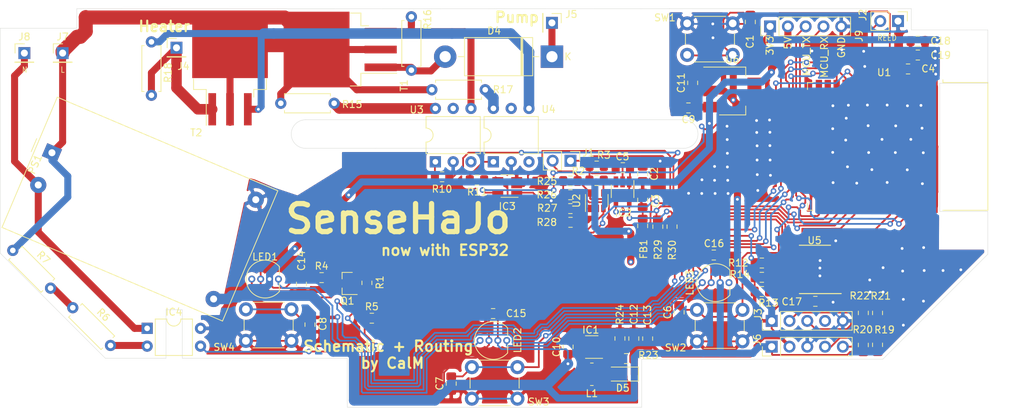
<source format=kicad_pcb>
(kicad_pcb (version 20171130) (host pcbnew "(5.1.5)-3")
  (layers (0 F.Cu signal) (31 B.Cu signal) (34 B.Paste user) (35 F.Paste user) (36 B.SilkS user) (37 F.SilkS user) (38 B.Mask user) (39 F.Mask user) (44 Edge.Cuts user))
  (net 0 "")
  (net 1 "Net-(C1-Pad1)")
  (net 2 GND)
  (net 3 "Net-(C2-Pad1)")
  (net 4 "Net-(C5-Pad2)")
  (net 5 +3V3)
  (net 6 "Net-(C6-Pad2)")
  (net 7 "Net-(C7-Pad2)")
  (net 8 +5V)
  (net 9 +12V)
  (net 10 "Net-(D4-Pad1)")
  (net 11 "Net-(D4-Pad2)")
  (net 12 "Net-(D5-Pad2)")
  (net 13 REED)
  (net 14 SDA_RTC)
  (net 15 SCL_RTC)
  (net 16 "Net-(J4-Pad1)")
  (net 17 SCL_DSP)
  (net 18 SDA_DSP)
  (net 19 L_230V)
  (net 20 N_230V)
  (net 21 "Net-(R10-Pad1)")
  (net 22 Pumpe)
  (net 23 Heizung)
  (net 24 "Net-(R11-Pad1)")
  (net 25 I2C_INT)
  (net 26 I2C_SCL)
  (net 27 I2C_SDA)
  (net 28 "Net-(R15-Pad1)")
  (net 29 "Net-(R17-Pad1)")
  (net 30 "Net-(IC1-Pad3)")
  (net 31 SCL_ADC)
  (net 32 SDA_ADC)
  (net 33 "Net-(IC2-Pad3)")
  (net 34 ~OVERTEMP)
  (net 35 "Net-(IC3-Pad4)")
  (net 36 "Net-(LED1-Pad1)")
  (net 37 "Net-(LED1-Pad4)")
  (net 38 "Net-(LED2-Pad1)")
  (net 39 WS2812_3V3)
  (net 40 "Net-(R16-Pad1)")
  (net 41 "Net-(R18-Pad1)")
  (net 42 "Net-(R25-Pad2)")
  (net 43 "Net-(R27-Pad2)")
  (net 44 MCU_TX)
  (net 45 MCU_RX)
  (net 46 "Net-(C8-Pad2)")
  (net 47 "Net-(J3-Pad4)")
  (net 48 "Net-(LED3-Pad1)")
  (net 49 SVP)
  (net 50 SVN)
  (net 51 IO34)
  (net 52 IO35)
  (net 53 IO25)
  (net 54 IO14)
  (net 55 IO12)
  (net 56 IO13)
  (net 57 "Net-(U1-Pad17)")
  (net 58 "Net-(U1-Pad18)")
  (net 59 "Net-(U1-Pad19)")
  (net 60 "Net-(U1-Pad20)")
  (net 61 "Net-(U1-Pad21)")
  (net 62 "Net-(U1-Pad22)")
  (net 63 IO15)
  (net 64 IO2)
  (net 65 IO18)
  (net 66 IO19)
  (net 67 "Net-(U1-Pad32)")
  (net 68 IO23)
  (net 69 "Net-(U3-Pad3)")
  (net 70 "Net-(U3-Pad5)")
  (net 71 "Net-(U4-Pad3)")
  (net 72 "Net-(U4-Pad5)")
  (net 73 "Net-(U5-Pad4)")
  (net 74 "Net-(U5-Pad7)")
  (net 75 "Net-(U5-Pad11)")
  (net 76 "Net-(U5-Pad14)")
  (net 77 "Net-(U5-Pad15)")
  (net 78 "Net-(U5-Pad16)")
  (net 79 "Net-(IC4-Pad2)")
  (net 80 "Net-(R6-Pad1)")
  (module Resistor_SMD:R_0805_2012Metric_Pad1.15x1.40mm_HandSolder (layer F.Cu) (at 76.1402 64.516)
    (fp_text reference R5 (at 0 -1.65) (layer F.SilkS))
    (fp_text value 10k)
    (pad 2 smd roundrect (at 1.025 0) (size 1.15 1.4) (layers F.Cu F.Paste F.Mask) (roundrect_rratio 0.217391) (net 5 +3V3))
    (pad 1 smd roundrect (at -1.025 0) (size 1.15 1.4) (layers F.Cu F.Paste F.Mask) (roundrect_rratio 0.217391) (net 53 IO25))
  )
  (module Resistor_THT:R_Axial_DIN0207_L6.3mm_D2.5mm_P7.62mm_Horizontal (layer F.Cu) (at 24.892 54.8386 315)
    (fp_text reference R7 (at 3.81 -2.37 135) (layer F.SilkS))
    (fp_text value 100k)
    (pad 2 thru_hole oval (at 7.62 0 315) (size 1.6 1.6) (drill 0.8) (layers *.Cu *.Mask) (net 80 "Net-(R6-Pad1)"))
    (pad 1 thru_hole circle (at 0 0 315) (size 1.6 1.6) (drill 0.8) (layers *.Cu *.Mask) (net 19 L_230V))
  )
  (module Resistor_THT:R_Axial_DIN0207_L6.3mm_D2.5mm_P7.62mm_Horizontal (layer F.Cu) (at 33.4518 63.0174 315)
    (fp_text reference R6 (at 3.81 -2.37 135) (layer F.SilkS))
    (fp_text value 100k)
    (pad 2 thru_hole oval (at 7.62 0 315) (size 1.6 1.6) (drill 0.8) (layers *.Cu *.Mask) (net 79 "Net-(IC4-Pad2)"))
    (pad 1 thru_hole circle (at 0 0 315) (size 1.6 1.6) (drill 0.8) (layers *.Cu *.Mask) (net 80 "Net-(R6-Pad1)"))
  )
  (module Package_DIP:DIP-4_W7.62mm (layer F.Cu) (at 44.069 65.9638)
    (fp_text reference IC4 (at 3.81 -2.33) (layer F.SilkS))
    (fp_text value K814P)
    (pad 4 thru_hole oval (at 7.62 0) (size 1.6 1.6) (drill 0.8) (layers *.Cu *.Mask) (net 2 GND))
    (pad 2 thru_hole oval (at 0 2.54) (size 1.6 1.6) (drill 0.8) (layers *.Cu *.Mask) (net 79 "Net-(IC4-Pad2)"))
    (pad 3 thru_hole oval (at 7.62 2.54) (size 1.6 1.6) (drill 0.8) (layers *.Cu *.Mask) (net 53 IO25))
    (pad 1 thru_hole rect (at 0 0) (size 1.6 1.6) (drill 0.8) (layers *.Cu *.Mask) (net 20 N_230V))
  )
  (module Capacitor_SMD:C_0805_2012Metric_Pad1.15x1.40mm_HandSolder (layer F.Cu) (at 154.0854 26.9494)
    (fp_text reference C19 (at 3.2676 0.0254) (layer F.SilkS))
    (fp_text value 100nF)
    (pad 2 smd roundrect (at 1.025 0) (size 1.15 1.4) (layers F.Cu F.Paste F.Mask) (roundrect_rratio 0.217391) (net 5 +3V3))
    (pad 1 smd roundrect (at -1.025 0) (size 1.15 1.4) (layers F.Cu F.Paste F.Mask) (roundrect_rratio 0.217391) (net 2 GND))
  )
  (module Capacitor_SMD:C_0805_2012Metric_Pad1.15x1.40mm_HandSolder (layer F.Cu) (at 154.0764 24.9682)
    (fp_text reference C18 (at 3.2512 -0.0254) (layer F.SilkS))
    (fp_text value 10uF)
    (pad 2 smd roundrect (at 1.025 0) (size 1.15 1.4) (layers F.Cu F.Paste F.Mask) (roundrect_rratio 0.217391) (net 5 +3V3))
    (pad 1 smd roundrect (at -1.025 0) (size 1.15 1.4) (layers F.Cu F.Paste F.Mask) (roundrect_rratio 0.217391) (net 2 GND))
  )
  (module Capacitor_SMD:C_0805_2012Metric_Pad1.15x1.40mm_HandSolder (layer F.Cu) (at 139.455 62.103 180)
    (fp_text reference C17 (at 3.3618 -0.0508) (layer F.SilkS))
    (fp_text value 100nF)
    (pad 2 smd roundrect (at 1.025 0 180) (size 1.15 1.4) (layers F.Cu F.Paste F.Mask) (roundrect_rratio 0.217391) (net 5 +3V3))
    (pad 1 smd roundrect (at -1.025 0 180) (size 1.15 1.4) (layers F.Cu F.Paste F.Mask) (roundrect_rratio 0.217391) (net 2 GND))
  )
  (module Package_TO_SOT_SMD:SOT-23-5_HandSoldering (layer F.Cu) (at 107.5398 68.6308 180)
    (fp_text reference IC1 (at 0.1486 2.4384) (layer F.SilkS))
    (fp_text value AP3012)
    (pad 5 smd rect (at 1.35 -0.95 180) (size 1.56 0.65) (layers F.Cu F.Paste F.Mask) (net 8 +5V))
    (pad 4 smd rect (at 1.35 0.95 180) (size 1.56 0.65) (layers F.Cu F.Paste F.Mask) (net 8 +5V))
    (pad 3 smd rect (at -1.35 0.95 180) (size 1.56 0.65) (layers F.Cu F.Paste F.Mask) (net 30 "Net-(IC1-Pad3)"))
    (pad 2 smd rect (at -1.35 0 180) (size 1.56 0.65) (layers F.Cu F.Paste F.Mask) (net 2 GND))
    (pad 1 smd rect (at -1.35 -0.95 180) (size 1.56 0.65) (layers F.Cu F.Paste F.Mask) (net 12 "Net-(D5-Pad2)"))
  )
  (module Diode_SMD:D_SOD-123 (layer F.Cu) (at 111.9622 72.4916 180)
    (fp_text reference D5 (at 0 -2) (layer F.SilkS))
    (fp_text value PMEG4010EGWX)
    (pad 2 smd rect (at 1.65 0 180) (size 0.9 1.2) (layers F.Cu F.Paste F.Mask) (net 12 "Net-(D5-Pad2)"))
    (pad 1 smd rect (at -1.65 0 180) (size 0.9 1.2) (layers F.Cu F.Paste F.Mask) (net 9 +12V))
  )
  (module Inductor_SMD:L_Wuerth_MAPI-3015 (layer F.Cu) (at 107.5522 72.517)
    (fp_text reference L1 (at 0 2.7432) (layer F.SilkS))
    (fp_text value 10uH)
    (pad 2 smd rect (at 1.05 0) (size 1.3 3.4) (layers F.Cu F.Paste F.Mask) (net 12 "Net-(D5-Pad2)"))
    (pad 1 smd rect (at -1.05 0) (size 1.3 3.4) (layers F.Cu F.Paste F.Mask) (net 8 +5V))
  )
  (module Package_TO_SOT_SMD:SOT-223 (layer F.Cu) (at 127.6096 32.0802)
    (fp_text reference U6 (at 0 -4.5) (layer F.SilkS))
    (fp_text value LM1117-3.3)
    (pad 1 smd rect (at -3.15 -2.3) (size 2 1.5) (layers F.Cu F.Paste F.Mask) (net 2 GND))
    (pad 3 smd rect (at -3.15 2.3) (size 2 1.5) (layers F.Cu F.Paste F.Mask) (net 8 +5V))
    (pad 2 smd rect (at -3.15 0) (size 2 1.5) (layers F.Cu F.Paste F.Mask) (net 5 +3V3))
    (pad 4 smd rect (at 3.15 0) (size 2 3.8) (layers F.Cu F.Paste F.Mask))
  )
  (module Resistor_THT:R_Axial_DIN0207_L6.3mm_D2.5mm_P7.62mm_Horizontal (layer F.Cu) (at 44.6786 25.0698 270)
    (fp_text reference R18 (at 4.3942 -2.3622 90) (layer F.SilkS))
    (fp_text value 330R)
    (pad 2 thru_hole oval (at 7.62 0 270) (size 1.6 1.6) (drill 0.8) (layers *.Cu *.Mask) (net 16 "Net-(J4-Pad1)"))
    (pad 1 thru_hole circle (at 0 0 270) (size 1.6 1.6) (drill 0.8) (layers *.Cu *.Mask) (net 41 "Net-(R18-Pad1)"))
  )
  (module Resistor_THT:R_Axial_DIN0207_L6.3mm_D2.5mm_P7.62mm_Horizontal (layer F.Cu) (at 92.329 31.9024 180)
    (fp_text reference R17 (at -2.54 0.0254) (layer F.SilkS))
    (fp_text value 360R)
    (pad 2 thru_hole oval (at 7.62 0 180) (size 1.6 1.6) (drill 0.8) (layers *.Cu *.Mask) (net 19 L_230V))
    (pad 1 thru_hole circle (at 0 0 180) (size 1.6 1.6) (drill 0.8) (layers *.Cu *.Mask) (net 29 "Net-(R17-Pad1)"))
  )
  (module Resistor_THT:R_Axial_DIN0207_L6.3mm_D2.5mm_P7.62mm_Horizontal (layer F.Cu) (at 81.788 21.4884 270)
    (fp_text reference R16 (at 0.381 -2.3114 90) (layer F.SilkS))
    (fp_text value 330R)
    (pad 2 thru_hole oval (at 7.62 0 270) (size 1.6 1.6) (drill 0.8) (layers *.Cu *.Mask) (net 11 "Net-(D4-Pad2)"))
    (pad 1 thru_hole circle (at 0 0 270) (size 1.6 1.6) (drill 0.8) (layers *.Cu *.Mask) (net 40 "Net-(R16-Pad1)"))
  )
  (module Resistor_THT:R_Axial_DIN0207_L6.3mm_D2.5mm_P7.62mm_Horizontal (layer F.Cu) (at 70.7644 33.8328 180)
    (fp_text reference R15 (at -2.5654 -0.1524) (layer F.SilkS))
    (fp_text value 360R)
    (pad 2 thru_hole oval (at 7.62 0 180) (size 1.6 1.6) (drill 0.8) (layers *.Cu *.Mask) (net 19 L_230V))
    (pad 1 thru_hole circle (at 0 0 180) (size 1.6 1.6) (drill 0.8) (layers *.Cu *.Mask) (net 28 "Net-(R15-Pad1)"))
  )
  (module Package_DIP:DIP-6_W7.62mm (layer F.Cu) (at 93.4974 42.1894 90)
    (fp_text reference U4 (at 7.493 7.874 180) (layer F.SilkS))
    (fp_text value MOC3043M)
    (pad 6 thru_hole oval (at 7.62 0 90) (size 1.6 1.6) (drill 0.8) (layers *.Cu *.Mask) (net 29 "Net-(R17-Pad1)"))
    (pad 3 thru_hole oval (at 0 5.08 90) (size 1.6 1.6) (drill 0.8) (layers *.Cu *.Mask) (net 71 "Net-(U4-Pad3)"))
    (pad 5 thru_hole oval (at 7.62 2.54 90) (size 1.6 1.6) (drill 0.8) (layers *.Cu *.Mask) (net 72 "Net-(U4-Pad5)"))
    (pad 2 thru_hole oval (at 0 2.54 90) (size 1.6 1.6) (drill 0.8) (layers *.Cu *.Mask) (net 2 GND))
    (pad 4 thru_hole oval (at 7.62 5.08 90) (size 1.6 1.6) (drill 0.8) (layers *.Cu *.Mask) (net 41 "Net-(R18-Pad1)"))
    (pad 1 thru_hole rect (at 0 0 90) (size 1.6 1.6) (drill 0.8) (layers *.Cu *.Mask) (net 24 "Net-(R11-Pad1)"))
  )
  (module Package_DIP:DIP-6_W7.62mm (layer F.Cu) (at 85.217 42.1894 90)
    (fp_text reference U3 (at 7.4422 -2.667 180) (layer F.SilkS))
    (fp_text value MOC3043M)
    (pad 6 thru_hole oval (at 7.62 0 90) (size 1.6 1.6) (drill 0.8) (layers *.Cu *.Mask) (net 28 "Net-(R15-Pad1)"))
    (pad 3 thru_hole oval (at 0 5.08 90) (size 1.6 1.6) (drill 0.8) (layers *.Cu *.Mask) (net 69 "Net-(U3-Pad3)"))
    (pad 5 thru_hole oval (at 7.62 2.54 90) (size 1.6 1.6) (drill 0.8) (layers *.Cu *.Mask) (net 70 "Net-(U3-Pad5)"))
    (pad 2 thru_hole oval (at 0 2.54 90) (size 1.6 1.6) (drill 0.8) (layers *.Cu *.Mask) (net 2 GND))
    (pad 4 thru_hole oval (at 7.62 5.08 90) (size 1.6 1.6) (drill 0.8) (layers *.Cu *.Mask) (net 40 "Net-(R16-Pad1)"))
    (pad 1 thru_hole rect (at 0 0 90) (size 1.6 1.6) (drill 0.8) (layers *.Cu *.Mask) (net 21 "Net-(R10-Pad1)"))
  )
  (module Resistor_SMD:R_0805_2012Metric_Pad1.15x1.40mm_HandSolder (layer F.Cu) (at 68.9774 58.7248)
    (fp_text reference R4 (at 0 -1.65) (layer F.SilkS))
    (fp_text value 10k)
    (pad 2 smd roundrect (at 1.025 0) (size 1.15 1.4) (layers F.Cu F.Paste F.Mask) (roundrect_rratio 0.217391) (net 37 "Net-(LED1-Pad4)"))
    (pad 1 smd roundrect (at -1.025 0) (size 1.15 1.4) (layers F.Cu F.Paste F.Mask) (roundrect_rratio 0.217391) (net 8 +5V))
  )
  (module Connector_PinHeader_2.54mm:PinHeader_1x01_P2.54mm_Vertical (layer F.Cu) (at 48.26 25.908)
    (fp_text reference J4 (at 0.9906 2.6416) (layer F.SilkS))
    (fp_text value Heizung)
    (pad 1 thru_hole rect (at 0 0) (size 1.7 1.7) (drill 1) (layers *.Cu *.Mask) (net 16 "Net-(J4-Pad1)"))
  )
  (module Connector_PinHeader_2.54mm:PinHeader_1x01_P2.54mm_Vertical (layer F.Cu) (at 101.854 22.352 270)
    (fp_text reference J5 (at -1.2192 -2.7686 180) (layer F.SilkS))
    (fp_text value Pumpe)
    (pad 1 thru_hole rect (at 0 0 270) (size 1.7 1.7) (drill 1) (layers *.Cu *.Mask) (net 10 "Net-(D4-Pad1)"))
  )
  (module Converter_ACDC:Converter_ACDC_HiLink_HLK-PMxx (layer F.Cu) (at 30.48 40.894 337)
    (fp_text reference PS1 (at -1.576081 2.462588 67) (layer F.SilkS))
    (fp_text value HLK-PM01)
    (pad 3 thru_hole circle (at 29.4 -5.2 337) (size 2.3 2.3) (drill 1) (layers *.Cu *.Mask) (net 2 GND))
    (pad 1 thru_hole rect (at 0 0 337) (size 2.3 2) (drill 1) (layers *.Cu *.Mask) (net 19 L_230V))
    (pad 2 thru_hole circle (at 0 5 337) (size 2.3 2.3) (drill 1) (layers *.Cu *.Mask) (net 20 N_230V))
    (pad 4 thru_hole circle (at 29.4 10.2 337) (size 2.3 2.3) (drill 1) (layers *.Cu *.Mask) (net 8 +5V))
  )
  (module Package_SO:TSSOP-20_4.4x6.5mm_P0.65mm (layer F.Cu) (at 139.3988 57.5512 180)
    (fp_text reference U5 (at 0.0544 4.135) (layer F.SilkS))
    (fp_text value TCA9544A)
    (pad 1 smd rect (at -2.95 -2.925 180) (size 1.45 0.45) (layers F.Cu F.Paste F.Mask) (net 2 GND))
    (pad 2 smd rect (at -2.95 -2.275 180) (size 1.45 0.45) (layers F.Cu F.Paste F.Mask) (net 2 GND))
    (pad 3 smd rect (at -2.95 -1.625 180) (size 1.45 0.45) (layers F.Cu F.Paste F.Mask) (net 2 GND))
    (pad 4 smd rect (at -2.95 -0.975 180) (size 1.45 0.45) (layers F.Cu F.Paste F.Mask) (net 73 "Net-(U5-Pad4)"))
    (pad 5 smd rect (at -2.95 -0.325 180) (size 1.45 0.45) (layers F.Cu F.Paste F.Mask) (net 14 SDA_RTC))
    (pad 6 smd rect (at -2.95 0.325 180) (size 1.45 0.45) (layers F.Cu F.Paste F.Mask) (net 15 SCL_RTC))
    (pad 7 smd rect (at -2.95 0.975 180) (size 1.45 0.45) (layers F.Cu F.Paste F.Mask) (net 74 "Net-(U5-Pad7)"))
    (pad 8 smd rect (at -2.95 1.625 180) (size 1.45 0.45) (layers F.Cu F.Paste F.Mask) (net 18 SDA_DSP))
    (pad 9 smd rect (at -2.95 2.275 180) (size 1.45 0.45) (layers F.Cu F.Paste F.Mask) (net 17 SCL_DSP))
    (pad 10 smd rect (at -2.95 2.925 180) (size 1.45 0.45) (layers F.Cu F.Paste F.Mask) (net 2 GND))
    (pad 11 smd rect (at 2.95 2.925 180) (size 1.45 0.45) (layers F.Cu F.Paste F.Mask) (net 75 "Net-(U5-Pad11)"))
    (pad 12 smd rect (at 2.95 2.275 180) (size 1.45 0.45) (layers F.Cu F.Paste F.Mask) (net 32 SDA_ADC))
    (pad 13 smd rect (at 2.95 1.625 180) (size 1.45 0.45) (layers F.Cu F.Paste F.Mask) (net 31 SCL_ADC))
    (pad 14 smd rect (at 2.95 0.975 180) (size 1.45 0.45) (layers F.Cu F.Paste F.Mask) (net 76 "Net-(U5-Pad14)"))
    (pad 15 smd rect (at 2.95 0.325 180) (size 1.45 0.45) (layers F.Cu F.Paste F.Mask) (net 77 "Net-(U5-Pad15)"))
    (pad 16 smd rect (at 2.95 -0.325 180) (size 1.45 0.45) (layers F.Cu F.Paste F.Mask) (net 78 "Net-(U5-Pad16)"))
    (pad 17 smd rect (at 2.95 -0.975 180) (size 1.45 0.45) (layers F.Cu F.Paste F.Mask) (net 25 I2C_INT))
    (pad 18 smd rect (at 2.95 -1.625 180) (size 1.45 0.45) (layers F.Cu F.Paste F.Mask) (net 27 I2C_SDA))
    (pad 19 smd rect (at 2.95 -2.275 180) (size 1.45 0.45) (layers F.Cu F.Paste F.Mask) (net 26 I2C_SCL))
    (pad 20 smd rect (at 2.95 -2.925 180) (size 1.45 0.45) (layers F.Cu F.Paste F.Mask) (net 5 +3V3))
  )
  (module RF_Module:ESP32-WROOM-32 (layer F.Cu) (at 148.216 39.989 270)
    (fp_text reference U1 (at -10.5504 -1.0598) (layer F.SilkS))
    (fp_text value ESP32-WROOM-32)
    (pad 39 smd rect (at -1 -0.755 270) (size 5 5) (layers F.Cu F.Paste F.Mask) (net 2 GND))
    (pad 1 smd rect (at -8.5 -8.255 270) (size 2 0.9) (layers F.Cu F.Paste F.Mask) (net 2 GND))
    (pad 2 smd rect (at -8.5 -6.985 270) (size 2 0.9) (layers F.Cu F.Paste F.Mask) (net 5 +3V3))
    (pad 3 smd rect (at -8.5 -5.715 270) (size 2 0.9) (layers F.Cu F.Paste F.Mask) (net 1 "Net-(C1-Pad1)"))
    (pad 4 smd rect (at -8.5 -4.445 270) (size 2 0.9) (layers F.Cu F.Paste F.Mask) (net 49 SVP))
    (pad 5 smd rect (at -8.5 -3.175 270) (size 2 0.9) (layers F.Cu F.Paste F.Mask) (net 50 SVN))
    (pad 6 smd rect (at -8.5 -1.905 270) (size 2 0.9) (layers F.Cu F.Paste F.Mask) (net 51 IO34))
    (pad 7 smd rect (at -8.5 -0.635 270) (size 2 0.9) (layers F.Cu F.Paste F.Mask) (net 52 IO35))
    (pad 8 smd rect (at -8.5 0.635 270) (size 2 0.9) (layers F.Cu F.Paste F.Mask) (net 13 REED))
    (pad 9 smd rect (at -8.5 1.905 270) (size 2 0.9) (layers F.Cu F.Paste F.Mask) (net 39 WS2812_3V3))
    (pad 10 smd rect (at -8.5 3.175 270) (size 2 0.9) (layers F.Cu F.Paste F.Mask) (net 53 IO25))
    (pad 11 smd rect (at -8.5 4.445 270) (size 2 0.9) (layers F.Cu F.Paste F.Mask) (net 7 "Net-(C7-Pad2)"))
    (pad 12 smd rect (at -8.5 5.715 270) (size 2 0.9) (layers F.Cu F.Paste F.Mask) (net 46 "Net-(C8-Pad2)"))
    (pad 13 smd rect (at -8.5 6.985 270) (size 2 0.9) (layers F.Cu F.Paste F.Mask) (net 54 IO14))
    (pad 14 smd rect (at -8.5 8.255 270) (size 2 0.9) (layers F.Cu F.Paste F.Mask) (net 55 IO12))
    (pad 15 smd rect (at -5.715 9.255) (size 2 0.9) (layers F.Cu F.Paste F.Mask) (net 2 GND))
    (pad 16 smd rect (at -4.445 9.255) (size 2 0.9) (layers F.Cu F.Paste F.Mask) (net 56 IO13))
    (pad 17 smd rect (at -3.175 9.255) (size 2 0.9) (layers F.Cu F.Paste F.Mask) (net 57 "Net-(U1-Pad17)"))
    (pad 18 smd rect (at -1.905 9.255) (size 2 0.9) (layers F.Cu F.Paste F.Mask) (net 58 "Net-(U1-Pad18)"))
    (pad 19 smd rect (at -0.635 9.255) (size 2 0.9) (layers F.Cu F.Paste F.Mask) (net 59 "Net-(U1-Pad19)"))
    (pad 20 smd rect (at 0.635 9.255) (size 2 0.9) (layers F.Cu F.Paste F.Mask) (net 60 "Net-(U1-Pad20)"))
    (pad 21 smd rect (at 1.905 9.255) (size 2 0.9) (layers F.Cu F.Paste F.Mask) (net 61 "Net-(U1-Pad21)"))
    (pad 22 smd rect (at 3.175 9.255) (size 2 0.9) (layers F.Cu F.Paste F.Mask) (net 62 "Net-(U1-Pad22)"))
    (pad 23 smd rect (at 4.445 9.255) (size 2 0.9) (layers F.Cu F.Paste F.Mask) (net 63 IO15))
    (pad 24 smd rect (at 5.715 9.255) (size 2 0.9) (layers F.Cu F.Paste F.Mask) (net 64 IO2))
    (pad 25 smd rect (at 8.5 8.255 270) (size 2 0.9) (layers F.Cu F.Paste F.Mask) (net 6 "Net-(C6-Pad2)"))
    (pad 26 smd rect (at 8.5 6.985 270) (size 2 0.9) (layers F.Cu F.Paste F.Mask) (net 23 Heizung))
    (pad 27 smd rect (at 8.5 5.715 270) (size 2 0.9) (layers F.Cu F.Paste F.Mask) (net 34 ~OVERTEMP))
    (pad 28 smd rect (at 8.5 4.445 270) (size 2 0.9) (layers F.Cu F.Paste F.Mask) (net 22 Pumpe))
    (pad 29 smd rect (at 8.5 3.175 270) (size 2 0.9) (layers F.Cu F.Paste F.Mask) (net 25 I2C_INT))
    (pad 30 smd rect (at 8.5 1.905 270) (size 2 0.9) (layers F.Cu F.Paste F.Mask) (net 65 IO18))
    (pad 31 smd rect (at 8.5 0.635 270) (size 2 0.9) (layers F.Cu F.Paste F.Mask) (net 66 IO19))
    (pad 32 smd rect (at 8.5 -0.635 270) (size 2 0.9) (layers F.Cu F.Paste F.Mask) (net 67 "Net-(U1-Pad32)"))
    (pad 33 smd rect (at 8.5 -1.905 270) (size 2 0.9) (layers F.Cu F.Paste F.Mask) (net 27 I2C_SDA))
    (pad 34 smd rect (at 8.5 -3.175 270) (size 2 0.9) (layers F.Cu F.Paste F.Mask) (net 45 MCU_RX))
    (pad 35 smd rect (at 8.5 -4.445 270) (size 2 0.9) (layers F.Cu F.Paste F.Mask) (net 44 MCU_TX))
    (pad 36 smd rect (at 8.5 -5.715 270) (size 2 0.9) (layers F.Cu F.Paste F.Mask) (net 26 I2C_SCL))
    (pad 37 smd rect (at 8.5 -6.985 270) (size 2 0.9) (layers F.Cu F.Paste F.Mask) (net 68 IO23))
    (pad 38 smd rect (at 8.5 -8.255 270) (size 2 0.9) (layers F.Cu F.Paste F.Mask) (net 2 GND))
  )
  (module Connector_PinHeader_2.54mm:PinHeader_1x02_P2.54mm_Vertical (layer F.Cu) (at 104.4956 42.037 270)
    (fp_text reference J1 (at -1.1176 -2.5654 180) (layer F.SilkS))
    (fp_text value Conn_01x02_Male)
    (pad 1 thru_hole rect (at 0 0 270) (size 1.7 1.7) (drill 1) (layers *.Cu *.Mask) (net 4 "Net-(C5-Pad2)"))
    (pad 2 thru_hole oval (at 0 2.54 270) (size 1.7 1.7) (drill 1) (layers *.Cu *.Mask) (net 3 "Net-(C2-Pad1)"))
  )
  (module Connector_PinHeader_2.54mm:PinHeader_1x02_P2.54mm_Vertical (layer F.Cu) (at 151.257 22.098 270)
    (fp_text reference J2 (at -0.8636 5.0292 90) (layer F.SilkS))
    (fp_text value REED)
    (pad 2 thru_hole oval (at 0 2.54 270) (size 1.7 1.7) (drill 1) (layers *.Cu *.Mask) (net 13 REED))
    (pad 1 thru_hole rect (at 0 0 270) (size 1.7 1.7) (drill 1) (layers *.Cu *.Mask) (net 2 GND))
  )
  (module Connector_PinHeader_2.54mm:PinHeader_1x05_P2.54mm_Vertical (layer F.Cu) (at 133.223 64.897 90)
    (fp_text reference J3 (at 0.9398 -1.9304 270) (layer F.SilkS))
    (fp_text value "RTC ( DS3231)")
    (pad 5 thru_hole oval (at 0 10.16 90) (size 1.7 1.7) (drill 1) (layers *.Cu *.Mask) (net 2 GND))
    (pad 4 thru_hole oval (at 0 7.62 90) (size 1.7 1.7) (drill 1) (layers *.Cu *.Mask) (net 47 "Net-(J3-Pad4)"))
    (pad 3 thru_hole oval (at 0 5.08 90) (size 1.7 1.7) (drill 1) (layers *.Cu *.Mask) (net 15 SCL_RTC))
    (pad 2 thru_hole oval (at 0 2.54 90) (size 1.7 1.7) (drill 1) (layers *.Cu *.Mask) (net 14 SDA_RTC))
    (pad 1 thru_hole rect (at 0 0 90) (size 1.7 1.7) (drill 1) (layers *.Cu *.Mask) (net 5 +3V3))
  )
  (module Connector_PinHeader_2.54mm:PinHeader_1x05_P2.54mm_Vertical (layer F.Cu) (at 133.223 68.58 90)
    (fp_text reference J6 (at 0.9906 -2.0574 90) (layer F.SilkS))
    (fp_text value Conn_01x05)
    (pad 1 thru_hole rect (at 0 0 90) (size 1.7 1.7) (drill 1) (layers *.Cu *.Mask) (net 8 +5V))
    (pad 2 thru_hole oval (at 0 2.54 90) (size 1.7 1.7) (drill 1) (layers *.Cu *.Mask) (net 9 +12V))
    (pad 3 thru_hole oval (at 0 5.08 90) (size 1.7 1.7) (drill 1) (layers *.Cu *.Mask) (net 2 GND))
    (pad 4 thru_hole oval (at 0 7.62 90) (size 1.7 1.7) (drill 1) (layers *.Cu *.Mask) (net 18 SDA_DSP))
    (pad 5 thru_hole oval (at 0 10.16 90) (size 1.7 1.7) (drill 1) (layers *.Cu *.Mask) (net 17 SCL_DSP))
  )
  (module Connector_PinHeader_2.54mm:PinHeader_1x01_P2.54mm_Vertical (layer F.Cu) (at 32.004 26.67)
    (fp_text reference J7 (at 0 -2.33) (layer F.SilkS))
    (fp_text value L)
    (pad 1 thru_hole rect (at 0 0) (size 1.7 1.7) (drill 1) (layers *.Cu *.Mask) (net 19 L_230V))
  )
  (module Connector_PinHeader_2.54mm:PinHeader_1x01_P2.54mm_Vertical (layer F.Cu) (at 26.543 26.67)
    (fp_text reference J8 (at 0 -2.33) (layer F.SilkS))
    (fp_text value N)
    (pad 1 thru_hole rect (at 0 0) (size 1.7 1.7) (drill 1) (layers *.Cu *.Mask) (net 20 N_230V))
  )
  (module Button_Switch_THT:SW_PUSH_6mm (layer F.Cu) (at 121.158 22.424)
    (fp_text reference SW1 (at -3.175 -0.8086) (layer F.SilkS))
    (fp_text value Reset)
    (pad 2 thru_hole circle (at 0 4.5 90) (size 2 2) (drill 1.1) (layers *.Cu *.Mask) (net 1 "Net-(C1-Pad1)"))
    (pad 1 thru_hole circle (at 0 0 90) (size 2 2) (drill 1.1) (layers *.Cu *.Mask) (net 2 GND))
    (pad 2 thru_hole circle (at 6.5 4.5 90) (size 2 2) (drill 1.1) (layers *.Cu *.Mask) (net 1 "Net-(C1-Pad1)"))
    (pad 1 thru_hole circle (at 6.5 0 90) (size 2 2) (drill 1.1) (layers *.Cu *.Mask) (net 2 GND))
  )
  (module Button_Switch_THT:SW_PUSH_6mm (layer F.Cu) (at 122.555 63.318)
    (fp_text reference SW2 (at -3.048 5.4144) (layer F.SilkS))
    (fp_text value "SW1 ( Boot )")
    (pad 1 thru_hole circle (at 6.5 0 90) (size 2 2) (drill 1.1) (layers *.Cu *.Mask) (net 6 "Net-(C6-Pad2)"))
    (pad 2 thru_hole circle (at 6.5 4.5 90) (size 2 2) (drill 1.1) (layers *.Cu *.Mask) (net 2 GND))
    (pad 1 thru_hole circle (at 0 0 90) (size 2 2) (drill 1.1) (layers *.Cu *.Mask) (net 6 "Net-(C6-Pad2)"))
    (pad 2 thru_hole circle (at 0 4.5 90) (size 2 2) (drill 1.1) (layers *.Cu *.Mask) (net 2 GND))
  )
  (module Button_Switch_THT:SW_PUSH_6mm (layer F.Cu) (at 90.424 71.501)
    (fp_text reference SW3 (at 9.5504 4.953) (layer F.SilkS))
    (fp_text value SW2)
    (pad 1 thru_hole circle (at 6.5 0 90) (size 2 2) (drill 1.1) (layers *.Cu *.Mask) (net 7 "Net-(C7-Pad2)"))
    (pad 2 thru_hole circle (at 6.5 4.5 90) (size 2 2) (drill 1.1) (layers *.Cu *.Mask) (net 2 GND))
    (pad 1 thru_hole circle (at 0 0 90) (size 2 2) (drill 1.1) (layers *.Cu *.Mask) (net 7 "Net-(C7-Pad2)"))
    (pad 2 thru_hole circle (at 0 4.5 90) (size 2 2) (drill 1.1) (layers *.Cu *.Mask) (net 2 GND))
  )
  (module Button_Switch_THT:SW_PUSH_6mm (layer F.Cu) (at 58.166 63.246)
    (fp_text reference SW4 (at -3.0988 5.4102) (layer F.SilkS))
    (fp_text value SW3)
    (pad 2 thru_hole circle (at 0 4.5 90) (size 2 2) (drill 1.1) (layers *.Cu *.Mask) (net 2 GND))
    (pad 1 thru_hole circle (at 0 0 90) (size 2 2) (drill 1.1) (layers *.Cu *.Mask) (net 46 "Net-(C8-Pad2)"))
    (pad 2 thru_hole circle (at 6.5 4.5 90) (size 2 2) (drill 1.1) (layers *.Cu *.Mask) (net 2 GND))
    (pad 1 thru_hole circle (at 6.5 0 90) (size 2 2) (drill 1.1) (layers *.Cu *.Mask) (net 46 "Net-(C8-Pad2)"))
  )
  (module Capacitor_SMD:C_0805_2012Metric_Pad1.15x1.40mm_HandSolder (layer F.Cu) (at 130.175 22.225 270)
    (fp_text reference C1 (at 2.8194 0.0508 90) (layer F.SilkS))
    (fp_text value "100nF / 25V")
    (pad 1 smd roundrect (at -1.025 0 270) (size 1.15 1.4) (layers F.Cu F.Paste F.Mask) (roundrect_rratio 0.217391) (net 1 "Net-(C1-Pad1)"))
    (pad 2 smd roundrect (at 1.025 0 270) (size 1.15 1.4) (layers F.Cu F.Paste F.Mask) (roundrect_rratio 0.217391) (net 2 GND))
  )
  (module Capacitor_SMD:C_0805_2012Metric_Pad1.15x1.40mm_HandSolder (layer F.Cu) (at 114.808 43.9166 270)
    (fp_text reference C2 (at 0 -1.65 90) (layer F.SilkS))
    (fp_text value "100nf / 10V")
    (pad 2 smd roundrect (at 1.025 0 270) (size 1.15 1.4) (layers F.Cu F.Paste F.Mask) (roundrect_rratio 0.217391) (net 2 GND))
    (pad 1 smd roundrect (at -1.025 0 270) (size 1.15 1.4) (layers F.Cu F.Paste F.Mask) (roundrect_rratio 0.217391) (net 3 "Net-(C2-Pad1)"))
  )
  (module Capacitor_SMD:C_0805_2012Metric_Pad1.15x1.40mm_HandSolder (layer F.Cu) (at 114.808 47.634 90)
    (fp_text reference C3 (at -0.1434 1.8288 90) (layer F.SilkS))
    (fp_text value "1uF / 10V")
    (pad 1 smd roundrect (at -1.025 0 90) (size 1.15 1.4) (layers F.Cu F.Paste F.Mask) (roundrect_rratio 0.217391) (net 3 "Net-(C2-Pad1)"))
    (pad 2 smd roundrect (at 1.025 0 90) (size 1.15 1.4) (layers F.Cu F.Paste F.Mask) (roundrect_rratio 0.217391) (net 2 GND))
  )
  (module Capacitor_SMD:C_0805_2012Metric_Pad1.15x1.40mm_HandSolder (layer F.Cu) (at 152.6884 28.9306 180)
    (fp_text reference C4 (at -2.8866 0.0254) (layer F.SilkS))
    (fp_text value "10uF / 25V")
    (pad 1 smd roundrect (at -1.025 0 180) (size 1.15 1.4) (layers F.Cu F.Paste F.Mask) (roundrect_rratio 0.217391) (net 1 "Net-(C1-Pad1)"))
    (pad 2 smd roundrect (at 1.025 0 180) (size 1.15 1.4) (layers F.Cu F.Paste F.Mask) (roundrect_rratio 0.217391) (net 2 GND))
  )
  (module Capacitor_SMD:C_0805_2012Metric_Pad1.15x1.40mm_HandSolder (layer F.Cu) (at 111.9722 43.0276 180)
    (fp_text reference C5 (at 0.0598 1.5748) (layer F.SilkS))
    (fp_text value 100nF)
    (pad 2 smd roundrect (at 1.025 0 180) (size 1.15 1.4) (layers F.Cu F.Paste F.Mask) (roundrect_rratio 0.217391) (net 4 "Net-(C5-Pad2)"))
    (pad 1 smd roundrect (at -1.025 0 180) (size 1.15 1.4) (layers F.Cu F.Paste F.Mask) (roundrect_rratio 0.217391) (net 3 "Net-(C2-Pad1)"))
  )
  (module Capacitor_SMD:C_0805_2012Metric_Pad1.15x1.40mm_HandSolder (layer F.Cu) (at 120.015 63.6688 90)
    (fp_text reference C6 (at 0 -1.65 90) (layer F.SilkS))
    (fp_text value "100nF / 25V")
    (pad 1 smd roundrect (at -1.025 0 90) (size 1.15 1.4) (layers F.Cu F.Paste F.Mask) (roundrect_rratio 0.217391) (net 2 GND))
    (pad 2 smd roundrect (at 1.025 0 90) (size 1.15 1.4) (layers F.Cu F.Paste F.Mask) (roundrect_rratio 0.217391) (net 6 "Net-(C6-Pad2)"))
  )
  (module Capacitor_SMD:C_0805_2012Metric_Pad1.15x1.40mm_HandSolder (layer F.Cu) (at 87.4776 73.8468 90)
    (fp_text reference C7 (at 0 -1.65 90) (layer F.SilkS))
    (fp_text value 100nF)
    (pad 2 smd roundrect (at 1.025 0 90) (size 1.15 1.4) (layers F.Cu F.Paste F.Mask) (roundrect_rratio 0.217391) (net 7 "Net-(C7-Pad2)"))
    (pad 1 smd roundrect (at -1.025 0 90) (size 1.15 1.4) (layers F.Cu F.Paste F.Mask) (roundrect_rratio 0.217391) (net 2 GND))
  )
  (module Capacitor_SMD:C_0805_2012Metric_Pad1.15x1.40mm_HandSolder (layer F.Cu) (at 67.31 65.4304 90)
    (fp_text reference C8 (at 0.1016 1.8288 90) (layer F.SilkS))
    (fp_text value 100nF)
    (pad 1 smd roundrect (at -1.025 0 90) (size 1.15 1.4) (layers F.Cu F.Paste F.Mask) (roundrect_rratio 0.217391) (net 2 GND))
    (pad 2 smd roundrect (at 1.025 0 90) (size 1.15 1.4) (layers F.Cu F.Paste F.Mask) (roundrect_rratio 0.217391) (net 46 "Net-(C8-Pad2)"))
  )
  (module Capacitor_SMD:C_0805_2012Metric_Pad1.15x1.40mm_HandSolder (layer F.Cu) (at 121.3358 34.4932 180)
    (fp_text reference C9 (at 0 -1.65) (layer F.SilkS))
    (fp_text value 10uF)
    (pad 2 smd roundrect (at 1.025 0 180) (size 1.15 1.4) (layers F.Cu F.Paste F.Mask) (roundrect_rratio 0.217391) (net 2 GND))
    (pad 1 smd roundrect (at -1.025 0 180) (size 1.15 1.4) (layers F.Cu F.Paste F.Mask) (roundrect_rratio 0.217391) (net 8 +5V))
  )
  (module Capacitor_SMD:C_0805_2012Metric_Pad1.15x1.40mm_HandSolder (layer F.Cu) (at 104.1654 68.5964 90)
    (fp_text reference C10 (at 0 -1.65 90) (layer F.SilkS))
    (fp_text value " 1uF/25V")
    (pad 2 smd roundrect (at 1.025 0 90) (size 1.15 1.4) (layers F.Cu F.Paste F.Mask) (roundrect_rratio 0.217391) (net 2 GND))
    (pad 1 smd roundrect (at -1.025 0 90) (size 1.15 1.4) (layers F.Cu F.Paste F.Mask) (roundrect_rratio 0.217391) (net 8 +5V))
  )
  (module Capacitor_SMD:C_0805_2012Metric_Pad1.15x1.40mm_HandSolder (layer F.Cu) (at 121.9454 30.9208 90)
    (fp_text reference C11 (at 0 -1.65 90) (layer F.SilkS))
    (fp_text value 100uF)
    (pad 1 smd roundrect (at -1.025 0 90) (size 1.15 1.4) (layers F.Cu F.Paste F.Mask) (roundrect_rratio 0.217391) (net 5 +3V3))
    (pad 2 smd roundrect (at 1.025 0 90) (size 1.15 1.4) (layers F.Cu F.Paste F.Mask) (roundrect_rratio 0.217391) (net 2 GND))
  )
  (module Capacitor_SMD:C_0805_2012Metric_Pad1.15x1.40mm_HandSolder (layer F.Cu) (at 113.538 67.4206 90)
    (fp_text reference C12 (at 3.4634 0.0254 90) (layer F.SilkS))
    (fp_text value 1uF/25V)
    (pad 2 smd roundrect (at 1.025 0 90) (size 1.15 1.4) (layers F.Cu F.Paste F.Mask) (roundrect_rratio 0.217391) (net 2 GND))
    (pad 1 smd roundrect (at -1.025 0 90) (size 1.15 1.4) (layers F.Cu F.Paste F.Mask) (roundrect_rratio 0.217391) (net 9 +12V))
  )
  (module Capacitor_SMD:C_0805_2012Metric_Pad1.15x1.40mm_HandSolder (layer F.Cu) (at 115.5192 67.4206 90)
    (fp_text reference C13 (at 3.3618 -0.0254 90) (layer F.SilkS))
    (fp_text value " 10uF/25V")
    (pad 1 smd roundrect (at -1.025 0 90) (size 1.15 1.4) (layers F.Cu F.Paste F.Mask) (roundrect_rratio 0.217391) (net 9 +12V))
    (pad 2 smd roundrect (at 1.025 0 90) (size 1.15 1.4) (layers F.Cu F.Paste F.Mask) (roundrect_rratio 0.217391) (net 2 GND))
  )
  (module Capacitor_SMD:C_0805_2012Metric_Pad1.15x1.40mm_HandSolder (layer F.Cu) (at 66.0908 59.6228 270)
    (fp_text reference C14 (at -3.311 0 90) (layer F.SilkS))
    (fp_text value 100nF)
    (pad 2 smd roundrect (at 1.025 0 270) (size 1.15 1.4) (layers F.Cu F.Paste F.Mask) (roundrect_rratio 0.217391) (net 2 GND))
    (pad 1 smd roundrect (at -1.025 0 270) (size 1.15 1.4) (layers F.Cu F.Paste F.Mask) (roundrect_rratio 0.217391) (net 8 +5V))
  )
  (module Capacitor_SMD:C_0805_2012Metric_Pad1.15x1.40mm_HandSolder (layer F.Cu) (at 93.4556 63.8556 180)
    (fp_text reference C15 (at -3.293 0.0254) (layer F.SilkS))
    (fp_text value 100nF)
    (pad 1 smd roundrect (at -1.025 0 180) (size 1.15 1.4) (layers F.Cu F.Paste F.Mask) (roundrect_rratio 0.217391) (net 8 +5V))
    (pad 2 smd roundrect (at 1.025 0 180) (size 1.15 1.4) (layers F.Cu F.Paste F.Mask) (roundrect_rratio 0.217391) (net 2 GND))
  )
  (module Capacitor_SMD:C_0805_2012Metric_Pad1.15x1.40mm_HandSolder (layer F.Cu) (at 124.959 55.499 180)
    (fp_text reference C16 (at -0.0344 1.651) (layer F.SilkS))
    (fp_text value 100nF)
    (pad 2 smd roundrect (at 1.025 0 180) (size 1.15 1.4) (layers F.Cu F.Paste F.Mask) (roundrect_rratio 0.217391) (net 2 GND))
    (pad 1 smd roundrect (at -1.025 0 180) (size 1.15 1.4) (layers F.Cu F.Paste F.Mask) (roundrect_rratio 0.217391) (net 8 +5V))
  )
  (module Diode_THT:D_DO-201AD_P15.24mm_Horizontal (layer F.Cu) (at 101.854 27.178 180)
    (fp_text reference D4 (at 8.255 3.683) (layer F.SilkS))
    (fp_text value 1N4006)
    (fp_text user K (at -2.286 0) (layer F.SilkS))
    (pad 1 thru_hole rect (at 0 0 180) (size 3.2 3.2) (drill 1.6) (layers *.Cu *.Mask) (net 10 "Net-(D4-Pad1)"))
    (pad 2 thru_hole oval (at 15.24 0 180) (size 3.2 3.2) (drill 1.6) (layers *.Cu *.Mask) (net 11 "Net-(D4-Pad2)"))
  )
  (module Capacitor_SMD:C_0805_2012Metric_Pad1.15x1.40mm_HandSolder (layer F.Cu) (at 114.808 51.3424 90)
    (fp_text reference FB1 (at -3.3184 0.127 90) (layer F.SilkS))
    (fp_text value Ferrite_Bead)
    (pad 1 smd roundrect (at -1.025 0 90) (size 1.15 1.4) (layers F.Cu F.Paste F.Mask) (roundrect_rratio 0.217391) (net 8 +5V))
    (pad 2 smd roundrect (at 1.025 0 90) (size 1.15 1.4) (layers F.Cu F.Paste F.Mask) (roundrect_rratio 0.217391) (net 3 "Net-(C2-Pad1)"))
  )
  (module Package_TO_SOT_SMD:SOT-23-5_HandSoldering (layer F.Cu) (at 111.9378 46.4058 270)
    (fp_text reference IC2 (at 3.0734 -0.1016 180) (layer F.SilkS))
    (fp_text value MCP3221)
    (pad 5 smd rect (at 1.35 -0.95 270) (size 1.56 0.65) (layers F.Cu F.Paste F.Mask) (net 31 SCL_ADC))
    (pad 4 smd rect (at 1.35 0.95 270) (size 1.56 0.65) (layers F.Cu F.Paste F.Mask) (net 32 SDA_ADC))
    (pad 3 smd rect (at -1.35 0.95 270) (size 1.56 0.65) (layers F.Cu F.Paste F.Mask) (net 33 "Net-(IC2-Pad3)"))
    (pad 2 smd rect (at -1.35 0 270) (size 1.56 0.65) (layers F.Cu F.Paste F.Mask) (net 2 GND))
    (pad 1 smd rect (at -1.35 -0.95 270) (size 1.56 0.65) (layers F.Cu F.Paste F.Mask) (net 3 "Net-(C2-Pad1)"))
  )
  (module Package_TO_SOT_SMD:SOT-23-5_HandSoldering (layer F.Cu) (at 95.4748 45.6438 180)
    (fp_text reference IC3 (at 0 -2.9) (layer F.SilkS))
    (fp_text value SN74AUP1G08-Q1)
    (pad 1 smd rect (at -1.35 -0.95 180) (size 1.56 0.65) (layers F.Cu F.Paste F.Mask) (net 34 ~OVERTEMP))
    (pad 2 smd rect (at -1.35 0 180) (size 1.56 0.65) (layers F.Cu F.Paste F.Mask) (net 23 Heizung))
    (pad 3 smd rect (at -1.35 0.95 180) (size 1.56 0.65) (layers F.Cu F.Paste F.Mask) (net 2 GND))
    (pad 4 smd rect (at 1.35 0.95 180) (size 1.56 0.65) (layers F.Cu F.Paste F.Mask) (net 35 "Net-(IC3-Pad4)"))
    (pad 5 smd rect (at 1.35 -0.95 180) (size 1.56 0.65) (layers F.Cu F.Paste F.Mask) (net 5 +3V3))
  )
  (module Connector_PinHeader_2.54mm:PinHeader_1x05_P2.54mm_Vertical (layer F.Cu) (at 132.9944 22.86 90)
    (fp_text reference J9 (at -1.3716 12.7 90) (layer F.SilkS))
    (fp_text value Prog)
    (pad 1 thru_hole rect (at 0 0 90) (size 1.7 1.7) (drill 1) (layers *.Cu *.Mask) (net 5 +3V3))
    (pad 2 thru_hole oval (at 0 2.54 90) (size 1.7 1.7) (drill 1) (layers *.Cu *.Mask) (net 8 +5V))
    (pad 3 thru_hole oval (at 0 5.08 90) (size 1.7 1.7) (drill 1) (layers *.Cu *.Mask) (net 44 MCU_TX))
    (pad 4 thru_hole oval (at 0 7.62 90) (size 1.7 1.7) (drill 1) (layers *.Cu *.Mask) (net 45 MCU_RX))
    (pad 5 thru_hole oval (at 0 10.16 90) (size 1.7 1.7) (drill 1) (layers *.Cu *.Mask) (net 2 GND))
  )
  (module WS2812D:WS2812D_THT (layer F.Cu) (at 60.9092 58.928)
    (fp_text reference LED1 (at 0 -3.175 unlocked) (layer F.SilkS))
    (fp_text value WS2812D)
    (pad 1 thru_hole circle (at 1.905 0 180) (size 1 1) (drill 0.55) (layers *.Cu *.Mask) (net 36 "Net-(LED1-Pad1)"))
    (pad 2 thru_hole circle (at 0.635 0 180) (size 1 1) (drill 0.55) (layers *.Cu *.Mask) (net 8 +5V))
    (pad 3 thru_hole circle (at -0.635 0 180) (size 1 1) (drill 0.55) (layers *.Cu *.Mask) (net 2 GND))
    (pad 4 thru_hole circle (at -1.905 0 180) (size 1 1) (drill 0.55) (layers *.Cu *.Mask) (net 37 "Net-(LED1-Pad4)"))
  )
  (module WS2812D:WS2812D_THT (layer F.Cu) (at 93.4974 67.691)
    (fp_text reference LED2 (at 3.4544 -0.0254 90 unlocked) (layer F.SilkS))
    (fp_text value WS2812D)
    (pad 4 thru_hole circle (at -1.905 0 180) (size 1 1) (drill 0.55) (layers *.Cu *.Mask) (net 36 "Net-(LED1-Pad1)"))
    (pad 3 thru_hole circle (at -0.635 0 180) (size 1 1) (drill 0.55) (layers *.Cu *.Mask) (net 2 GND))
    (pad 2 thru_hole circle (at 0.635 0 180) (size 1 1) (drill 0.55) (layers *.Cu *.Mask) (net 8 +5V))
    (pad 1 thru_hole circle (at 1.905 0 180) (size 1 1) (drill 0.55) (layers *.Cu *.Mask) (net 38 "Net-(LED2-Pad1)"))
  )
  (module WS2812D:WS2812D_THT (layer F.Cu) (at 125.222 59.436)
    (fp_text reference LED3 (at -3.683 0 90 unlocked) (layer F.SilkS))
    (fp_text value WS2812D)
    (pad 1 thru_hole circle (at 1.905 0 180) (size 1 1) (drill 0.55) (layers *.Cu *.Mask) (net 48 "Net-(LED3-Pad1)"))
    (pad 2 thru_hole circle (at 0.635 0 180) (size 1 1) (drill 0.55) (layers *.Cu *.Mask) (net 8 +5V))
    (pad 3 thru_hole circle (at -0.635 0 180) (size 1 1) (drill 0.55) (layers *.Cu *.Mask) (net 2 GND))
    (pad 4 thru_hole circle (at -1.905 0 180) (size 1 1) (drill 0.55) (layers *.Cu *.Mask) (net 38 "Net-(LED2-Pad1)"))
  )
  (module Package_TO_SOT_SMD:SOT-23 (layer F.Cu) (at 72.66 59.5528 180)
    (fp_text reference Q1 (at 0 -2.5) (layer F.SilkS))
    (fp_text value BSS138)
    (pad 1 smd rect (at -1 -0.95 180) (size 0.9 0.8) (layers F.Cu F.Paste F.Mask) (net 5 +3V3))
    (pad 2 smd rect (at -1 0.95 180) (size 0.9 0.8) (layers F.Cu F.Paste F.Mask) (net 39 WS2812_3V3))
    (pad 3 smd rect (at 1 0 180) (size 0.9 0.8) (layers F.Cu F.Paste F.Mask) (net 37 "Net-(LED1-Pad4)"))
  )
  (module Resistor_SMD:R_0805_2012Metric_Pad1.15x1.40mm_HandSolder (layer F.Cu) (at 75.438 59.4704 90)
    (fp_text reference R1 (at 0.0598 1.8542 90) (layer F.SilkS))
    (fp_text value 10k)
    (pad 2 smd roundrect (at 1.025 0 90) (size 1.15 1.4) (layers F.Cu F.Paste F.Mask) (roundrect_rratio 0.217391) (net 39 WS2812_3V3))
    (pad 1 smd roundrect (at -1.025 0 90) (size 1.15 1.4) (layers F.Cu F.Paste F.Mask) (roundrect_rratio 0.217391) (net 5 +3V3))
  )
  (module Resistor_SMD:R_0805_2012Metric_Pad1.15x1.40mm_HandSolder (layer F.Cu) (at 108.2294 44.8564)
    (fp_text reference R2 (at -2.5908 -1.3462 180) (layer F.SilkS))
    (fp_text value 2k2)
    (pad 1 smd roundrect (at -1.025 0) (size 1.15 1.4) (layers F.Cu F.Paste F.Mask) (roundrect_rratio 0.217391) (net 4 "Net-(C5-Pad2)"))
    (pad 2 smd roundrect (at 1.025 0) (size 1.15 1.4) (layers F.Cu F.Paste F.Mask) (roundrect_rratio 0.217391) (net 33 "Net-(IC2-Pad3)"))
  )
  (module Resistor_SMD:R_0805_2012Metric_Pad1.15x1.40mm_HandSolder (layer F.Cu) (at 108.2384 42.799)
    (fp_text reference R3 (at 1.0324 -1.5748) (layer F.SilkS))
    (fp_text value 1k8)
    (pad 1 smd roundrect (at -1.025 0) (size 1.15 1.4) (layers F.Cu F.Paste F.Mask) (roundrect_rratio 0.217391) (net 4 "Net-(C5-Pad2)"))
    (pad 2 smd roundrect (at 1.025 0) (size 1.15 1.4) (layers F.Cu F.Paste F.Mask) (roundrect_rratio 0.217391) (net 2 GND))
  )
  (module Resistor_SMD:R_0805_2012Metric_Pad1.15x1.40mm_HandSolder (layer F.Cu) (at 86.1732 44.323)
    (fp_text reference R10 (at -0.0164 1.7526) (layer F.SilkS))
    (fp_text value 150R)
    (pad 2 smd roundrect (at 1.025 0) (size 1.15 1.4) (layers F.Cu F.Paste F.Mask) (roundrect_rratio 0.217391) (net 22 Pumpe))
    (pad 1 smd roundrect (at -1.025 0) (size 1.15 1.4) (layers F.Cu F.Paste F.Mask) (roundrect_rratio 0.217391) (net 21 "Net-(R10-Pad1)"))
  )
  (module Resistor_SMD:R_0805_2012Metric_Pad1.15x1.40mm_HandSolder (layer F.Cu) (at 91.1516 44.8056)
    (fp_text reference R11 (at 0.0344 1.6764) (layer F.SilkS))
    (fp_text value 150R)
    (pad 1 smd roundrect (at -1.025 0) (size 1.15 1.4) (layers F.Cu F.Paste F.Mask) (roundrect_rratio 0.217391) (net 24 "Net-(R11-Pad1)"))
    (pad 2 smd roundrect (at 1.025 0) (size 1.15 1.4) (layers F.Cu F.Paste F.Mask) (roundrect_rratio 0.217391) (net 35 "Net-(IC3-Pad4)"))
  )
  (module Resistor_SMD:R_0805_2012Metric_Pad1.15x1.40mm_HandSolder (layer F.Cu) (at 131.817 56.642)
    (fp_text reference R12 (at -3.3692 -0.0254) (layer F.SilkS))
    (fp_text value 4k7)
    (pad 1 smd roundrect (at -1.025 0) (size 1.15 1.4) (layers F.Cu F.Paste F.Mask) (roundrect_rratio 0.217391) (net 5 +3V3))
    (pad 2 smd roundrect (at 1.025 0) (size 1.15 1.4) (layers F.Cu F.Paste F.Mask) (roundrect_rratio 0.217391) (net 25 I2C_INT))
  )
  (module Resistor_SMD:R_0805_2012Metric_Pad1.15x1.40mm_HandSolder (layer F.Cu) (at 131.817 60.706)
    (fp_text reference R13 (at 0.9488 1.6256) (layer F.SilkS))
    (fp_text value 2k2)
    (pad 2 smd roundrect (at 1.025 0) (size 1.15 1.4) (layers F.Cu F.Paste F.Mask) (roundrect_rratio 0.217391) (net 26 I2C_SCL))
    (pad 1 smd roundrect (at -1.025 0) (size 1.15 1.4) (layers F.Cu F.Paste F.Mask) (roundrect_rratio 0.217391) (net 5 +3V3))
  )
  (module Resistor_SMD:R_0805_2012Metric_Pad1.15x1.40mm_HandSolder (layer F.Cu) (at 131.817 58.674)
    (fp_text reference R14 (at -3.1406 -0.4064) (layer F.SilkS))
    (fp_text value 2k2)
    (pad 2 smd roundrect (at 1.025 0) (size 1.15 1.4) (layers F.Cu F.Paste F.Mask) (roundrect_rratio 0.217391) (net 27 I2C_SDA))
    (pad 1 smd roundrect (at -1.025 0) (size 1.15 1.4) (layers F.Cu F.Paste F.Mask) (roundrect_rratio 0.217391) (net 5 +3V3))
  )
  (module Resistor_SMD:R_0805_2012Metric_Pad1.15x1.40mm_HandSolder (layer F.Cu) (at 148.336 68.317 90)
    (fp_text reference R19 (at 2.15 0.9906 180) (layer F.SilkS))
    (fp_text value 15k)
    (pad 2 smd roundrect (at 1.025 0 90) (size 1.15 1.4) (layers F.Cu F.Paste F.Mask) (roundrect_rratio 0.217391) (net 17 SCL_DSP))
    (pad 1 smd roundrect (at -1.025 0 90) (size 1.15 1.4) (layers F.Cu F.Paste F.Mask) (roundrect_rratio 0.217391) (net 8 +5V))
  )
  (module Resistor_SMD:R_0805_2012Metric_Pad1.15x1.40mm_HandSolder (layer F.Cu) (at 146.304 68.335 90)
    (fp_text reference R20 (at 2.1934 -0.0762 180) (layer F.SilkS))
    (fp_text value 15k)
    (pad 1 smd roundrect (at -1.025 0 90) (size 1.15 1.4) (layers F.Cu F.Paste F.Mask) (roundrect_rratio 0.217391) (net 8 +5V))
    (pad 2 smd roundrect (at 1.025 0 90) (size 1.15 1.4) (layers F.Cu F.Paste F.Mask) (roundrect_rratio 0.217391) (net 18 SDA_DSP))
  )
  (module Resistor_SMD:R_0805_2012Metric_Pad1.15x1.40mm_HandSolder (layer F.Cu) (at 148.336 63.763 90)
    (fp_text reference R21 (at 2.422 0.4572 180) (layer F.SilkS))
    (fp_text value 2k2)
    (pad 2 smd roundrect (at 1.025 0 90) (size 1.15 1.4) (layers F.Cu F.Paste F.Mask) (roundrect_rratio 0.217391) (net 15 SCL_RTC))
    (pad 1 smd roundrect (at -1.025 0 90) (size 1.15 1.4) (layers F.Cu F.Paste F.Mask) (roundrect_rratio 0.217391) (net 5 +3V3))
  )
  (module Resistor_SMD:R_0805_2012Metric_Pad1.15x1.40mm_HandSolder (layer F.Cu) (at 146.304 63.763 90)
    (fp_text reference R22 (at 2.4474 -0.508 180) (layer F.SilkS))
    (fp_text value 2k2)
    (pad 1 smd roundrect (at -1.025 0 90) (size 1.15 1.4) (layers F.Cu F.Paste F.Mask) (roundrect_rratio 0.217391) (net 5 +3V3))
    (pad 2 smd roundrect (at 1.025 0 90) (size 1.15 1.4) (layers F.Cu F.Paste F.Mask) (roundrect_rratio 0.217391) (net 14 SDA_RTC))
  )
  (module Resistor_SMD:R_0805_2012Metric_Pad1.15x1.40mm_HandSolder (layer F.Cu) (at 112.4548 70.2818)
    (fp_text reference R23 (at 3.166 -0.4826) (layer F.SilkS))
    (fp_text value 39k)
    (pad 2 smd roundrect (at 1.025 0) (size 1.15 1.4) (layers F.Cu F.Paste F.Mask) (roundrect_rratio 0.217391) (net 9 +12V))
    (pad 1 smd roundrect (at -1.025 0) (size 1.15 1.4) (layers F.Cu F.Paste F.Mask) (roundrect_rratio 0.217391) (net 30 "Net-(IC1-Pad3)"))
  )
  (module Resistor_SMD:R_0805_2012Metric_Pad1.15x1.40mm_HandSolder (layer F.Cu) (at 111.5568 67.4116 270)
    (fp_text reference R24 (at -3.429 0 90) (layer F.SilkS))
    (fp_text value 4k7)
    (pad 1 smd roundrect (at -1.025 0 270) (size 1.15 1.4) (layers F.Cu F.Paste F.Mask) (roundrect_rratio 0.217391) (net 2 GND))
    (pad 2 smd roundrect (at 1.025 0 270) (size 1.15 1.4) (layers F.Cu F.Paste F.Mask) (roundrect_rratio 0.217391) (net 30 "Net-(IC1-Pad3)"))
  )
  (module Resistor_SMD:R_0805_2012Metric_Pad1.15x1.40mm_HandSolder (layer F.Cu) (at 104.4866 44.9326 180)
    (fp_text reference R25 (at 3.3438 -0.0254) (layer F.SilkS))
    (fp_text value 1k)
    (pad 2 smd roundrect (at 1.025 0 180) (size 1.15 1.4) (layers F.Cu F.Paste F.Mask) (roundrect_rratio 0.217391) (net 42 "Net-(R25-Pad2)"))
    (pad 1 smd roundrect (at -1.025 0 180) (size 1.15 1.4) (layers F.Cu F.Paste F.Mask) (roundrect_rratio 0.217391) (net 3 "Net-(C2-Pad1)"))
  )
  (module Resistor_SMD:R_0805_2012Metric_Pad1.15x1.40mm_HandSolder (layer F.Cu) (at 104.4866 46.8884)
    (fp_text reference R26 (at -3.3692 0) (layer F.SilkS))
    (fp_text value 3k9)
    (pad 1 smd roundrect (at -1.025 0) (size 1.15 1.4) (layers F.Cu F.Paste F.Mask) (roundrect_rratio 0.217391) (net 42 "Net-(R25-Pad2)"))
    (pad 2 smd roundrect (at 1.025 0) (size 1.15 1.4) (layers F.Cu F.Paste F.Mask) (roundrect_rratio 0.217391) (net 2 GND))
  )
  (module Resistor_SMD:R_0805_2012Metric_Pad1.15x1.40mm_HandSolder (layer F.Cu) (at 104.4866 48.8696)
    (fp_text reference R27 (at -3.293 -0.0762) (layer F.SilkS))
    (fp_text value 1k8)
    (pad 2 smd roundrect (at 1.025 0) (size 1.15 1.4) (layers F.Cu F.Paste F.Mask) (roundrect_rratio 0.217391) (net 43 "Net-(R27-Pad2)"))
    (pad 1 smd roundrect (at -1.025 0) (size 1.15 1.4) (layers F.Cu F.Paste F.Mask) (roundrect_rratio 0.217391) (net 34 ~OVERTEMP))
  )
  (module Resistor_SMD:R_0805_2012Metric_Pad1.15x1.40mm_HandSolder (layer F.Cu) (at 104.5046 50.8254)
    (fp_text reference R28 (at -3.3872 0) (layer F.SilkS))
    (fp_text value 3k3)
    (pad 1 smd roundrect (at -1.025 0) (size 1.15 1.4) (layers F.Cu F.Paste F.Mask) (roundrect_rratio 0.217391) (net 34 ~OVERTEMP))
    (pad 2 smd roundrect (at 1.025 0) (size 1.15 1.4) (layers F.Cu F.Paste F.Mask) (roundrect_rratio 0.217391) (net 2 GND))
  )
  (module Resistor_SMD:R_0805_2012Metric_Pad1.15x1.40mm_HandSolder (layer F.Cu) (at 116.967 51.444 90)
    (fp_text reference R29 (at -3.293 0.0254 90) (layer F.SilkS))
    (fp_text value 2k2)
    (pad 2 smd roundrect (at 1.025 0 90) (size 1.15 1.4) (layers F.Cu F.Paste F.Mask) (roundrect_rratio 0.217391) (net 32 SDA_ADC))
    (pad 1 smd roundrect (at -1.025 0 90) (size 1.15 1.4) (layers F.Cu F.Paste F.Mask) (roundrect_rratio 0.217391) (net 8 +5V))
  )
  (module Resistor_SMD:R_0805_2012Metric_Pad1.15x1.40mm_HandSolder (layer F.Cu) (at 118.999 51.444 90)
    (fp_text reference R30 (at -3.3438 0.0254 90) (layer F.SilkS))
    (fp_text value 2k2)
    (pad 1 smd roundrect (at -1.025 0 90) (size 1.15 1.4) (layers F.Cu F.Paste F.Mask) (roundrect_rratio 0.217391) (net 8 +5V))
    (pad 2 smd roundrect (at 1.025 0 90) (size 1.15 1.4) (layers F.Cu F.Paste F.Mask) (roundrect_rratio 0.217391) (net 31 SCL_ADC))
  )
  (module Package_TO_SOT_SMD:TO-263-3_TabPin2 (layer F.Cu) (at 71.628 26.162 180)
    (fp_text reference T1 (at -9.1186 -5.1308 90) (layer F.SilkS))
    (fp_text value QJ8025)
    (pad 1 smd rect (at -5.775 -2.54 180) (size 4.6 1.1) (layers F.Cu F.Paste F.Mask) (net 11 "Net-(D4-Pad2)"))
    (pad 2 smd rect (at -5.775 0 180) (size 4.6 1.1) (layers F.Cu F.Paste F.Mask) (net 19 L_230V))
    (pad 3 smd rect (at -5.775 2.54 180) (size 4.6 1.1) (layers F.Cu F.Paste F.Mask) (net 40 "Net-(R16-Pad1)"))
    (pad 2 smd rect (at 3.375 0 180) (size 9.4 10.8) (layers F.Cu F.Mask) (net 19 L_230V))
  )
  (module Package_TO_SOT_SMD:TO-263-3_TabPin2 (layer F.Cu) (at 55.899 28.914 90)
    (fp_text reference T2 (at -9.1098 -4.8196 180) (layer F.SilkS))
    (fp_text value QJ8025)
    (pad 2 smd rect (at 3.375 0 90) (size 9.4 10.8) (layers F.Cu F.Mask) (net 19 L_230V))
    (pad 3 smd rect (at -5.775 2.54 90) (size 4.6 1.1) (layers F.Cu F.Paste F.Mask) (net 41 "Net-(R18-Pad1)"))
    (pad 2 smd rect (at -5.775 0 90) (size 4.6 1.1) (layers F.Cu F.Paste F.Mask) (net 19 L_230V))
    (pad 1 smd rect (at -5.775 -2.54 90) (size 4.6 1.1) (layers F.Cu F.Paste F.Mask) (net 16 "Net-(J4-Pad1)"))
  )
  (module Package_TO_SOT_SMD:SOT-23-5 (layer F.Cu) (at 108.2548 47.7442 90)
    (fp_text reference U2 (at 0 -2.9 90) (layer F.SilkS))
    (fp_text value MCP6001-OT)
    (pad 5 smd rect (at 1.1 -0.95 90) (size 1.06 0.65) (layers F.Cu F.Paste F.Mask) (net 3 "Net-(C2-Pad1)"))
    (pad 4 smd rect (at 1.1 0.95 90) (size 1.06 0.65) (layers F.Cu F.Paste F.Mask) (net 33 "Net-(IC2-Pad3)"))
    (pad 3 smd rect (at -1.1 0.95 90) (size 1.06 0.65) (layers F.Cu F.Paste F.Mask) (net 42 "Net-(R25-Pad2)"))
    (pad 2 smd rect (at -1.1 0 90) (size 1.06 0.65) (layers F.Cu F.Paste F.Mask) (net 2 GND))
    (pad 1 smd rect (at -1.1 -0.95 90) (size 1.06 0.65) (layers F.Cu F.Paste F.Mask) (net 43 "Net-(R27-Pad2)"))
  )
  (gr_line (start 38.1 70.231) (end 46.7614 70.231) (layer Edge.Cuts) (width 0.05))
  (gr_line (start 49.0728 63.2968) (end 49.0728 70.231) (layer Edge.Cuts) (width 0.05))
  (gr_line (start 46.7614 63.2968) (end 49.0728 63.2968) (layer Edge.Cuts) (width 0.05))
  (gr_line (start 46.7614 70.231) (end 46.7614 63.2968) (layer Edge.Cuts) (width 0.05))
  (gr_text 3V3 (at 132.969 25.6032 90) (layer F.SilkS) (effects (font (size 1 1))))
  (gr_text 5V (at 135.5344 25.2222 90) (layer F.SilkS) (effects (font (size 1 1))))
  (gr_text GND (at 143.1798 25.8572 90) (layer F.SilkS) (effects (font (size 1 1))))
  (gr_text MCU_RX (at 140.7414 27.2542 90) (layer F.SilkS) (effects (font (size 1 1))))
  (gr_text MCU_TX (at 138.2014 27.1018 90) (layer F.SilkS) (effects (font (size 1 1))))
  (gr_text Pump (at 96.8502 21.5646) (layer F.SilkS) (effects (font (size 1.5 1.5) (thickness 0.3))))
  (gr_text Heater (at 46.5074 22.86) (layer F.SilkS) (effects (font (size 1.5 1.5) (thickness 0.3))))
  (gr_line (start 118.6688 20.3454) (end 118.6434 20.32) (layer Edge.Cuts) (width 0.05))
  (gr_line (start 114.5794 20.3454) (end 118.6688 20.3454) (layer Edge.Cuts) (width 0.05))
  (gr_line (start 112.4204 36.195) (end 120.6754 36.195) (layer Edge.Cuts) (width 0.05))
  (gr_text "Schematic + Routing\n by CalM" (at 78.5114 69.723) (layer F.SilkS) (effects (font (size 1.5 1.5) (thickness 0.3))))
  (gr_text "now with ESP32" (at 86.5886 54.8132) (layer F.SilkS) (effects (font (size 1.5 1.5) (thickness 0.3))))
  (gr_text SenseHaJo (at 79.9084 52.6796) (layer F.SilkS) (effects (font (size 4 4) (thickness 0.75)) (justify bottom)))
  (gr_line (start 118.6434 20.32) (end 153.162 20.32) (layer Edge.Cuts) (width 0.05))
  (gr_line (start 76.708 40.259) (end 120.6754 40.259) (layer Edge.Cuts) (width 0.05))
  (gr_line (start 112.4204 36.195) (end 76.708 36.195) (layer Edge.Cuts) (width 0.05))
  (gr_line (start 164.084 55.372) (end 149.098 70.358) (layer Edge.Cuts) (width 0.05))
  (gr_line (start 72.644 77.216) (end 72.644 70.231) (layer Edge.Cuts) (width 0.05))
  (gr_line (start 153.162 20.32) (end 153.162 23.368) (layer Edge.Cuts) (width 0.05))
  (gr_line (start 153.162 23.368) (end 164.084 23.368) (layer Edge.Cuts) (width 0.05))
  (gr_line (start 114.681 77.216) (end 72.644 77.216) (layer Edge.Cuts) (width 0.05))
  (gr_line (start 23.114 55.245) (end 23.114 23.114) (layer Edge.Cuts) (width 0.05))
  (gr_line (start 164.084 30.988) (end 157.226 30.988) (layer Edge.Cuts) (width 0.05))
  (gr_line (start 164.084 49.276) (end 164.084 55.372) (layer Edge.Cuts) (width 0.05))
  (gr_line (start 157.226 49.276) (end 164.084 49.276) (layer Edge.Cuts) (width 0.05))
  (gr_line (start 157.226 30.988) (end 157.226 49.276) (layer Edge.Cuts) (width 0.05))
  (gr_line (start 164.084 23.368) (end 164.084 30.988) (layer Edge.Cuts) (width 0.05))
  (gr_arc (start 120.6754 38.227) (end 120.6754 40.259) (angle -180) (layer Edge.Cuts) (width 0.05))
  (gr_line (start 76.708 40.259) (end 66.675 40.259) (layer Edge.Cuts) (width 0.05))
  (gr_line (start 66.675 36.195) (end 76.708 36.195) (layer Edge.Cuts) (width 0.05))
  (gr_arc (start 66.675 38.227) (end 66.675 36.195) (angle -180) (layer Edge.Cuts) (width 0.05))
  (gr_line (start 38.1 70.231) (end 23.114 55.245) (layer Edge.Cuts) (width 0.05))
  (gr_line (start 72.644 70.231) (end 49.0728 70.231) (layer Edge.Cuts) (width 0.05))
  (gr_line (start 114.681 70.358) (end 114.681 77.216) (layer Edge.Cuts) (width 0.05))
  (gr_text REED (at 148.2598 24.9682) (layer F.SilkS) (effects (font (size 0.8 0.72) (thickness 0.1)) (justify left bottom)))
  (gr_text L (at 31.65 29.52) (layer F.SilkS) (effects (font (size 0.8 0.72) (thickness 0.1)) (justify left bottom)))
  (gr_text N (at 26.15 29.52) (layer F.SilkS) (effects (font (size 0.8 0.72) (thickness 0.1)) (justify left bottom)))
  (gr_line (start 34.036 23.114) (end 34.036 20.32) (layer Edge.Cuts) (width 0.05))
  (gr_line (start 23.114 23.114) (end 34.036 23.114) (layer Edge.Cuts) (width 0.05))
  (gr_line (start 114.5794 20.3454) (end 34.036 20.32) (layer Edge.Cuts) (width 0.05))
  (gr_line (start 149.098 70.358) (end 114.681 70.358) (layer Edge.Cuts) (width 0.05))
  (segment (start 154.1018 31.3182) (end 153.931 31.489) (width 0.25) (layer F.Cu) (net 1))
  (segment (start 126.332999 21.868399) (end 127.297198 20.9042) (width 0.25) (layer F.Cu) (net 1))
  (segment (start 126.332999 25.679399) (end 126.332999 21.868399) (width 0.25) (layer F.Cu) (net 1))
  (segment (start 127.658 27.0044) (end 126.332999 25.679399) (width 0.25) (layer F.Cu) (net 1))
  (segment (start 126.243787 27.0044) (end 121.158 27.0044) (width 0.25) (layer F.Cu) (net 1))
  (segment (start 127.658 27.0044) (end 126.243787 27.0044) (width 0.25) (layer F.Cu) (net 1))
  (segment (start 129.1792 20.9042) (end 127.297198 20.9042) (width 0.25) (layer F.Cu) (net 1))
  (segment (start 129.475 21.2) (end 129.1792 20.9042) (width 0.25) (layer F.Cu) (net 1))
  (segment (start 130.175 21.2) (end 129.475 21.2) (width 0.25) (layer F.Cu) (net 1))
  (segment (start 153.931 28.8016) (end 153.679 28.5496) (width 0.25) (layer F.Cu) (net 1))
  (segment (start 153.931 31.489) (end 153.931 28.8016) (width 0.25) (layer F.Cu) (net 1))
  (segment (start 153.679 29.2496) (end 153.679 28.5496) (width 0.25) (layer F.Cu) (net 1))
  (segment (start 150.081999 21.075399) (end 150.081999 29.076399) (width 0.25) (layer F.Cu) (net 1))
  (segment (start 149.733 20.7264) (end 150.081999 21.075399) (width 0.25) (layer F.Cu) (net 1))
  (segment (start 130.175 21.2) (end 134.0956 21.2) (width 0.25) (layer F.Cu) (net 1))
  (segment (start 134.3406 20.955) (end 146.8882 20.955) (width 0.25) (layer F.Cu) (net 1))
  (segment (start 147.1168 20.7264) (end 149.733 20.7264) (width 0.25) (layer F.Cu) (net 1))
  (segment (start 134.0956 21.2) (end 134.3406 20.955) (width 0.25) (layer F.Cu) (net 1))
  (segment (start 146.8882 20.955) (end 147.1168 20.7264) (width 0.25) (layer F.Cu) (net 1))
  (segment (start 153.7134 29.6306) (end 153.2196 30.1244) (width 0.25) (layer F.Cu) (net 1))
  (segment (start 153.7134 28.9306) (end 153.7134 29.6306) (width 0.25) (layer F.Cu) (net 1))
  (segment (start 151.13 30.1244) (end 150.081999 29.076399) (width 0.25) (layer F.Cu) (net 1))
  (segment (start 153.2196 30.1244) (end 151.13 30.1244) (width 0.25) (layer F.Cu) (net 1))
  (via (at 147.066 40.8686) (size 0.8) (drill 0.4) (layers F.Cu B.Cu) (net 2))
  (via (at 150.876 40.8686) (size 0.8) (drill 0.4) (layers F.Cu B.Cu) (net 2))
  (via (at 150.9268 37.0586) (size 0.8) (drill 0.4) (layers F.Cu B.Cu) (net 2))
  (via (at 146.9898 37.0332) (size 0.8) (drill 0.4) (layers F.Cu B.Cu) (net 2))
  (segment (start 114.808 44.9416) (end 114.808 46.609) (width 0.25) (layer F.Cu) (net 2))
  (segment (start 108.179799 47.989199) (end 108.2548 48.0642) (width 0.25) (layer F.Cu) (net 2))
  (segment (start 107.187399 47.989199) (end 108.179799 47.989199) (width 0.25) (layer F.Cu) (net 2))
  (segment (start 106.0866 46.8884) (end 107.187399 47.989199) (width 0.25) (layer F.Cu) (net 2))
  (segment (start 105.5116 46.8884) (end 106.0866 46.8884) (width 0.25) (layer F.Cu) (net 2))
  (segment (start 111.9378 42.49881) (end 112.55201 41.8846) (width 0.25) (layer F.Cu) (net 2))
  (segment (start 111.9378 45.0558) (end 111.9378 42.49881) (width 0.25) (layer F.Cu) (net 2))
  (segment (start 115.7224 41.8846) (end 116.0526 42.2148) (width 0.25) (layer F.Cu) (net 2))
  (segment (start 116.0526 44.397) (end 115.508 44.9416) (width 0.25) (layer F.Cu) (net 2))
  (segment (start 115.508 44.9416) (end 114.808 44.9416) (width 0.25) (layer F.Cu) (net 2))
  (segment (start 109.5868 41.8592) (end 112.8776 41.8592) (width 0.25) (layer F.Cu) (net 2))
  (segment (start 109.2708 42.1752) (end 109.5868 41.8592) (width 0.25) (layer F.Cu) (net 2))
  (segment (start 109.2708 42.8752) (end 109.2708 42.1752) (width 0.25) (layer F.Cu) (net 2))
  (segment (start 112.55201 41.8846) (end 112.8776 41.8592) (width 0.25) (layer F.Cu) (net 2))
  (segment (start 112.8776 41.8592) (end 115.7224 41.8846) (width 0.25) (layer F.Cu) (net 2))
  (segment (start 104.9546 50.8254) (end 105.5296 50.8254) (width 0.25) (layer F.Cu) (net 2))
  (segment (start 105.5116 46.8884) (end 104.9366 46.8884) (width 0.25) (layer F.Cu) (net 2))
  (segment (start 116.0526 42.2148) (end 116.0526 44.2214) (width 0.25) (layer F.Cu) (net 2))
  (segment (start 116.0526 44.2214) (end 116.0526 44.397) (width 0.25) (layer F.Cu) (net 2))
  (segment (start 108.2548 48.0642) (end 108.2548 48.8442) (width 0.25) (layer F.Cu) (net 2))
  (segment (start 110.2868 51.2318) (end 112.9284 51.2318) (width 0.25) (layer F.Cu) (net 2))
  (segment (start 109.749813 47.949211) (end 109.976201 48.175599) (width 0.25) (layer F.Cu) (net 2))
  (segment (start 109.976201 48.175599) (end 109.976201 50.921201) (width 0.25) (layer F.Cu) (net 2))
  (segment (start 108.2548 48.0642) (end 108.369789 47.949211) (width 0.25) (layer F.Cu) (net 2))
  (segment (start 108.369789 47.949211) (end 109.749813 47.949211) (width 0.25) (layer F.Cu) (net 2))
  (segment (start 109.976201 50.921201) (end 110.2868 51.2318) (width 0.25) (layer F.Cu) (net 2))
  (segment (start 108.2548 49.6242) (end 108.2548 48.8442) (width 0.25) (layer F.Cu) (net 2))
  (segment (start 107.0536 50.8254) (end 108.2548 49.6242) (width 0.25) (layer F.Cu) (net 2))
  (segment (start 105.5296 50.8254) (end 107.0536 50.8254) (width 0.25) (layer F.Cu) (net 2))
  (segment (start 104.1654 68.1464) (end 104.1654 67.5714) (width 0.25) (layer F.Cu) (net 2))
  (segment (start 108.493998 66.3866) (end 110.8568 66.3866) (width 0.25) (layer F.Cu) (net 2))
  (segment (start 107.924798 68.6308) (end 107.5436 68.249602) (width 0.5) (layer F.Cu) (net 2))
  (segment (start 108.8898 68.6308) (end 107.924798 68.6308) (width 0.5) (layer F.Cu) (net 2))
  (segment (start 107.5436 68.249602) (end 107.5436 66.5988) (width 0.5) (layer F.Cu) (net 2))
  (segment (start 110.8568 66.3866) (end 111.5568 66.3866) (width 0.5) (layer F.Cu) (net 2))
  (segment (start 104.1654 66.9964) (end 104.7752 66.3866) (width 0.5) (layer F.Cu) (net 2))
  (segment (start 104.7752 66.3866) (end 110.8568 66.3866) (width 0.5) (layer F.Cu) (net 2))
  (segment (start 104.1654 67.5714) (end 104.1654 66.9964) (width 0.5) (layer F.Cu) (net 2))
  (segment (start 113.538 66.3956) (end 115.5192 66.3956) (width 1) (layer F.Cu) (net 2))
  (segment (start 111.5658 66.3956) (end 111.5568 66.3866) (width 1) (layer F.Cu) (net 2))
  (segment (start 115.5192 66.3956) (end 111.5658 66.3956) (width 1) (layer F.Cu) (net 2))
  (segment (start 105.3502 66.3866) (end 111.5568 66.3866) (width 1) (layer F.Cu) (net 2))
  (segment (start 104.1654 67.5714) (end 105.3502 66.3866) (width 1) (layer F.Cu) (net 2))
  (segment (start 124.344 29.8958) (end 124.4596 29.7802) (width 1) (layer F.Cu) (net 2))
  (segment (start 121.9454 29.8958) (end 124.344 29.8958) (width 1) (layer F.Cu) (net 2))
  (segment (start 121.2454 29.8958) (end 121.9454 29.8958) (width 1) (layer F.Cu) (net 2))
  (segment (start 120.3108 30.8304) (end 121.2454 29.8958) (width 1) (layer F.Cu) (net 2))
  (segment (start 120.3108 34.4932) (end 120.3108 30.8304) (width 1) (layer F.Cu) (net 2))
  (segment (start 151.257 23.198) (end 151.77701 23.71801) (width 0.25) (layer F.Cu) (net 2))
  (segment (start 151.257 22.098) (end 151.257 23.198) (width 0.25) (layer F.Cu) (net 2))
  (segment (start 156.1518 31.1698) (end 156.471 31.489) (width 0.25) (layer F.Cu) (net 2))
  (segment (start 130.0988 22.675) (end 130.0988 23.25) (width 0.25) (layer F.Cu) (net 2))
  (segment (start 129.9282 22.5044) (end 130.0988 22.675) (width 0.25) (layer F.Cu) (net 2))
  (segment (start 127.658 22.5044) (end 129.9282 22.5044) (width 0.25) (layer F.Cu) (net 2))
  (segment (start 126.243787 22.5044) (end 124.8156 22.5044) (width 0.25) (layer B.Cu) (net 2))
  (segment (start 127.658 22.5044) (end 126.243787 22.5044) (width 0.25) (layer B.Cu) (net 2))
  (segment (start 124.587 55.577) (end 124.509 55.499) (width 0.25) (layer F.Cu) (net 2))
  (segment (start 124.509 55.499) (end 123.934 55.499) (width 0.25) (layer F.Cu) (net 2))
  (segment (start 124.587 59.436) (end 124.587 55.577) (width 0.25) (layer F.Cu) (net 2))
  (segment (start 92.8624 64.2874) (end 92.4306 63.8556) (width 0.25) (layer F.Cu) (net 2))
  (segment (start 92.8624 67.691) (end 92.8624 64.2874) (width 0.25) (layer F.Cu) (net 2))
  (segment (start 142.3452 60.5576) (end 143.8108 60.5576) (width 0.25) (layer F.Cu) (net 2))
  (segment (start 143.8108 60.5576) (end 143.891 60.4774) (width 0.25) (layer F.Cu) (net 2))
  (segment (start 143.8512 59.9076) (end 143.891 59.8678) (width 0.25) (layer F.Cu) (net 2))
  (segment (start 142.3452 59.9076) (end 143.8512 59.9076) (width 0.25) (layer F.Cu) (net 2))
  (segment (start 143.891 59.2836) (end 143.891 59.8678) (width 0.25) (layer F.Cu) (net 2))
  (segment (start 142.3452 59.2576) (end 143.865 59.2576) (width 0.25) (layer F.Cu) (net 2))
  (segment (start 143.865 59.2576) (end 143.891 59.2836) (width 0.25) (layer F.Cu) (net 2))
  (segment (start 66.61 66.4554) (end 67.31 66.4554) (width 0.25) (layer F.Cu) (net 2))
  (segment (start 65.9566 66.4554) (end 66.61 66.4554) (width 0.25) (layer F.Cu) (net 2))
  (segment (start 64.666 67.746) (end 65.9566 66.4554) (width 0.25) (layer F.Cu) (net 2))
  (segment (start 89.2948 74.8718) (end 90.424 76.001) (width 0.25) (layer F.Cu) (net 2))
  (segment (start 87.4776 74.8718) (end 89.2948 74.8718) (width 0.25) (layer F.Cu) (net 2))
  (segment (start 91.838213 76.001) (end 96.924 76.001) (width 0.25) (layer B.Cu) (net 2))
  (segment (start 90.424 76.001) (end 91.838213 76.001) (width 0.25) (layer B.Cu) (net 2))
  (segment (start 65.3908 60.6478) (end 66.0908 60.6478) (width 0.25) (layer F.Cu) (net 2))
  (segment (start 61.286894 60.6478) (end 65.3908 60.6478) (width 0.25) (layer F.Cu) (net 2))
  (segment (start 60.2742 59.635106) (end 61.286894 60.6478) (width 0.25) (layer F.Cu) (net 2))
  (segment (start 60.2742 58.928) (end 60.2742 59.635106) (width 0.25) (layer F.Cu) (net 2))
  (segment (start 58.166 67.746) (end 64.666 67.746) (width 0.25) (layer F.Cu) (net 2))
  (segment (start 120.015 65.278) (end 122.555 67.818) (width 0.25) (layer F.Cu) (net 2))
  (segment (start 120.015 64.6938) (end 120.015 65.278) (width 0.25) (layer F.Cu) (net 2))
  (segment (start 123.969213 67.818) (end 129.055 67.818) (width 0.25) (layer F.Cu) (net 2))
  (segment (start 122.555 67.818) (end 123.969213 67.818) (width 0.25) (layer F.Cu) (net 2))
  (segment (start 60.2742 48.294425) (end 59.574645 47.59487) (width 0.25) (layer F.Cu) (net 2))
  (segment (start 60.2742 58.928) (end 60.2742 48.294425) (width 0.25) (layer F.Cu) (net 2))
  (segment (start 156.471 46.489) (end 156.50099 46.45901) (width 1) (layer F.Cu) (net 2))
  (segment (start 156.471 48.489) (end 156.471 46.489) (width 1) (layer F.Cu) (net 2))
  (segment (start 156.50099 46.45901) (end 156.50099 40.04199) (width 1) (layer F.Cu) (net 2))
  (segment (start 155.448 38.989) (end 153.0858 38.989) (width 1) (layer F.Cu) (net 2))
  (segment (start 156.50099 40.04199) (end 155.448 38.989) (width 1) (layer F.Cu) (net 2))
  (segment (start 156.471 40.012) (end 156.471 31.489) (width 1) (layer F.Cu) (net 2))
  (segment (start 156.50099 40.04199) (end 156.471 40.012) (width 1) (layer F.Cu) (net 2))
  (segment (start 143.891 60.918) (end 143.891 60.579) (width 0.25) (layer F.Cu) (net 2))
  (segment (start 143.891 60.4774) (end 143.891 60.579) (width 0.25) (layer F.Cu) (net 2))
  (segment (start 143.891 60.579) (end 143.891 59.8678) (width 0.25) (layer F.Cu) (net 2))
  (segment (start 142.3452 54.7076) (end 142.3452 53.4888) (width 0.25) (layer F.Cu) (net 2))
  (via (at 142.367 53.467) (size 0.8) (drill 0.4) (layers F.Cu B.Cu) (net 2))
  (segment (start 142.3452 53.4888) (end 142.367 53.467) (width 0.25) (layer F.Cu) (net 2))
  (segment (start 142.367 53.467) (end 142.367 54.032685) (width 0.25) (layer B.Cu) (net 2))
  (segment (start 142.367 54.032685) (end 142.367 61.468) (width 0.25) (layer B.Cu) (net 2))
  (via (at 141.986 62.23) (size 0.8) (drill 0.4) (layers F.Cu B.Cu) (net 2))
  (segment (start 142.367 61.468) (end 142.367 61.849) (width 0.25) (layer B.Cu) (net 2))
  (segment (start 142.367 61.849) (end 141.986 62.23) (width 0.25) (layer B.Cu) (net 2))
  (segment (start 140.48 62.23) (end 141.986 62.23) (width 0.25) (layer F.Cu) (net 2))
  (segment (start 141.986 62.23) (end 143.51 62.23) (width 0.25) (layer F.Cu) (net 2))
  (segment (start 143.891 61.849) (end 143.891 60.918) (width 0.25) (layer F.Cu) (net 2))
  (segment (start 143.51 62.23) (end 143.891 61.849) (width 0.25) (layer F.Cu) (net 2))
  (segment (start 120.015 65.2688) (end 120.015 64.6938) (width 0.25) (layer F.Cu) (net 2))
  (segment (start 118.8882 66.3956) (end 120.015 65.2688) (width 0.25) (layer F.Cu) (net 2))
  (segment (start 115.5192 66.3956) (end 118.8882 66.3956) (width 0.25) (layer F.Cu) (net 2))
  (segment (start 118.98999 64.36879) (end 119.315 64.6938) (width 0.25) (layer F.Cu) (net 2))
  (segment (start 118.98999 62.08062) (end 118.98999 64.36879) (width 0.25) (layer F.Cu) (net 2))
  (segment (start 119.32682 61.74379) (end 118.98999 62.08062) (width 0.25) (layer F.Cu) (net 2))
  (segment (start 119.315 64.6938) (end 120.015 64.6938) (width 0.25) (layer F.Cu) (net 2))
  (segment (start 122.27921 61.74379) (end 119.32682 61.74379) (width 0.25) (layer F.Cu) (net 2))
  (segment (start 124.587 59.436) (end 122.27921 61.74379) (width 0.25) (layer F.Cu) (net 2))
  (segment (start 105.5116 46.8884) (end 105.156 47.244) (width 0.25) (layer F.Cu) (net 2))
  (segment (start 108.368731 52.750429) (end 103.550429 52.750429) (width 0.25) (layer F.Cu) (net 2))
  (segment (start 109.976201 50.921201) (end 109.976201 51.142959) (width 0.25) (layer F.Cu) (net 2))
  (segment (start 109.976201 51.142959) (end 108.368731 52.750429) (width 0.25) (layer F.Cu) (net 2))
  (segment (start 103.550429 52.750429) (end 98.6536 47.8536) (width 0.25) (layer F.Cu) (net 2))
  (segment (start 96.394598 47.8536) (end 95.5294 46.988402) (width 0.25) (layer F.Cu) (net 2))
  (segment (start 98.6536 47.8536) (end 96.394598 47.8536) (width 0.25) (layer F.Cu) (net 2))
  (segment (start 95.7948 44.6938) (end 96.8248 44.6938) (width 0.25) (layer F.Cu) (net 2))
  (segment (start 95.5294 44.9592) (end 95.7948 44.6938) (width 0.25) (layer F.Cu) (net 2))
  (segment (start 95.5294 46.988402) (end 95.504 45.4914) (width 0.25) (layer F.Cu) (net 2))
  (segment (start 95.504 45.4914) (end 95.5294 44.9592) (width 0.25) (layer F.Cu) (net 2))
  (segment (start 140.875001 67.404999) (end 142.533001 65.746999) (width 0.25) (layer B.Cu) (net 2))
  (segment (start 139.528801 67.404999) (end 140.875001 67.404999) (width 0.25) (layer B.Cu) (net 2))
  (segment (start 142.533001 65.746999) (end 143.383 64.897) (width 0.25) (layer B.Cu) (net 2))
  (segment (start 138.3538 68.58) (end 139.528801 67.404999) (width 0.25) (layer B.Cu) (net 2))
  (segment (start 141.986 63.5) (end 141.986 62.23) (width 0.25) (layer B.Cu) (net 2))
  (segment (start 143.383 64.897) (end 141.986 63.5) (width 0.25) (layer B.Cu) (net 2))
  (segment (start 86.45259 72.25862) (end 86.45259 74.54679) (width 0.25) (layer F.Cu) (net 2))
  (segment (start 88.535211 70.175999) (end 86.45259 72.25862) (width 0.25) (layer F.Cu) (net 2))
  (segment (start 91.012401 70.175999) (end 88.535211 70.175999) (width 0.25) (layer F.Cu) (net 2))
  (segment (start 86.7776 74.8718) (end 87.4776 74.8718) (width 0.25) (layer F.Cu) (net 2))
  (segment (start 92.8624 68.326) (end 91.012401 70.175999) (width 0.25) (layer F.Cu) (net 2))
  (segment (start 86.45259 74.54679) (end 86.7776 74.8718) (width 0.25) (layer F.Cu) (net 2))
  (segment (start 92.8624 67.691) (end 92.8624 68.326) (width 0.25) (layer F.Cu) (net 2))
  (segment (start 115.20166 51.21906) (end 115.49453 51.21906) (width 0.25) (layer F.Cu) (net 2))
  (segment (start 115.49453 51.21906) (end 115.9256 50.78799) (width 0.25) (layer F.Cu) (net 2))
  (segment (start 112.9284 51.2318) (end 115.20166 51.21906) (width 0.25) (layer F.Cu) (net 2))
  (segment (start 115.9256 49.4538) (end 116.0272 49.3522) (width 0.25) (layer F.Cu) (net 2))
  (segment (start 115.9256 50.78799) (end 115.9256 49.4538) (width 0.25) (layer F.Cu) (net 2))
  (segment (start 116.0272 49.3522) (end 116.0526 44.2214) (width 0.25) (layer F.Cu) (net 2))
  (segment (start 151.629 28.058) (end 153.0678 26.6192) (width 1) (layer F.Cu) (net 2))
  (segment (start 151.629 28.5496) (end 151.629 28.058) (width 1) (layer F.Cu) (net 2))
  (via (at 156.5656 26.416) (size 0.8) (drill 0.4) (layers F.Cu B.Cu) (net 2))
  (via (at 156.5656 27.4066) (size 0.8) (drill 0.4) (layers F.Cu B.Cu) (net 2))
  (via (at 156.591 28.4226) (size 0.8) (drill 0.4) (layers F.Cu B.Cu) (net 2))
  (via (at 156.6418 29.6672) (size 0.8) (drill 0.4) (layers F.Cu B.Cu) (net 2))
  (via (at 154.5336 34.1376) (size 0.8) (drill 0.4) (layers F.Cu B.Cu) (net 2))
  (via (at 152.6032 34.1884) (size 0.8) (drill 0.4) (layers F.Cu B.Cu) (net 2))
  (via (at 141.9606 34.1884) (size 0.8) (drill 0.4) (layers F.Cu B.Cu) (net 2))
  (via (at 144.1704 34.1122) (size 0.8) (drill 0.4) (layers F.Cu B.Cu) (net 2))
  (via (at 146.8882 34.0868) (size 0.8) (drill 0.4) (layers F.Cu B.Cu) (net 2))
  (via (at 149.7076 34.0868) (size 0.8) (drill 0.4) (layers F.Cu B.Cu) (net 2))
  (via (at 141.9352 37.465) (size 0.8) (drill 0.4) (layers F.Cu B.Cu) (net 2))
  (via (at 141.9352 40.8432) (size 0.8) (drill 0.4) (layers F.Cu B.Cu) (net 2))
  (via (at 141.986 45.1612) (size 0.8) (drill 0.4) (layers F.Cu B.Cu) (net 2))
  (via (at 145.3642 45.2374) (size 0.8) (drill 0.4) (layers F.Cu B.Cu) (net 2))
  (via (at 149.7076 45.1358) (size 0.8) (drill 0.4) (layers F.Cu B.Cu) (net 2))
  (via (at 147.5232 43.307) (size 0.8) (drill 0.4) (layers F.Cu B.Cu) (net 2))
  (via (at 144.0434 42.9006) (size 0.8) (drill 0.4) (layers F.Cu B.Cu) (net 2))
  (via (at 143.7894 39.0906) (size 0.8) (drill 0.4) (layers F.Cu B.Cu) (net 2))
  (via (at 143.8656 35.9664) (size 0.8) (drill 0.4) (layers F.Cu B.Cu) (net 2))
  (segment (start 148.971 38.989) (end 148.971 38.989) (width 1) (layer F.Cu) (net 2))
  (via (at 148.971 38.989) (size 0.8) (drill 0.4) (layers F.Cu B.Cu) (net 2))
  (via (at 154.7368 45.3136) (size 0.8) (drill 0.4) (layers F.Cu B.Cu) (net 2))
  (via (at 152.5778 43.3324) (size 0.8) (drill 0.4) (layers F.Cu B.Cu) (net 2))
  (via (at 154.686 37.3888) (size 0.8) (drill 0.4) (layers F.Cu B.Cu) (net 2))
  (via (at 154.8638 40.894) (size 0.8) (drill 0.4) (layers F.Cu B.Cu) (net 2))
  (segment (start 153.0858 38.989) (end 148.971 38.989) (width 1) (layer F.Cu) (net 2))
  (via (at 153.0858 38.989) (size 0.8) (drill 0.4) (layers F.Cu B.Cu) (net 2))
  (via (at 146.5072 28.575) (size 0.8) (drill 0.4) (layers F.Cu B.Cu) (net 2))
  (via (at 146.3548 26.416) (size 0.8) (drill 0.4) (layers F.Cu B.Cu) (net 2))
  (via (at 138.9634 26.3652) (size 0.8) (drill 0.4) (layers F.Cu B.Cu) (net 2))
  (via (at 143.2306 26.1874) (size 0.8) (drill 0.4) (layers F.Cu B.Cu) (net 2))
  (via (at 124.841 24.4856) (size 0.8) (drill 0.4) (layers F.Cu B.Cu) (net 2))
  (segment (start 124.8156 22.5044) (end 121.158 22.5044) (width 0.25) (layer B.Cu) (net 2))
  (via (at 124.8156 22.5044) (size 0.8) (drill 0.4) (layers F.Cu B.Cu) (net 2))
  (via (at 131.064 36.2966) (size 0.8) (drill 0.4) (layers F.Cu B.Cu) (net 2))
  (via (at 131.0894 37.9984) (size 0.8) (drill 0.4) (layers F.Cu B.Cu) (net 2))
  (via (at 131.1402 39.9034) (size 0.8) (drill 0.4) (layers F.Cu B.Cu) (net 2))
  (via (at 131.1402 41.9354) (size 0.8) (drill 0.4) (layers F.Cu B.Cu) (net 2))
  (via (at 131.1656 44.0182) (size 0.8) (drill 0.4) (layers F.Cu B.Cu) (net 2))
  (via (at 131.2418 46.2788) (size 0.8) (drill 0.4) (layers F.Cu B.Cu) (net 2))
  (via (at 132.9182 36.2204) (size 0.8) (drill 0.4) (layers F.Cu B.Cu) (net 2))
  (via (at 132.969 37.973) (size 0.8) (drill 0.4) (layers F.Cu B.Cu) (net 2))
  (via (at 132.969 39.878) (size 0.8) (drill 0.4) (layers F.Cu B.Cu) (net 2))
  (via (at 132.9944 41.9354) (size 0.8) (drill 0.4) (layers F.Cu B.Cu) (net 2))
  (via (at 133.0452 44.1198) (size 0.8) (drill 0.4) (layers F.Cu B.Cu) (net 2))
  (via (at 126.8476 37.1094) (size 0.8) (drill 0.4) (layers F.Cu B.Cu) (net 2))
  (via (at 126.873 39.0144) (size 0.8) (drill 0.4) (layers F.Cu B.Cu) (net 2))
  (via (at 126.8984 40.9702) (size 0.8) (drill 0.4) (layers F.Cu B.Cu) (net 2))
  (via (at 126.8984 42.926) (size 0.8) (drill 0.4) (layers F.Cu B.Cu) (net 2))
  (via (at 126.9492 44.831) (size 0.8) (drill 0.4) (layers F.Cu B.Cu) (net 2))
  (via (at 127 46.7106) (size 0.8) (drill 0.4) (layers F.Cu B.Cu) (net 2))
  (via (at 125.1458 46.7106) (size 0.8) (drill 0.4) (layers F.Cu B.Cu) (net 2))
  (via (at 125.0696 44.831) (size 0.8) (drill 0.4) (layers F.Cu B.Cu) (net 2))
  (via (at 125.0696 42.8498) (size 0.8) (drill 0.4) (layers F.Cu B.Cu) (net 2))
  (via (at 123.2408 46.7106) (size 0.8) (drill 0.4) (layers F.Cu B.Cu) (net 2))
  (via (at 123.2662 44.7548) (size 0.8) (drill 0.4) (layers F.Cu B.Cu) (net 2))
  (via (at 121.3612 46.6852) (size 0.8) (drill 0.4) (layers F.Cu B.Cu) (net 2))
  (via (at 147.2692 60.7822) (size 0.8) (drill 0.4) (layers F.Cu B.Cu) (net 2))
  (via (at 147.2184 59.055) (size 0.8) (drill 0.4) (layers F.Cu B.Cu) (net 2))
  (via (at 149.1234 60.7822) (size 0.8) (drill 0.4) (layers F.Cu B.Cu) (net 2))
  (via (at 149.1234 57.3024) (size 0.8) (drill 0.4) (layers F.Cu B.Cu) (net 2))
  (via (at 152.019 65.5066) (size 0.8) (drill 0.4) (layers F.Cu B.Cu) (net 2))
  (via (at 152.019 61.8236) (size 0.8) (drill 0.4) (layers F.Cu B.Cu) (net 2))
  (via (at 151.9174 57.785) (size 0.8) (drill 0.4) (layers F.Cu B.Cu) (net 2))
  (via (at 151.8412 54.5592) (size 0.8) (drill 0.4) (layers F.Cu B.Cu) (net 2))
  (via (at 154.9146 54.4322) (size 0.8) (drill 0.4) (layers F.Cu B.Cu) (net 2))
  (via (at 154.9908 57.7088) (size 0.8) (drill 0.4) (layers F.Cu B.Cu) (net 2))
  (via (at 154.8892 62.0776) (size 0.8) (drill 0.4) (layers F.Cu B.Cu) (net 2))
  (via (at 157.6832 57.7088) (size 0.8) (drill 0.4) (layers F.Cu B.Cu) (net 2))
  (via (at 160.2232 57.6072) (size 0.8) (drill 0.4) (layers F.Cu B.Cu) (net 2))
  (via (at 140.1064 57.3532) (size 0.8) (drill 0.4) (layers F.Cu B.Cu) (net 2))
  (via (at 140.1064 58.4708) (size 0.8) (drill 0.4) (layers F.Cu B.Cu) (net 2))
  (via (at 140.1318 56.2864) (size 0.8) (drill 0.4) (layers F.Cu B.Cu) (net 2))
  (via (at 117.2972 42.0878) (size 0.8) (drill 0.4) (layers F.Cu B.Cu) (net 2))
  (via (at 101.7524 47.752) (size 0.8) (drill 0.4) (layers F.Cu B.Cu) (net 2))
  (segment (start 56.3838 65.9638) (end 58.166 67.746) (width 0.25) (layer F.Cu) (net 2))
  (segment (start 51.689 65.9638) (end 56.3838 65.9638) (width 0.25) (layer F.Cu) (net 2))
  (segment (start 113.1332 42.8916) (end 112.9972 43.0276) (width 0.25) (layer F.Cu) (net 3))
  (segment (start 114.808 42.8916) (end 113.1332 42.8916) (width 0.25) (layer F.Cu) (net 3))
  (segment (start 112.9972 44.9464) (end 112.8878 45.0558) (width 0.25) (layer F.Cu) (net 3))
  (segment (start 112.9972 43.0276) (end 112.9972 44.9464) (width 0.25) (layer F.Cu) (net 3))
  (segment (start 113.4628 45.0558) (end 112.8878 45.0558) (width 0.25) (layer F.Cu) (net 3))
  (segment (start 113.537801 45.130801) (end 113.4628 45.0558) (width 0.25) (layer F.Cu) (net 3))
  (segment (start 113.537801 46.926991) (end 113.537801 45.130801) (width 0.25) (layer F.Cu) (net 3))
  (segment (start 114.808 48.19719) (end 113.537801 46.926991) (width 0.25) (layer F.Cu) (net 3))
  (segment (start 114.808 48.659) (end 114.808 48.19719) (width 0.25) (layer F.Cu) (net 3))
  (segment (start 114.808 48.659) (end 114.808 50.3174) (width 0.25) (layer F.Cu) (net 3))
  (segment (start 107.3048 46.60479) (end 107.3048 46.6442) (width 0.25) (layer F.Cu) (net 3))
  (segment (start 105.63261 44.9326) (end 107.3048 46.60479) (width 0.25) (layer F.Cu) (net 3))
  (segment (start 105.5116 44.9326) (end 105.63261 44.9326) (width 0.25) (layer F.Cu) (net 3))
  (segment (start 112.8878 45.0558) (end 112.8878 45.795802) (width 0.25) (layer F.Cu) (net 3))
  (segment (start 107.3048 47.4242) (end 107.3048 46.6442) (width 0.25) (layer F.Cu) (net 3))
  (segment (start 107.379801 47.499201) (end 107.3048 47.4242) (width 0.25) (layer F.Cu) (net 3))
  (segment (start 109.789801 47.499201) (end 107.379801 47.499201) (width 0.25) (layer F.Cu) (net 3))
  (segment (start 109.854801 47.434201) (end 109.789801 47.499201) (width 0.25) (layer F.Cu) (net 3))
  (segment (start 109.854801 46.650799) (end 109.854801 47.434201) (width 0.25) (layer F.Cu) (net 3))
  (segment (start 112.322801 46.650799) (end 109.854801 46.650799) (width 0.25) (layer F.Cu) (net 3))
  (segment (start 112.8878 46.0858) (end 112.322801 46.650799) (width 0.25) (layer F.Cu) (net 3))
  (segment (start 112.8878 45.0558) (end 112.8878 46.0858) (width 0.25) (layer F.Cu) (net 3))
  (segment (start 105.5116 44.2326) (end 104.84 43.561) (width 0.25) (layer F.Cu) (net 3))
  (segment (start 105.5116 44.9326) (end 105.5116 44.2326) (width 0.25) (layer F.Cu) (net 3))
  (segment (start 104.84 43.561) (end 102.8446 43.561) (width 0.25) (layer F.Cu) (net 3))
  (segment (start 102.8446 43.561) (end 102.2096 42.926) (width 0.25) (layer F.Cu) (net 3))
  (segment (start 102.2096 42.291) (end 101.9556 42.037) (width 0.25) (layer F.Cu) (net 3))
  (segment (start 102.2096 42.926) (end 102.2096 42.291) (width 0.25) (layer F.Cu) (net 3))
  (segment (start 107.2134 42.3022) (end 107.2134 43.0022) (width 0.25) (layer F.Cu) (net 4))
  (segment (start 107.2134 44.9252) (end 107.2208 44.9326) (width 0.25) (layer F.Cu) (net 4))
  (segment (start 107.2134 43.0022) (end 107.2134 44.9252) (width 0.25) (layer F.Cu) (net 4))
  (segment (start 107.2208 42.8752) (end 107.2208 43.5752) (width 0.25) (layer F.Cu) (net 4))
  (segment (start 107.2208 42.1752) (end 107.2208 42.8752) (width 0.25) (layer F.Cu) (net 4))
  (segment (start 107.0826 42.037) (end 107.2208 42.1752) (width 0.25) (layer F.Cu) (net 4))
  (segment (start 104.4956 42.037) (end 107.0826 42.037) (width 0.25) (layer F.Cu) (net 4))
  (segment (start 107.2134 43.499) (end 107.2134 42.799) (width 0.25) (layer F.Cu) (net 4))
  (segment (start 110.84341 43.83139) (end 107.54579 43.83139) (width 0.25) (layer F.Cu) (net 4))
  (segment (start 107.54579 43.83139) (end 107.2134 43.499) (width 0.25) (layer F.Cu) (net 4))
  (segment (start 110.9472 43.7276) (end 110.84341 43.83139) (width 0.25) (layer F.Cu) (net 4))
  (segment (start 110.9472 43.0276) (end 110.9472 43.7276) (width 0.25) (layer F.Cu) (net 4))
  (segment (start 124.3252 31.9458) (end 124.4596 32.0802) (width 1) (layer F.Cu) (net 5))
  (segment (start 121.9454 31.9458) (end 124.3252 31.9458) (width 1) (layer F.Cu) (net 5))
  (segment (start 75.4306 60.5028) (end 75.438 60.4954) (width 0.25) (layer F.Cu) (net 5))
  (segment (start 73.66 60.5028) (end 75.4306 60.5028) (width 0.25) (layer F.Cu) (net 5))
  (segment (start 124.4596 32.0802) (end 126.4596 32.0802) (width 1) (layer F.Cu) (net 5))
  (segment (start 132.9944 24.71) (end 132.9944 22.86) (width 1) (layer B.Cu) (net 5))
  (segment (start 133.0494 24.765) (end 132.9944 24.71) (width 1) (layer B.Cu) (net 5))
  (segment (start 146.304 65.363) (end 146.304 64.788) (width 0.25) (layer F.Cu) (net 5))
  (segment (start 144.992 66.675) (end 146.304 65.363) (width 0.25) (layer F.Cu) (net 5))
  (segment (start 133.223 65.997) (end 133.901 66.675) (width 0.25) (layer F.Cu) (net 5))
  (segment (start 133.901 66.675) (end 144.992 66.675) (width 0.25) (layer F.Cu) (net 5))
  (segment (start 133.223 64.897) (end 133.223 65.997) (width 0.25) (layer F.Cu) (net 5))
  (segment (start 146.304 64.788) (end 148.336 64.788) (width 0.25) (layer F.Cu) (net 5))
  (segment (start 130.792 56.642) (end 130.792 60.706) (width 0.25) (layer F.Cu) (net 5))
  (segment (start 137.4202 60.5576) (end 136.4452 60.5576) (width 0.25) (layer F.Cu) (net 5))
  (segment (start 138.43 61.53) (end 137.4576 60.5576) (width 0.25) (layer F.Cu) (net 5))
  (segment (start 137.4576 60.5576) (end 137.4202 60.5576) (width 0.25) (layer F.Cu) (net 5))
  (segment (start 138.43 62.23) (end 138.43 61.53) (width 0.25) (layer F.Cu) (net 5))
  (via (at 127.7366 33.3756) (size 0.8) (drill 0.4) (layers F.Cu B.Cu) (net 5))
  (segment (start 127.7458 33.3664) (end 127.7366 33.3756) (width 1) (layer F.Cu) (net 5))
  (segment (start 126.4596 32.0802) (end 127.7458 33.3664) (width 1) (layer F.Cu) (net 5))
  (segment (start 133.223 63.047) (end 133.223 64.897) (width 1) (layer B.Cu) (net 5))
  (segment (start 128.327001 58.151001) (end 133.223 63.047) (width 1) (layer B.Cu) (net 5))
  (segment (start 130.792 63.816) (end 130.792 60.706) (width 0.5) (layer F.Cu) (net 5))
  (segment (start 133.223 64.897) (end 131.873 64.897) (width 0.5) (layer F.Cu) (net 5))
  (segment (start 131.873 64.897) (end 130.792 63.816) (width 0.5) (layer F.Cu) (net 5))
  (segment (start 137.855 62.23) (end 138.43 62.23) (width 0.5) (layer F.Cu) (net 5))
  (segment (start 134.54 62.23) (end 137.855 62.23) (width 0.5) (layer F.Cu) (net 5))
  (segment (start 133.223 63.547) (end 134.54 62.23) (width 0.5) (layer F.Cu) (net 5))
  (segment (start 133.223 64.897) (end 133.223 63.547) (width 0.5) (layer F.Cu) (net 5))
  (segment (start 128.327001 47.542599) (end 128.327001 58.151001) (width 1) (layer B.Cu) (net 5))
  (via (at 128.327001 47.542599) (size 0.8) (drill 0.4) (layers F.Cu B.Cu) (net 5))
  (segment (start 128.327001 33.966001) (end 127.7366 33.3756) (width 1) (layer F.Cu) (net 5))
  (segment (start 128.327001 47.542599) (end 128.327001 33.966001) (width 1) (layer F.Cu) (net 5))
  (segment (start 127.7366 29.441802) (end 132.9944 24.184002) (width 1) (layer F.Cu) (net 5))
  (segment (start 132.9944 24.184002) (end 132.9944 22.86) (width 1) (layer F.Cu) (net 5))
  (segment (start 127.7366 33.3756) (end 127.7366 29.441802) (width 1) (layer F.Cu) (net 5))
  (via (at 72.693611 64.516) (size 0.8) (drill 0.4) (layers F.Cu B.Cu) (net 5))
  (segment (start 75.438 60.4954) (end 75.438 61.771611) (width 0.25) (layer F.Cu) (net 5))
  (segment (start 75.438 61.771611) (end 72.693611 64.516) (width 0.25) (layer F.Cu) (net 5))
  (segment (start 72.693611 64.516) (end 76.04405 67.866439) (width 0.25) (layer B.Cu) (net 5))
  (segment (start 76.04405 73.75805) (end 76.10195 73.81595) (width 0.25) (layer B.Cu) (net 5))
  (segment (start 76.04405 67.866439) (end 76.04405 73.75805) (width 0.25) (layer B.Cu) (net 5))
  (segment (start 76.10195 73.81595) (end 82.59584 73.81595) (width 0.25) (layer B.Cu) (net 5))
  (segment (start 82.622373 69.751704) (end 85.318077 67.056) (width 0.25) (layer B.Cu) (net 5))
  (segment (start 82.59584 73.81595) (end 82.622371 73.789419) (width 0.25) (layer B.Cu) (net 5))
  (segment (start 82.622371 73.789419) (end 82.622373 69.751704) (width 0.25) (layer B.Cu) (net 5))
  (segment (start 89.854181 67.056) (end 89.854182 66.935397) (width 0.25) (layer B.Cu) (net 5))
  (segment (start 85.318077 67.056) (end 89.854181 67.056) (width 0.25) (layer B.Cu) (net 5))
  (segment (start 90.8236 65.96598) (end 96.171203 65.965981) (width 0.25) (layer B.Cu) (net 5))
  (segment (start 89.854182 66.935397) (end 89.854182 66.935396) (width 0.25) (layer B.Cu) (net 5))
  (segment (start 89.854182 66.935396) (end 90.8236 65.96598) (width 0.25) (layer B.Cu) (net 5))
  (segment (start 96.171203 65.965981) (end 97.331181 67.125959) (width 0.25) (layer B.Cu) (net 5))
  (segment (start 97.331181 67.125959) (end 99.496631 67.125959) (width 0.25) (layer B.Cu) (net 5))
  (segment (start 99.496631 67.125959) (end 99.800209 66.822381) (width 0.25) (layer B.Cu) (net 5))
  (segment (start 99.80021 66.481016) (end 100.440819 65.840407) (width 0.25) (layer B.Cu) (net 5))
  (segment (start 99.800209 66.822381) (end 99.80021 66.481016) (width 0.25) (layer B.Cu) (net 5))
  (segment (start 101.266306 65.840407) (end 103.606713 63.5) (width 0.25) (layer B.Cu) (net 5))
  (segment (start 100.440819 65.840407) (end 101.266306 65.840407) (width 0.25) (layer B.Cu) (net 5))
  (segment (start 115.316 63.5) (end 115.34476 63.52876) (width 0.25) (layer B.Cu) (net 5))
  (segment (start 103.606713 63.5) (end 115.316 63.5) (width 0.25) (layer B.Cu) (net 5))
  (segment (start 115.358329 63.52876) (end 116.394139 62.492949) (width 0.25) (layer B.Cu) (net 5))
  (segment (start 115.34476 63.52876) (end 115.358329 63.52876) (width 0.25) (layer B.Cu) (net 5))
  (segment (start 116.394139 62.492949) (end 117.129819 62.492949) (width 0.25) (layer B.Cu) (net 5))
  (via (at 120.396409 58.837463) (size 0.8) (drill 0.4) (layers F.Cu B.Cu) (net 5))
  (segment (start 117.129819 62.492949) (end 120.396409 59.226359) (width 0.25) (layer B.Cu) (net 5))
  (segment (start 120.396409 59.226359) (end 120.396409 58.837463) (width 0.25) (layer B.Cu) (net 5))
  (via (at 130.302 52.75638) (size 0.8) (drill 0.4) (layers F.Cu B.Cu) (net 5))
  (segment (start 123.1792 52.75638) (end 130.302 52.75638) (width 0.25) (layer F.Cu) (net 5))
  (segment (start 120.396409 58.837463) (end 120.396409 55.539171) (width 0.25) (layer F.Cu) (net 5))
  (segment (start 120.396409 55.539171) (end 123.1792 52.75638) (width 0.25) (layer F.Cu) (net 5))
  (via (at 130.302 55.9192) (size 0.8) (drill 0.4) (layers F.Cu B.Cu) (net 5))
  (segment (start 130.302 52.75638) (end 130.302 55.9192) (width 0.25) (layer B.Cu) (net 5))
  (segment (start 130.302 56.152) (end 130.792 56.642) (width 0.25) (layer F.Cu) (net 5))
  (segment (start 130.302 55.9192) (end 130.302 56.152) (width 0.25) (layer F.Cu) (net 5))
  (via (at 91.948 46.2164) (size 0.8) (drill 0.4) (layers F.Cu B.Cu) (net 5))
  (segment (start 94.1248 46.5938) (end 92.3254 46.5938) (width 0.25) (layer F.Cu) (net 5))
  (segment (start 92.3254 46.5938) (end 91.948 46.2164) (width 0.25) (layer F.Cu) (net 5))
  (segment (start 92.513685 46.2164) (end 92.525285 46.228) (width 0.25) (layer B.Cu) (net 5))
  (segment (start 91.948 46.2164) (end 92.513685 46.2164) (width 0.25) (layer B.Cu) (net 5))
  (via (at 102.108 46.228) (size 0.8) (drill 0.4) (layers F.Cu B.Cu) (net 5))
  (segment (start 92.525285 46.228) (end 102.108 46.228) (width 0.25) (layer B.Cu) (net 5))
  (via (at 102.027147 43.768853) (size 0.8) (drill 0.4) (layers F.Cu B.Cu) (net 5))
  (segment (start 102.108 46.228) (end 102.108 43.849706) (width 0.25) (layer F.Cu) (net 5))
  (segment (start 102.108 43.849706) (end 102.027147 43.768853) (width 0.25) (layer F.Cu) (net 5))
  (segment (start 102.592832 43.768853) (end 102.673685 43.688) (width 0.25) (layer B.Cu) (net 5))
  (segment (start 102.027147 43.768853) (end 102.592832 43.768853) (width 0.25) (layer B.Cu) (net 5))
  (segment (start 102.673685 43.688) (end 119.126 43.688) (width 0.25) (layer B.Cu) (net 5))
  (segment (start 119.126 43.688) (end 123.50799 39.30601) (width 0.25) (layer B.Cu) (net 5))
  (segment (start 123.50799 39.30601) (end 123.50799 37.27401) (width 0.25) (layer B.Cu) (net 5))
  (segment (start 127.7366 34.46614) (end 127.7366 33.941285) (width 0.25) (layer F.Cu) (net 5))
  (segment (start 127.7366 33.941285) (end 127.7366 33.3756) (width 0.25) (layer F.Cu) (net 5))
  (segment (start 123.99127 37.52801) (end 124.67473 37.52801) (width 0.25) (layer F.Cu) (net 5))
  (via (at 123.233 37.136311) (size 0.8) (drill 0.4) (layers F.Cu B.Cu) (net 5))
  (segment (start 123.50799 37.27401) (end 123.370699 37.27401) (width 0.25) (layer B.Cu) (net 5))
  (segment (start 123.370699 37.27401) (end 123.233 37.136311) (width 0.25) (layer B.Cu) (net 5))
  (segment (start 123.233 37.136311) (end 123.632999 37.53631) (width 0.25) (layer F.Cu) (net 5))
  (segment (start 124.66643 37.53631) (end 124.78937 37.41337) (width 0.25) (layer F.Cu) (net 5))
  (segment (start 124.67473 37.52801) (end 124.78937 37.41337) (width 0.25) (layer F.Cu) (net 5))
  (segment (start 123.632999 37.53631) (end 124.66643 37.53631) (width 0.25) (layer F.Cu) (net 5))
  (segment (start 124.78937 37.41337) (end 127.7366 34.46614) (width 0.25) (layer F.Cu) (net 5))
  (via (at 156.835184 24.794901) (size 0.8) (drill 0.4) (layers F.Cu B.Cu) (net 5))
  (segment (start 133.0494 24.765) (end 156.805283 24.765) (width 1) (layer B.Cu) (net 5))
  (segment (start 156.805283 24.765) (end 156.835184 24.794901) (width 1) (layer B.Cu) (net 5))
  (segment (start 155.207501 24.794901) (end 155.1268 24.7142) (width 1) (layer F.Cu) (net 5))
  (segment (start 156.835184 24.794901) (end 155.207501 24.794901) (width 1) (layer F.Cu) (net 5))
  (segment (start 155.1268 24.7142) (end 155.1268 26.6102) (width 1) (layer F.Cu) (net 5))
  (segment (start 155.1178 26.6192) (end 155.1268 26.6102) (width 1) (layer F.Cu) (net 5))
  (segment (start 155.1178 26.6192) (end 155.1178 29.6418) (width 1) (layer F.Cu) (net 5))
  (segment (start 155.201 29.725) (end 155.1178 29.6418) (width 1) (layer F.Cu) (net 5))
  (segment (start 155.201 31.489) (end 155.201 29.725) (width 1) (layer F.Cu) (net 5))
  (segment (start 75.438 62.7888) (end 77.1652 64.516) (width 0.25) (layer F.Cu) (net 5))
  (segment (start 75.438 60.4954) (end 75.438 62.7888) (width 0.25) (layer F.Cu) (net 5))
  (segment (start 121.140787 63.318) (end 122.555 63.318) (width 0.25) (layer F.Cu) (net 6))
  (segment (start 120.015 63.2188) (end 120.1142 63.318) (width 0.25) (layer F.Cu) (net 6))
  (segment (start 120.1142 63.318) (end 121.140787 63.318) (width 0.25) (layer F.Cu) (net 6))
  (segment (start 120.015 62.6438) (end 120.015 63.2188) (width 0.25) (layer F.Cu) (net 6))
  (segment (start 123.554999 64.317999) (end 128.055001 64.317999) (width 0.25) (layer F.Cu) (net 6))
  (segment (start 128.055001 64.317999) (end 129.055 63.318) (width 0.25) (layer F.Cu) (net 6))
  (segment (start 122.555 63.318) (end 123.554999 64.317999) (width 0.25) (layer F.Cu) (net 6))
  (segment (start 139.961 49.739) (end 139.7636 49.9364) (width 0.25) (layer F.Cu) (net 6))
  (segment (start 139.961 48.489) (end 139.961 49.739) (width 0.25) (layer F.Cu) (net 6))
  (segment (start 129.055 63.318) (end 129.055 55.9078) (width 0.25) (layer F.Cu) (net 6))
  (segment (start 129.055 55.9078) (end 129.7686 55.1942) (width 0.25) (layer F.Cu) (net 6))
  (segment (start 129.7686 55.1942) (end 134.1374 55.1942) (width 0.25) (layer F.Cu) (net 6))
  (segment (start 134.1374 55.1942) (end 134.239 55.0926) (width 0.25) (layer F.Cu) (net 6))
  (segment (start 134.239 55.0926) (end 134.239 52.101425) (width 0.25) (layer F.Cu) (net 6))
  (via (at 133.9966 51.859025) (size 0.8) (drill 0.4) (layers F.Cu B.Cu) (net 6))
  (segment (start 134.239 52.101425) (end 133.9966 51.859025) (width 0.25) (layer F.Cu) (net 6))
  (via (at 135.631423 48.670977) (size 0.8) (drill 0.4) (layers F.Cu B.Cu) (net 6))
  (segment (start 133.9966 51.859025) (end 135.631423 50.224202) (width 0.25) (layer B.Cu) (net 6))
  (segment (start 135.631423 50.224202) (end 135.631423 48.670977) (width 0.25) (layer B.Cu) (net 6))
  (segment (start 135.631423 48.670977) (end 136.834377 48.670977) (width 0.25) (layer F.Cu) (net 6))
  (segment (start 136.834377 48.670977) (end 137.287 49.1236) (width 0.25) (layer F.Cu) (net 6))
  (segment (start 137.287 49.7586) (end 137.4648 49.9364) (width 0.25) (layer F.Cu) (net 6))
  (segment (start 137.287 49.1236) (end 137.287 49.7586) (width 0.25) (layer F.Cu) (net 6))
  (segment (start 139.7636 49.9364) (end 139.4206 49.9364) (width 0.25) (layer F.Cu) (net 6))
  (segment (start 137.4648 49.9364) (end 139.4206 49.9364) (width 0.25) (layer F.Cu) (net 6))
  (segment (start 139.4206 49.9364) (end 139.3698 49.9364) (width 0.25) (layer F.Cu) (net 6))
  (segment (start 89.1032 72.8218) (end 90.424 71.501) (width 0.25) (layer F.Cu) (net 7))
  (segment (start 87.4776 72.8218) (end 89.1032 72.8218) (width 0.25) (layer F.Cu) (net 7))
  (segment (start 91.838213 71.501) (end 96.924 71.501) (width 0.25) (layer B.Cu) (net 7))
  (segment (start 90.424 71.501) (end 91.838213 71.501) (width 0.25) (layer B.Cu) (net 7))
  (segment (start 96.924 71.501) (end 98.338213 71.501) (width 0.25) (layer F.Cu) (net 7))
  (segment (start 99.98159 71.49381) (end 99.981591 69.387906) (width 0.25) (layer F.Cu) (net 7))
  (segment (start 98.338213 71.501) (end 99.9744 71.501) (width 0.25) (layer F.Cu) (net 7))
  (segment (start 99.9744 71.501) (end 99.98159 71.49381) (width 0.25) (layer F.Cu) (net 7))
  (via (at 132.389001 53.5284) (size 0.8) (drill 0.4) (layers F.Cu B.Cu) (net 7))
  (segment (start 123.27701 53.93139) (end 131.986011 53.93139) (width 0.25) (layer F.Cu) (net 7))
  (segment (start 131.986011 53.93139) (end 132.389001 53.5284) (width 0.25) (layer F.Cu) (net 7))
  (via (at 135.1026 46.8376) (size 0.8) (drill 0.4) (layers F.Cu B.Cu) (net 7))
  (segment (start 134.97761 46.8376) (end 135.1026 46.8376) (width 0.25) (layer B.Cu) (net 7))
  (segment (start 132.389001 53.5284) (end 132.389001 49.426209) (width 0.25) (layer B.Cu) (net 7))
  (segment (start 132.389001 49.426209) (end 134.97761 46.8376) (width 0.25) (layer B.Cu) (net 7))
  (via (at 135.984201 28.971997) (size 0.8) (drill 0.4) (layers F.Cu B.Cu) (net 7))
  (segment (start 135.984201 28.971997) (end 135.984201 29.228001) (width 0.25) (layer B.Cu) (net 7))
  (via (at 137.9866 29.1084) (size 0.8) (drill 0.4) (layers F.Cu B.Cu) (net 7))
  (segment (start 135.984201 28.971997) (end 137.850197 28.971997) (width 0.25) (layer B.Cu) (net 7))
  (segment (start 137.850197 28.971997) (end 137.9866 29.1084) (width 0.25) (layer B.Cu) (net 7))
  (segment (start 142.372599 28.840599) (end 143.771 30.239) (width 0.25) (layer F.Cu) (net 7))
  (segment (start 143.771 30.239) (end 143.771 31.489) (width 0.25) (layer F.Cu) (net 7))
  (segment (start 137.9866 29.1084) (end 138.254401 28.840599) (width 0.25) (layer F.Cu) (net 7))
  (segment (start 138.254401 28.840599) (end 142.372599 28.840599) (width 0.25) (layer F.Cu) (net 7))
  (segment (start 135.984201 28.971997) (end 135.984201 29.228001) (width 0.25) (layer F.Cu) (net 7))
  (segment (start 135.6362 29.246999) (end 135.2592 29.623999) (width 0.25) (layer F.Cu) (net 7))
  (segment (start 135.965203 29.246999) (end 135.6362 29.246999) (width 0.25) (layer F.Cu) (net 7))
  (segment (start 135.2592 30.5604) (end 135.7122 31.0134) (width 0.25) (layer F.Cu) (net 7))
  (segment (start 135.984201 29.228001) (end 135.965203 29.246999) (width 0.25) (layer F.Cu) (net 7))
  (segment (start 135.2592 29.623999) (end 135.2592 30.5604) (width 0.25) (layer F.Cu) (net 7))
  (segment (start 135.7122 46.228) (end 135.1026 46.8376) (width 0.25) (layer F.Cu) (net 7))
  (segment (start 135.7122 31.0134) (end 135.7122 46.228) (width 0.25) (layer F.Cu) (net 7))
  (via (at 100.97522 67.015418) (size 0.8) (drill 0.4) (layers F.Cu B.Cu) (net 7))
  (segment (start 99.981591 69.387906) (end 99.981591 68.009047) (width 0.25) (layer F.Cu) (net 7))
  (segment (start 99.981591 68.009047) (end 100.97522 67.015418) (width 0.25) (layer F.Cu) (net 7))
  (segment (start 101.526733 66.8528) (end 103.950753 64.42878) (width 0.25) (layer B.Cu) (net 7))
  (segment (start 100.97522 67.015418) (end 101.137838 66.8528) (width 0.25) (layer B.Cu) (net 7))
  (segment (start 101.137838 66.8528) (end 101.526733 66.8528) (width 0.25) (layer B.Cu) (net 7))
  (segment (start 103.950753 64.42878) (end 115.4938 64.42878) (width 0.25) (layer B.Cu) (net 7))
  (segment (start 115.731129 64.42878) (end 116.766939 63.392969) (width 0.25) (layer B.Cu) (net 7))
  (segment (start 115.4938 64.42878) (end 115.731129 64.42878) (width 0.25) (layer B.Cu) (net 7))
  (segment (start 116.766939 63.392969) (end 117.502619 63.392969) (width 0.25) (layer B.Cu) (net 7))
  (segment (start 117.502619 63.392969) (end 117.823602 63.071986) (width 0.25) (layer B.Cu) (net 7))
  (segment (start 117.823602 63.071986) (end 122.422446 58.473142) (width 0.25) (layer B.Cu) (net 7))
  (via (at 122.422446 58.084246) (size 0.8) (drill 0.4) (layers F.Cu B.Cu) (net 7))
  (segment (start 122.422446 58.473142) (end 122.422446 58.084246) (width 0.25) (layer B.Cu) (net 7))
  (segment (start 122.022447 55.185953) (end 123.27701 53.93139) (width 0.25) (layer F.Cu) (net 7))
  (segment (start 122.022447 57.684247) (end 122.022447 55.185953) (width 0.25) (layer F.Cu) (net 7))
  (segment (start 122.422446 58.084246) (end 122.022447 57.684247) (width 0.25) (layer F.Cu) (net 7))
  (segment (start 106.1898 69.5808) (end 106.1898 67.5056) (width 0.25) (layer F.Cu) (net 8))
  (segment (start 106.1492 69.6214) (end 106.1898 69.5808) (width 1) (layer F.Cu) (net 8))
  (segment (start 104.1654 69.6214) (end 106.1492 69.6214) (width 1) (layer F.Cu) (net 8))
  (segment (start 106.1898 72.2046) (end 106.5022 72.517) (width 1) (layer F.Cu) (net 8))
  (segment (start 106.1898 69.5808) (end 106.1898 72.2046) (width 1) (layer F.Cu) (net 8))
  (segment (start 122.4738 34.3802) (end 122.3608 34.4932) (width 1) (layer F.Cu) (net 8))
  (segment (start 124.4596 34.3802) (end 122.4738 34.3802) (width 1) (layer F.Cu) (net 8))
  (segment (start 125.857 55.626) (end 125.984 55.499) (width 0.25) (layer F.Cu) (net 8))
  (segment (start 125.857 59.436) (end 125.857 55.626) (width 0.25) (layer F.Cu) (net 8))
  (segment (start 94.1324 64.2038) (end 94.4806 63.8556) (width 0.25) (layer F.Cu) (net 8))
  (segment (start 94.1324 67.691) (end 94.1324 64.2038) (width 0.25) (layer F.Cu) (net 8))
  (segment (start 124.4596 35.3802) (end 124.4596 34.3802) (width 0.25) (layer F.Cu) (net 8))
  (segment (start 61.5442 59.635106) (end 62.081694 60.1726) (width 0.25) (layer F.Cu) (net 8))
  (segment (start 61.5442 58.928) (end 61.5442 59.635106) (width 0.25) (layer F.Cu) (net 8))
  (segment (start 65.3908 58.5978) (end 66.0908 58.5978) (width 0.25) (layer F.Cu) (net 8))
  (segment (start 63.816 60.1726) (end 65.3908 58.5978) (width 0.25) (layer F.Cu) (net 8))
  (segment (start 62.081694 60.1726) (end 63.816 60.1726) (width 0.25) (layer F.Cu) (net 8))
  (segment (start 94.4806 63.1556) (end 94.4806 63.8556) (width 0.25) (layer F.Cu) (net 8))
  (segment (start 114.808 52.3674) (end 114.808 52.9424) (width 0.25) (layer F.Cu) (net 8))
  (segment (start 125.984 55.499) (end 126.559 55.499) (width 0.25) (layer F.Cu) (net 8))
  (segment (start 61.5442 59.635106) (end 61.5442 58.928) (width 1) (layer B.Cu) (net 8))
  (segment (start 61.051305 60.128001) (end 61.5442 59.635106) (width 1) (layer B.Cu) (net 8))
  (segment (start 58.767997 60.128001) (end 61.051305 60.128001) (width 1) (layer B.Cu) (net 8))
  (segment (start 57.125353 61.770645) (end 58.767997 60.128001) (width 1) (layer B.Cu) (net 8))
  (segment (start 53.557385 61.770645) (end 57.125353 61.770645) (width 1) (layer B.Cu) (net 8))
  (via (at 124.333 36.703) (size 0.8) (drill 0.4) (layers F.Cu B.Cu) (net 8))
  (segment (start 124.333 34.5068) (end 124.4596 34.3802) (width 1) (layer F.Cu) (net 8))
  (segment (start 124.333 36.703) (end 124.333 34.5068) (width 1) (layer F.Cu) (net 8))
  (segment (start 114.9096 52.469) (end 114.808 52.3674) (width 0.25) (layer F.Cu) (net 8))
  (segment (start 118.999 52.469) (end 114.9096 52.469) (width 0.25) (layer F.Cu) (net 8))
  (segment (start 143.997801 69.755001) (end 133.348801 69.755001) (width 0.25) (layer F.Cu) (net 8))
  (segment (start 133.2738 69.68) (end 133.2738 68.58) (width 0.25) (layer F.Cu) (net 8))
  (segment (start 144.410802 69.342) (end 143.997801 69.755001) (width 0.25) (layer F.Cu) (net 8))
  (segment (start 133.348801 69.755001) (end 133.2738 69.68) (width 0.25) (layer F.Cu) (net 8))
  (segment (start 148.336 69.342) (end 144.410802 69.342) (width 0.25) (layer F.Cu) (net 8))
  (segment (start 124.333 40.263804) (end 124.333 36.703) (width 1) (layer B.Cu) (net 8))
  (segment (start 119.509402 45.087402) (end 124.333 40.263804) (width 1) (layer B.Cu) (net 8))
  (segment (start 53.557385 61.770645) (end 55.676645 61.770645) (width 1.5) (layer B.Cu) (net 8))
  (segment (start 56.151291 61.295999) (end 67.569799 61.295999) (width 1.5) (layer B.Cu) (net 8))
  (segment (start 55.676645 61.770645) (end 56.151291 61.295999) (width 1.5) (layer B.Cu) (net 8))
  (segment (start 67.569799 61.295999) (end 69.4436 63.1698) (width 1.5) (layer B.Cu) (net 8))
  (segment (start 69.4436 63.1698) (end 69.4436 68.072) (width 1.5) (layer B.Cu) (net 8))
  (segment (start 73.61901 69.827138) (end 73.61901 76.24099) (width 1.5) (layer B.Cu) (net 8))
  (segment (start 73.61901 76.24099) (end 85.1408 76.24099) (width 1.5) (layer B.Cu) (net 8))
  (segment (start 67.8254 58.5978) (end 67.9524 58.7248) (width 0.25) (layer F.Cu) (net 8))
  (segment (start 66.0908 58.5978) (end 67.8254 58.5978) (width 0.25) (layer F.Cu) (net 8))
  (via (at 104.14 71.0184) (size 0.8) (drill 0.4) (layers F.Cu B.Cu) (net 8))
  (segment (start 104.1654 69.6214) (end 104.1654 70.993) (width 1) (layer F.Cu) (net 8))
  (segment (start 104.1654 70.993) (end 104.14 71.0184) (width 1) (layer F.Cu) (net 8))
  (segment (start 69.4436 68.072) (end 70.62759 69.25599) (width 1.5) (layer B.Cu) (net 8))
  (segment (start 73.047862 69.25599) (end 73.61901 69.827138) (width 1.5) (layer B.Cu) (net 8))
  (segment (start 70.62759 69.25599) (end 73.047862 69.25599) (width 1.5) (layer B.Cu) (net 8))
  (segment (start 133.2738 68.58) (end 131.4238 68.58) (width 1) (layer B.Cu) (net 8))
  (via (at 113.1062 56.4896) (size 0.8) (drill 0.4) (layers F.Cu B.Cu) (net 8))
  (segment (start 113.1062 54.0692) (end 114.808 52.3674) (width 1) (layer F.Cu) (net 8))
  (segment (start 113.1062 56.4896) (end 113.1062 54.0692) (width 1) (layer F.Cu) (net 8))
  (via (at 112.8268 52.0954) (size 0.8) (drill 0.4) (layers F.Cu B.Cu) (net 8))
  (segment (start 113.1062 56.4896) (end 113.1062 52.3748) (width 1) (layer F.Cu) (net 8))
  (segment (start 113.1062 52.3748) (end 112.8268 52.0954) (width 1) (layer F.Cu) (net 8))
  (segment (start 107.981153 51.493005) (end 107.981153 45.231647) (width 1) (layer B.Cu) (net 8))
  (segment (start 108.583548 52.0954) (end 107.981153 51.493005) (width 1) (layer B.Cu) (net 8))
  (segment (start 112.8268 52.0954) (end 108.583548 52.0954) (width 1) (layer B.Cu) (net 8))
  (segment (start 107.981153 45.231647) (end 108.1532 45.0596) (width 1) (layer B.Cu) (net 8))
  (segment (start 119.509402 45.087402) (end 108.1532 45.0596) (width 1) (layer B.Cu) (net 8))
  (segment (start 128.982999 69.518001) (end 128.238999 69.518001) (width 1) (layer B.Cu) (net 8))
  (segment (start 114.200199 69.518001) (end 113.6142 70.104) (width 1) (layer B.Cu) (net 8))
  (segment (start 113.6142 70.104) (end 113.6142 75.9206) (width 1) (layer B.Cu) (net 8))
  (segment (start 125.8824 60.117706) (end 125.8824 69.5198) (width 1) (layer B.Cu) (net 8))
  (segment (start 124.333 35.151198) (end 124.3584 35.125798) (width 1) (layer B.Cu) (net 8))
  (segment (start 124.333 36.703) (end 124.333 35.151198) (width 1) (layer B.Cu) (net 8))
  (segment (start 124.3584 35.125798) (end 124.3584 33.0708) (width 1) (layer B.Cu) (net 8))
  (segment (start 124.3584 33.0708) (end 126.619 30.8102) (width 1) (layer B.Cu) (net 8))
  (segment (start 126.619 30.8102) (end 131.3942 30.8102) (width 1) (layer B.Cu) (net 8))
  (segment (start 131.3942 30.8102) (end 131.8006 30.8102) (width 1) (layer B.Cu) (net 8))
  (via (at 133.1976 29.4132) (size 0.8) (drill 0.4) (layers F.Cu B.Cu) (net 8))
  (segment (start 131.8006 30.8102) (end 133.1976 29.4132) (width 1) (layer B.Cu) (net 8))
  (segment (start 135.5344 24.062081) (end 135.5344 22.86) (width 1) (layer F.Cu) (net 8))
  (segment (start 135.5344 26.510715) (end 135.5344 24.062081) (width 1) (layer F.Cu) (net 8))
  (segment (start 133.1976 28.847515) (end 135.5344 26.510715) (width 1) (layer F.Cu) (net 8))
  (segment (start 133.1976 29.4132) (end 133.1976 28.847515) (width 1) (layer F.Cu) (net 8))
  (segment (start 101.107401 74.050999) (end 103.740001 71.418399) (width 1.5) (layer B.Cu) (net 8))
  (segment (start 103.740001 71.418399) (end 104.14 71.0184) (width 1.5) (layer B.Cu) (net 8))
  (segment (start 85.1408 76.24099) (end 87.330791 74.050999) (width 1.5) (layer B.Cu) (net 8))
  (segment (start 97.526001 74.050999) (end 100.949599 74.050999) (width 1) (layer B.Cu) (net 8))
  (segment (start 97.526001 74.050999) (end 101.107401 74.050999) (width 1.5) (layer B.Cu) (net 8))
  (segment (start 87.330791 74.050999) (end 97.526001 74.050999) (width 1.5) (layer B.Cu) (net 8))
  (segment (start 102.7176 75.9206) (end 101.854 75.057) (width 1) (layer B.Cu) (net 8))
  (segment (start 113.6142 75.9206) (end 102.7176 75.9206) (width 1) (layer B.Cu) (net 8))
  (segment (start 100.949599 74.050999) (end 101.854 75.057) (width 1) (layer B.Cu) (net 8))
  (segment (start 94.660293 68.925999) (end 102.295401 68.925999) (width 0.25) (layer B.Cu) (net 8))
  (segment (start 94.1324 67.691) (end 94.1324 68.398106) (width 0.25) (layer B.Cu) (net 8))
  (segment (start 94.1324 68.398106) (end 94.660293 68.925999) (width 0.25) (layer B.Cu) (net 8))
  (segment (start 102.295401 68.925999) (end 102.305002 68.9356) (width 0.25) (layer B.Cu) (net 8))
  (segment (start 102.305002 68.9356) (end 103.8606 68.9356) (width 0.25) (layer B.Cu) (net 8))
  (segment (start 104.14 69.215) (end 104.14 71.0184) (width 0.25) (layer B.Cu) (net 8))
  (segment (start 103.8606 68.9356) (end 104.14 69.215) (width 0.25) (layer B.Cu) (net 8))
  (segment (start 61.5442 58.220894) (end 65.165747 54.599347) (width 1) (layer B.Cu) (net 8))
  (segment (start 61.5442 58.928) (end 61.5442 58.220894) (width 1) (layer B.Cu) (net 8))
  (segment (start 108.1532 45.0596) (end 77.6478 45.0596) (width 1) (layer B.Cu) (net 8))
  (segment (start 74.705494 45.0596) (end 77.6478 45.0596) (width 1) (layer B.Cu) (net 8))
  (via (at 65.165747 54.599347) (size 0.8) (drill 0.4) (layers F.Cu B.Cu) (net 8))
  (segment (start 72.836547 46.928547) (end 74.705494 45.0596) (width 1) (layer B.Cu) (net 8))
  (via (at 72.836547 46.928547) (size 0.8) (drill 0.4) (layers F.Cu B.Cu) (net 8))
  (segment (start 65.565746 54.199348) (end 72.836547 46.928547) (width 1) (layer F.Cu) (net 8))
  (segment (start 65.165747 54.599347) (end 65.565746 54.199348) (width 1) (layer F.Cu) (net 8))
  (segment (start 114.200199 69.518001) (end 123.467601 69.518001) (width 1) (layer B.Cu) (net 8))
  (segment (start 130.485799 69.518001) (end 130.556 69.5198) (width 1) (layer B.Cu) (net 8))
  (segment (start 123.4694 69.5198) (end 130.556 69.5198) (width 1) (layer B.Cu) (net 8))
  (segment (start 123.467601 69.518001) (end 123.4694 69.5198) (width 1) (layer B.Cu) (net 8))
  (segment (start 130.556 69.5198) (end 128.982999 69.518001) (width 1) (layer B.Cu) (net 8))
  (segment (start 130.556 69.4478) (end 131.4238 68.58) (width 1) (layer B.Cu) (net 8))
  (segment (start 130.556 69.5198) (end 130.556 69.4478) (width 1) (layer B.Cu) (net 8))
  (segment (start 125.8824 59.5122) (end 125.8824 60.117706) (width 1) (layer B.Cu) (net 8))
  (segment (start 125.857 59.4868) (end 125.8824 59.5122) (width 1) (layer B.Cu) (net 8))
  (segment (start 125.857 59.436) (end 125.857 59.4868) (width 1) (layer B.Cu) (net 8))
  (segment (start 113.6122 70.4142) (end 113.4798 70.2818) (width 1) (layer F.Cu) (net 9))
  (segment (start 113.6122 72.4916) (end 113.6122 70.4142) (width 1) (layer F.Cu) (net 9))
  (segment (start 113.4798 68.5038) (end 113.538 68.4456) (width 1) (layer F.Cu) (net 9))
  (segment (start 113.4798 70.2818) (end 113.4798 68.5038) (width 1) (layer F.Cu) (net 9))
  (segment (start 113.538 68.4456) (end 115.5192 68.4456) (width 1) (layer F.Cu) (net 9))
  (segment (start 117.653601 69.880001) (end 130.170399 69.880001) (width 0.5) (layer F.Cu) (net 9))
  (segment (start 115.5192 68.4456) (end 116.2192 68.4456) (width 0.5) (layer F.Cu) (net 9))
  (segment (start 116.2192 68.4456) (end 117.653601 69.880001) (width 0.5) (layer F.Cu) (net 9))
  (segment (start 130.170399 69.880001) (end 130.8862 69.1642) (width 0.5) (layer F.Cu) (net 9))
  (segment (start 134.513799 67.279999) (end 134.963801 67.730001) (width 0.5) (layer F.Cu) (net 9))
  (segment (start 134.963801 67.730001) (end 135.8138 68.58) (width 0.5) (layer F.Cu) (net 9))
  (segment (start 132.063799 67.279999) (end 134.513799 67.279999) (width 0.5) (layer F.Cu) (net 9))
  (segment (start 130.8862 68.457598) (end 132.063799 67.279999) (width 0.5) (layer F.Cu) (net 9))
  (segment (start 130.8862 69.1642) (end 130.8862 68.457598) (width 0.5) (layer F.Cu) (net 9))
  (segment (start 101.854 27.178) (end 101.854 22.352) (width 1) (layer F.Cu) (net 10))
  (segment (start 77.403 28.702) (end 81.788 28.702) (width 1) (layer F.Cu) (net 11))
  (segment (start 84.582 29.21) (end 86.614 27.178) (width 1) (layer F.Cu) (net 11))
  (segment (start 81.788 29.21) (end 84.582 29.21) (width 1) (layer F.Cu) (net 11))
  (segment (start 110.2868 72.517) (end 110.3122 72.4916) (width 1) (layer F.Cu) (net 12))
  (segment (start 108.6022 72.517) (end 110.2868 72.517) (width 1) (layer F.Cu) (net 12))
  (segment (start 108.6022 72.517) (end 108.6022 69.817) (width 1) (layer F.Cu) (net 12))
  (segment (start 147.581 23.234) (end 148.717 22.098) (width 0.25) (layer F.Cu) (net 13))
  (segment (start 147.581 31.489) (end 147.581 23.234) (width 0.25) (layer F.Cu) (net 13))
  (segment (start 143.0834 57.9576) (end 143.3202 57.9576) (width 0.25) (layer F.Cu) (net 14))
  (segment (start 142.3452 57.9576) (end 143.0834 57.9576) (width 0.25) (layer F.Cu) (net 14))
  (segment (start 145.604 62.738) (end 146.304 62.738) (width 0.25) (layer F.Cu) (net 14))
  (segment (start 144.63698 63.70502) (end 145.604 62.738) (width 0.25) (layer F.Cu) (net 14))
  (segment (start 136.95498 63.70502) (end 144.63698 63.70502) (width 0.25) (layer F.Cu) (net 14))
  (segment (start 135.763 64.897) (end 136.95498 63.70502) (width 0.25) (layer F.Cu) (net 14))
  (segment (start 145.5876 57.9576) (end 142.3452 57.9576) (width 0.25) (layer F.Cu) (net 14))
  (segment (start 146.304 62.738) (end 146.304 58.674) (width 0.25) (layer F.Cu) (net 14))
  (segment (start 146.304 58.674) (end 145.5876 57.9576) (width 0.25) (layer F.Cu) (net 14))
  (segment (start 142.3452 57.3076) (end 143.3202 57.3076) (width 0.25) (layer F.Cu) (net 15))
  (segment (start 138.303 64.897) (end 138.557 64.897) (width 0.25) (layer F.Cu) (net 15))
  (segment (start 138.303 64.897) (end 139.478001 66.072001) (width 0.25) (layer F.Cu) (net 15))
  (segment (start 139.478001 66.072001) (end 143.947001 66.072001) (width 0.25) (layer F.Cu) (net 15))
  (segment (start 142.3452 57.3076) (end 147.4776 57.3076) (width 0.25) (layer F.Cu) (net 15))
  (segment (start 147.4776 57.3076) (end 148.336 58.166) (width 0.25) (layer F.Cu) (net 15))
  (segment (start 148.336 63.313) (end 148.336 62.738) (width 0.25) (layer F.Cu) (net 15))
  (segment (start 148.01099 63.63801) (end 148.336 63.313) (width 0.25) (layer F.Cu) (net 15))
  (segment (start 145.8658 63.63801) (end 148.01099 63.63801) (width 0.25) (layer F.Cu) (net 15))
  (segment (start 144.558001 64.945809) (end 145.8658 63.63801) (width 0.25) (layer F.Cu) (net 15))
  (segment (start 144.558001 65.461001) (end 144.558001 64.945809) (width 0.25) (layer F.Cu) (net 15))
  (segment (start 143.947001 66.072001) (end 144.558001 65.461001) (width 0.25) (layer F.Cu) (net 15))
  (segment (start 148.336 58.166) (end 148.336 62.738) (width 0.25) (layer F.Cu) (net 15))
  (segment (start 53.359 34.689) (end 51.309 34.689) (width 1.5) (layer F.Cu) (net 16))
  (segment (start 48.26 31.64) (end 51.309 34.689) (width 1.5) (layer F.Cu) (net 16))
  (segment (start 48.26 25.908) (end 48.26 31.64) (width 1.5) (layer F.Cu) (net 16))
  (segment (start 44.6786 29.4894) (end 48.26 25.908) (width 1) (layer F.Cu) (net 16))
  (segment (start 44.6786 32.6898) (end 44.6786 29.4894) (width 1) (layer F.Cu) (net 16))
  (segment (start 147.99299 68.21001) (end 148.336 67.867) (width 0.25) (layer F.Cu) (net 17))
  (segment (start 145.005871 68.21001) (end 147.99299 68.21001) (width 0.25) (layer F.Cu) (net 17))
  (segment (start 148.336 67.867) (end 148.336 67.292) (width 0.25) (layer F.Cu) (net 17))
  (segment (start 144.635881 68.58) (end 145.005871 68.21001) (width 0.25) (layer F.Cu) (net 17))
  (segment (start 143.4338 68.58) (end 144.635881 68.58) (width 0.25) (layer F.Cu) (net 17))
  (segment (start 150.31001 56.4556) (end 150.31001 66.35199) (width 0.25) (layer F.Cu) (net 17))
  (segment (start 142.3452 55.3576) (end 149.21201 55.3576) (width 0.25) (layer F.Cu) (net 17))
  (segment (start 149.21201 55.3576) (end 150.31001 56.4556) (width 0.25) (layer F.Cu) (net 17))
  (segment (start 149.37 67.292) (end 148.336 67.292) (width 0.25) (layer F.Cu) (net 17))
  (segment (start 150.31001 66.35199) (end 149.37 67.292) (width 0.25) (layer F.Cu) (net 17))
  (segment (start 142.3712 55.9816) (end 142.3452 56.0076) (width 0.25) (layer F.Cu) (net 18))
  (segment (start 145.604 67.31) (end 146.304 67.31) (width 0.25) (layer F.Cu) (net 18))
  (segment (start 142.964798 67.31) (end 145.604 67.31) (width 0.25) (layer F.Cu) (net 18))
  (segment (start 141.694798 68.58) (end 142.964798 67.31) (width 0.25) (layer F.Cu) (net 18))
  (segment (start 140.8938 68.58) (end 141.694798 68.58) (width 0.25) (layer F.Cu) (net 18))
  (segment (start 149.2256 56.0076) (end 142.3452 56.0076) (width 0.25) (layer F.Cu) (net 18))
  (segment (start 149.86 56.642) (end 149.2256 56.0076) (width 0.25) (layer F.Cu) (net 18))
  (segment (start 146.304 66.735) (end 146.999 66.04) (width 0.25) (layer F.Cu) (net 18))
  (segment (start 146.304 67.31) (end 146.304 66.735) (width 0.25) (layer F.Cu) (net 18))
  (segment (start 149.86 65.786) (end 149.86 56.642) (width 0.25) (layer F.Cu) (net 18))
  (segment (start 146.999 66.04) (end 149.606 66.04) (width 0.25) (layer F.Cu) (net 18))
  (segment (start 149.606 66.04) (end 149.86 65.786) (width 0.25) (layer F.Cu) (net 18))
  (segment (start 55.899 34.689) (end 55.899 25.539) (width 1) (layer F.Cu) (net 19))
  (segment (start 55.899 36.557) (end 55.899 34.689) (width 1) (layer F.Cu) (net 19))
  (segment (start 58.578 22.86) (end 55.899 25.539) (width 1) (layer F.Cu) (net 19))
  (segment (start 68.326 26.235) (end 68.253 26.162) (width 1) (layer F.Cu) (net 19))
  (segment (start 67.63 25.539) (end 68.253 26.162) (width 2) (layer F.Cu) (net 19))
  (segment (start 55.899 25.539) (end 67.63 25.539) (width 2) (layer F.Cu) (net 19))
  (segment (start 45.974 21.59) (end 49.784 21.59) (width 2) (layer F.Cu) (net 19))
  (segment (start 48.514 21.59) (end 49.784 21.59) (width 1) (layer F.Cu) (net 19))
  (segment (start 49.784 21.59) (end 51.95 21.59) (width 1) (layer F.Cu) (net 19))
  (segment (start 51.95 21.59) (end 55.899 25.539) (width 2) (layer F.Cu) (net 19))
  (segment (start 48.514 21.59) (end 51.95 21.59) (width 2) (layer F.Cu) (net 19))
  (segment (start 63.681 21.59) (end 68.253 26.162) (width 2) (layer F.Cu) (net 19))
  (segment (start 48.514 21.59) (end 63.681 21.59) (width 2) (layer F.Cu) (net 19))
  (segment (start 55.899 26.689) (end 55.899 25.539) (width 2) (layer F.Cu) (net 19))
  (segment (start 68.253 26.162) (end 68.253 26.997) (width 2) (layer F.Cu) (net 19))
  (segment (start 77.403 26.162) (end 68.253 26.162) (width 1) (layer F.Cu) (net 19))
  (segment (start 34.08099 24.33901) (end 34.543415 24.33901) (width 2) (layer F.Cu) (net 19))
  (segment (start 34.543415 24.33901) (end 35.306 23.576425) (width 2) (layer F.Cu) (net 19))
  (segment (start 32.004 26.67) (end 32.004 26.416) (width 2) (layer F.Cu) (net 19))
  (segment (start 32.004 26.416) (end 34.08099 24.33901) (width 2) (layer F.Cu) (net 19))
  (segment (start 35.306 23.576425) (end 35.306 21.54501) (width 2) (layer F.Cu) (net 19))
  (segment (start 35.35099 21.59) (end 48.514 21.59) (width 2) (layer F.Cu) (net 19))
  (segment (start 35.306 21.54501) (end 35.35099 21.59) (width 2) (layer F.Cu) (net 19))
  (segment (start 32.004 39.37) (end 30.48 40.894) (width 1) (layer F.Cu) (net 19))
  (segment (start 32.004 26.67) (end 32.004 39.37) (width 1) (layer F.Cu) (net 19))
  (segment (start 68.253 26.162) (end 68.253 27.378) (width 1) (layer F.Cu) (net 19))
  (segment (start 63.1444 32.4866) (end 63.1444 33.8328) (width 1) (layer F.Cu) (net 19))
  (segment (start 68.253 27.378) (end 63.1444 32.4866) (width 1) (layer F.Cu) (net 19))
  (segment (start 69.088 26.997) (end 68.253 26.162) (width 1) (layer F.Cu) (net 19))
  (segment (start 73.9934 31.9024) (end 68.253 26.162) (width 1) (layer F.Cu) (net 19))
  (segment (start 84.709 31.9024) (end 73.9934 31.9024) (width 1) (layer F.Cu) (net 19))
  (segment (start 30.48 41.98036) (end 32.7406 44.24096) (width 1) (layer B.Cu) (net 19))
  (segment (start 32.7406 44.24096) (end 32.7406 47.2186) (width 1) (layer B.Cu) (net 19))
  (segment (start 30.48 40.894) (end 30.48 41.98036) (width 1) (layer B.Cu) (net 19))
  (segment (start 32.7406 47.2186) (end 24.892 54.8386) (width 1) (layer B.Cu) (net 19))
  (segment (start 26.543 28.52) (end 25.146 29.917) (width 1) (layer F.Cu) (net 20))
  (segment (start 26.543 26.67) (end 26.543 28.52) (width 1) (layer F.Cu) (net 20))
  (segment (start 25.146 42.11618) (end 28.526344 45.496524) (width 1) (layer F.Cu) (net 20))
  (segment (start 25.146 29.917) (end 25.146 42.11618) (width 1) (layer F.Cu) (net 20))
  (segment (start 42.269 65.9638) (end 44.069 65.9638) (width 1) (layer F.Cu) (net 20))
  (segment (start 28.526344 52.221144) (end 42.269 65.9638) (width 1) (layer F.Cu) (net 20))
  (segment (start 28.526344 45.496524) (end 28.526344 52.221144) (width 1) (layer F.Cu) (net 20))
  (segment (start 85.1482 42.2582) (end 85.217 42.1894) (width 0.25) (layer F.Cu) (net 21))
  (segment (start 85.1482 44.323) (end 85.1482 42.2582) (width 0.25) (layer F.Cu) (net 21))
  (segment (start 143.771 49.75898) (end 143.771 48.489) (width 0.25) (layer F.Cu) (net 22))
  (via (at 136.8552 51.689) (size 0.8) (drill 0.4) (layers F.Cu B.Cu) (net 22))
  (segment (start 143.04739 50.46261) (end 143.1608 50.3492) (width 0.25) (layer F.Cu) (net 22))
  (segment (start 142.21638 51.29362) (end 137.25058 51.29362) (width 0.25) (layer F.Cu) (net 22))
  (segment (start 143.771 48.489) (end 143.771 49.739) (width 0.25) (layer F.Cu) (net 22))
  (segment (start 137.25058 51.29362) (end 136.8552 51.689) (width 0.25) (layer F.Cu) (net 22))
  (segment (start 143.771 49.739) (end 142.21638 51.29362) (width 0.25) (layer F.Cu) (net 22))
  (via (at 119.800807 40.884) (size 0.8) (drill 0.4) (layers F.Cu B.Cu) (net 22))
  (segment (start 119.800807 40.884) (end 119.19501 41.489797) (width 0.25) (layer F.Cu) (net 22))
  (segment (start 119.19501 41.489797) (end 119.19501 46.52138) (width 0.25) (layer F.Cu) (net 22))
  (segment (start 119.19501 46.52138) (end 121.218105 48.544475) (width 0.25) (layer F.Cu) (net 22))
  (segment (start 121.218105 48.544475) (end 134.479616 48.544476) (width 0.25) (layer F.Cu) (net 22))
  (via (at 136.398 49.6686) (size 0.8) (drill 0.4) (layers F.Cu B.Cu) (net 22))
  (segment (start 134.479616 48.544476) (end 135.60374 49.6686) (width 0.25) (layer F.Cu) (net 22))
  (segment (start 135.60374 49.6686) (end 136.398 49.6686) (width 0.25) (layer F.Cu) (net 22))
  (segment (start 136.398 51.2318) (end 136.8552 51.689) (width 0.25) (layer B.Cu) (net 22))
  (segment (start 136.398 49.6686) (end 136.398 51.2318) (width 0.25) (layer B.Cu) (net 22))
  (segment (start 87.7732 44.323) (end 87.1982 44.323) (width 0.25) (layer F.Cu) (net 22))
  (segment (start 89.171999 42.924201) (end 87.7732 44.323) (width 0.25) (layer F.Cu) (net 22))
  (segment (start 89.171999 41.649399) (end 89.171999 42.924201) (width 0.25) (layer F.Cu) (net 22))
  (segment (start 89.937398 40.884) (end 89.171999 41.649399) (width 0.25) (layer F.Cu) (net 22))
  (segment (start 97.5106 40.884) (end 89.937398 40.884) (width 0.25) (layer F.Cu) (net 22))
  (via (at 97.5106 40.884) (size 0.8) (drill 0.4) (layers F.Cu B.Cu) (net 22))
  (segment (start 119.778806 40.861999) (end 119.800807 40.884) (width 0.25) (layer B.Cu) (net 22))
  (segment (start 98.098286 40.861999) (end 119.778806 40.861999) (width 0.25) (layer B.Cu) (net 22))
  (segment (start 98.076285 40.884) (end 98.098286 40.861999) (width 0.25) (layer B.Cu) (net 22))
  (segment (start 97.5106 40.884) (end 98.076285 40.884) (width 0.25) (layer B.Cu) (net 22))
  (segment (start 141.231 49.739) (end 140.5764 50.3936) (width 0.25) (layer F.Cu) (net 23))
  (segment (start 141.231 48.489) (end 141.231 49.739) (width 0.25) (layer F.Cu) (net 23))
  (segment (start 140.5764 50.3936) (end 139.573 50.3936) (width 0.25) (layer F.Cu) (net 23))
  (segment (start 139.573 50.3936) (end 135.69233 50.3936) (width 0.25) (layer F.Cu) (net 23))
  (segment (start 135.69233 50.3936) (end 134.293215 48.994485) (width 0.25) (layer F.Cu) (net 23))
  (segment (start 134.293215 48.994485) (end 121.031705 48.994485) (width 0.25) (layer F.Cu) (net 23))
  (segment (start 121.031705 48.994485) (end 118.745 46.70778) (width 0.25) (layer F.Cu) (net 23))
  (segment (start 118.745 46.70778) (end 118.745 41.402) (width 0.25) (layer F.Cu) (net 23))
  (segment (start 118.745 41.402) (end 117.95201 40.60901) (width 0.25) (layer F.Cu) (net 23))
  (segment (start 98.425 45.0736) (end 98.425 44.5516) (width 0.25) (layer F.Cu) (net 23))
  (segment (start 96.8248 45.6438) (end 97.8548 45.6438) (width 0.25) (layer F.Cu) (net 23))
  (segment (start 97.8548 45.6438) (end 98.425 45.0736) (width 0.25) (layer F.Cu) (net 23))
  (segment (start 98.425 44.5516) (end 98.425 44.7294) (width 0.25) (layer F.Cu) (net 23))
  (segment (start 98.425 44.5516) (end 98.425 44.1452) (width 0.25) (layer F.Cu) (net 23))
  (segment (start 98.425 44.1452) (end 98.8822 43.688) (width 0.25) (layer F.Cu) (net 23))
  (segment (start 100.4824 42.7736) (end 100.4824 40.64) (width 0.25) (layer F.Cu) (net 23))
  (segment (start 98.8822 43.688) (end 99.568 43.688) (width 0.25) (layer F.Cu) (net 23))
  (segment (start 99.568 43.688) (end 100.4824 42.7736) (width 0.25) (layer F.Cu) (net 23))
  (segment (start 117.95201 40.60901) (end 100.4824 40.64) (width 0.25) (layer F.Cu) (net 23))
  (segment (start 90.1266 44.8056) (end 90.1266 44.1056) (width 0.25) (layer F.Cu) (net 24))
  (segment (start 92.0428 42.1894) (end 93.4974 42.1894) (width 0.25) (layer F.Cu) (net 24))
  (segment (start 90.1266 44.1056) (end 92.0428 42.1894) (width 0.25) (layer F.Cu) (net 24))
  (segment (start 137.330202 58.6076) (end 137.59899 58.338812) (width 0.25) (layer F.Cu) (net 25))
  (segment (start 136.4452 58.6076) (end 137.330202 58.6076) (width 0.25) (layer F.Cu) (net 25))
  (segment (start 137.59899 58.338812) (end 137.598991 51.756599) (width 0.25) (layer F.Cu) (net 25))
  (segment (start 133.417 56.642) (end 134.112 57.337) (width 0.25) (layer F.Cu) (net 25))
  (segment (start 132.842 56.642) (end 133.417 56.642) (width 0.25) (layer F.Cu) (net 25))
  (segment (start 134.5536 58.6076) (end 135.4702 58.6076) (width 0.25) (layer F.Cu) (net 25))
  (segment (start 135.4702 58.6076) (end 136.4452 58.6076) (width 0.25) (layer F.Cu) (net 25))
  (segment (start 134.112 58.166) (end 134.5536 58.6076) (width 0.25) (layer F.Cu) (net 25))
  (segment (start 134.112 57.337) (end 134.112 58.166) (width 0.25) (layer F.Cu) (net 25))
  (segment (start 145.041 49.1674) (end 145.041 48.489) (width 0.25) (layer F.Cu) (net 25))
  (segment (start 143.03637 51.74363) (end 142.40278 51.74363) (width 0.25) (layer F.Cu) (net 25))
  (segment (start 145.041 48.489) (end 145.041 49.739) (width 0.25) (layer F.Cu) (net 25))
  (segment (start 145.041 49.739) (end 143.03637 51.74363) (width 0.25) (layer F.Cu) (net 25))
  (segment (start 137.61196 51.74363) (end 137.598991 51.756599) (width 0.25) (layer F.Cu) (net 25))
  (segment (start 142.26157 51.74363) (end 137.61196 51.74363) (width 0.25) (layer F.Cu) (net 25))
  (segment (start 142.26157 51.74363) (end 141.7574 51.74363) (width 0.25) (layer F.Cu) (net 25))
  (segment (start 142.40278 51.74363) (end 142.26157 51.74363) (width 0.25) (layer F.Cu) (net 25))
  (segment (start 137.4202 59.9076) (end 136.4452 59.9076) (width 0.25) (layer F.Cu) (net 26))
  (segment (start 138.499009 58.828791) (end 137.4202 59.9076) (width 0.25) (layer F.Cu) (net 26))
  (segment (start 138.499009 56.942381) (end 138.499009 58.828791) (width 0.25) (layer F.Cu) (net 26))
  (segment (start 152.29299 51.37701) (end 153.931 49.739) (width 0.25) (layer F.Cu) (net 26))
  (segment (start 135.4702 59.9076) (end 136.4452 59.9076) (width 0.25) (layer F.Cu) (net 26))
  (segment (start 134.2154 59.9076) (end 135.4702 59.9076) (width 0.25) (layer F.Cu) (net 26))
  (segment (start 133.417 60.706) (end 134.2154 59.9076) (width 0.25) (layer F.Cu) (net 26))
  (segment (start 132.842 60.706) (end 133.417 60.706) (width 0.25) (layer F.Cu) (net 26))
  (segment (start 151.857361 51.812639) (end 153.931 49.739) (width 0.25) (layer F.Cu) (net 26))
  (segment (start 138.499009 56.942381) (end 138.499009 52.762991) (width 0.25) (layer F.Cu) (net 26))
  (segment (start 151.026351 52.643649) (end 153.931 49.739) (width 0.25) (layer F.Cu) (net 26))
  (segment (start 153.931 49.739) (end 153.931 48.489) (width 0.25) (layer F.Cu) (net 26))
  (segment (start 138.618351 52.643649) (end 151.026351 52.643649) (width 0.25) (layer F.Cu) (net 26))
  (segment (start 138.499009 52.762991) (end 138.618351 52.643649) (width 0.25) (layer F.Cu) (net 26))
  (segment (start 148.933 50.927) (end 150.121 49.739) (width 0.25) (layer F.Cu) (net 27))
  (segment (start 135.4702 59.2576) (end 136.4452 59.2576) (width 0.25) (layer F.Cu) (net 27))
  (segment (start 134.0006 59.2576) (end 135.4702 59.2576) (width 0.25) (layer F.Cu) (net 27))
  (segment (start 133.417 58.674) (end 134.0006 59.2576) (width 0.25) (layer F.Cu) (net 27))
  (segment (start 132.842 58.674) (end 133.417 58.674) (width 0.25) (layer F.Cu) (net 27))
  (segment (start 150.121 49.739) (end 150.121 48.489) (width 0.25) (layer F.Cu) (net 27))
  (segment (start 136.4452 59.2576) (end 137.4202 59.2576) (width 0.25) (layer F.Cu) (net 27))
  (segment (start 138.049 52.2478) (end 138.10316 52.19364) (width 0.25) (layer F.Cu) (net 27))
  (segment (start 148.497371 51.362629) (end 150.121 49.739) (width 0.25) (layer F.Cu) (net 27))
  (segment (start 147.66636 52.19364) (end 148.497371 51.362629) (width 0.25) (layer F.Cu) (net 27))
  (segment (start 137.4202 59.2576) (end 138.049 58.6288) (width 0.25) (layer F.Cu) (net 27))
  (segment (start 138.049 58.6288) (end 138.049 52.2478) (width 0.25) (layer F.Cu) (net 27))
  (segment (start 138.10316 52.19364) (end 147.66636 52.19364) (width 0.25) (layer F.Cu) (net 27))
  (segment (start 71.501 34.5694) (end 70.7644 33.8328) (width 1.5) (layer F.Cu) (net 28))
  (segment (start 85.217 34.5694) (end 71.501 34.5694) (width 1.5) (layer F.Cu) (net 28))
  (segment (start 93.4974 33.0708) (end 92.329 31.9024) (width 1.5) (layer B.Cu) (net 29))
  (segment (start 93.4974 34.5694) (end 93.4974 33.0708) (width 1.5) (layer B.Cu) (net 29))
  (segment (start 111.5568 67.8616) (end 111.5568 68.4366) (width 0.25) (layer F.Cu) (net 30))
  (segment (start 111.376 67.6808) (end 111.5568 67.8616) (width 0.25) (layer F.Cu) (net 30))
  (segment (start 108.8898 67.6808) (end 111.376 67.6808) (width 0.25) (layer F.Cu) (net 30))
  (segment (start 111.5568 70.1548) (end 111.4298 70.2818) (width 0.25) (layer F.Cu) (net 30))
  (segment (start 111.5568 68.4366) (end 111.5568 70.1548) (width 0.25) (layer F.Cu) (net 30))
  (via (at 112.9284 50.2158) (size 0.8) (drill 0.4) (layers F.Cu B.Cu) (net 31))
  (segment (start 112.8878 47.7558) (end 112.8878 50.1752) (width 0.25) (layer F.Cu) (net 31))
  (segment (start 112.8878 50.1752) (end 112.9284 50.2158) (width 0.25) (layer F.Cu) (net 31))
  (via (at 118.237 49.276) (size 0.8) (drill 0.4) (layers F.Cu B.Cu) (net 31))
  (segment (start 112.9284 50.2158) (end 117.2972 50.2158) (width 0.25) (layer B.Cu) (net 31))
  (segment (start 117.2972 50.2158) (end 118.237 49.276) (width 0.25) (layer B.Cu) (net 31))
  (segment (start 118.237 49.276) (end 118.802685 49.276) (width 0.25) (layer F.Cu) (net 31))
  (segment (start 118.999 49.472315) (end 118.999 50.419) (width 0.25) (layer F.Cu) (net 31))
  (segment (start 118.802685 49.276) (end 118.999 49.472315) (width 0.25) (layer F.Cu) (net 31))
  (segment (start 118.999 50.419) (end 133.8072 50.419) (width 0.25) (layer F.Cu) (net 31))
  (segment (start 133.8072 50.419) (end 134.7216 51.3334) (width 0.25) (layer F.Cu) (net 31))
  (segment (start 134.7216 51.3334) (end 134.7216 55.6006) (width 0.25) (layer F.Cu) (net 31))
  (segment (start 135.1286 56.0076) (end 136.4452 56.0076) (width 0.25) (layer F.Cu) (net 31))
  (segment (start 134.7216 55.6006) (end 135.1286 56.0076) (width 0.25) (layer F.Cu) (net 31))
  (segment (start 110.9878 47.7558) (end 110.9878 49.3166) (width 0.25) (layer F.Cu) (net 32))
  (via (at 110.998 49.3268) (size 0.8) (drill 0.4) (layers F.Cu B.Cu) (net 32))
  (segment (start 110.9878 49.3166) (end 110.998 49.3268) (width 0.25) (layer F.Cu) (net 32))
  (via (at 116.7776 49.149) (size 0.8) (drill 0.4) (layers F.Cu B.Cu) (net 32))
  (segment (start 110.998 49.3268) (end 116.5998 49.3268) (width 0.25) (layer B.Cu) (net 32))
  (segment (start 116.5998 49.3268) (end 116.7776 49.149) (width 0.25) (layer B.Cu) (net 32))
  (segment (start 116.7776 50.2296) (end 116.967 50.419) (width 0.25) (layer F.Cu) (net 32))
  (segment (start 116.7776 49.149) (end 116.7776 50.2296) (width 0.25) (layer F.Cu) (net 32))
  (segment (start 117.375601 48.550999) (end 119.315399 48.550999) (width 0.25) (layer F.Cu) (net 32))
  (segment (start 116.7776 49.149) (end 117.375601 48.550999) (width 0.25) (layer F.Cu) (net 32))
  (segment (start 119.315399 48.550999) (end 120.73339 49.96899) (width 0.25) (layer F.Cu) (net 32))
  (segment (start 120.73339 49.96899) (end 121.68421 49.96899) (width 0.25) (layer F.Cu) (net 32))
  (segment (start 135.171609 51.146999) (end 135.17161 54.969012) (width 0.25) (layer F.Cu) (net 32))
  (segment (start 135.17161 54.969012) (end 135.560198 55.3576) (width 0.25) (layer F.Cu) (net 32))
  (segment (start 120.73339 49.96899) (end 133.9936 49.96899) (width 0.25) (layer F.Cu) (net 32))
  (segment (start 135.560198 55.3576) (end 136.4452 55.3576) (width 0.25) (layer F.Cu) (net 32))
  (segment (start 133.9936 49.96899) (end 135.171609 51.146999) (width 0.25) (layer F.Cu) (net 32))
  (segment (start 109.2048 44.9986) (end 109.2708 44.9326) (width 0.25) (layer F.Cu) (net 33))
  (segment (start 109.2048 46.6442) (end 109.2048 44.9986) (width 0.25) (layer F.Cu) (net 33))
  (segment (start 109.394 45.0558) (end 109.2708 44.9326) (width 0.25) (layer F.Cu) (net 33))
  (segment (start 110.9878 45.0558) (end 109.394 45.0558) (width 0.25) (layer F.Cu) (net 33))
  (segment (start 103.4616 50.8074) (end 103.4796 50.8254) (width 0.25) (layer F.Cu) (net 34))
  (segment (start 103.4616 48.8696) (end 103.4616 50.8074) (width 0.25) (layer F.Cu) (net 34))
  (via (at 116.7776 47.8282) (size 0.8) (drill 0.4) (layers F.Cu B.Cu) (net 34))
  (segment (start 117.050389 48.100989) (end 116.7776 47.8282) (width 0.25) (layer F.Cu) (net 34))
  (segment (start 119.501799 48.100989) (end 117.050389 48.100989) (width 0.25) (layer F.Cu) (net 34))
  (segment (start 116.211915 47.8282) (end 115.475315 48.5648) (width 0.25) (layer B.Cu) (net 34))
  (segment (start 116.7776 47.8282) (end 116.211915 47.8282) (width 0.25) (layer B.Cu) (net 34))
  (via (at 109.081154 50.965004) (size 0.8) (drill 0.4) (layers F.Cu B.Cu) (net 34))
  (segment (start 109.081154 50.170644) (end 109.081154 50.965004) (width 0.25) (layer B.Cu) (net 34))
  (segment (start 115.475315 48.5648) (end 110.686998 48.5648) (width 0.25) (layer B.Cu) (net 34))
  (segment (start 110.686998 48.5648) (end 109.081154 50.170644) (width 0.25) (layer B.Cu) (net 34))
  (segment (start 103.4796 51.5254) (end 103.4796 50.8254) (width 0.25) (layer F.Cu) (net 34))
  (segment (start 104.254619 52.300419) (end 103.4796 51.5254) (width 0.25) (layer F.Cu) (net 34))
  (segment (start 107.745739 52.300419) (end 104.254619 52.300419) (width 0.25) (layer F.Cu) (net 34))
  (segment (start 109.081154 50.965004) (end 107.745739 52.300419) (width 0.25) (layer F.Cu) (net 34))
  (segment (start 119.501799 48.100989) (end 118.999 48.100989) (width 0.25) (layer F.Cu) (net 34))
  (segment (start 142.501 49.739) (end 142.501 48.489) (width 0.25) (layer F.Cu) (net 34))
  (segment (start 141.39639 50.84361) (end 142.501 49.739) (width 0.25) (layer F.Cu) (net 34))
  (segment (start 135.50593 50.84361) (end 141.39639 50.84361) (width 0.25) (layer F.Cu) (net 34))
  (segment (start 120.91979 49.51898) (end 121.14362 49.51898) (width 0.25) (layer F.Cu) (net 34))
  (segment (start 121.150809 49.511791) (end 134.144591 49.511791) (width 0.25) (layer F.Cu) (net 34))
  (segment (start 119.501799 48.100989) (end 120.91979 49.51898) (width 0.25) (layer F.Cu) (net 34))
  (segment (start 121.14362 49.51898) (end 121.150809 49.511791) (width 0.25) (layer F.Cu) (net 34))
  (segment (start 134.1813 49.51898) (end 135.50593 50.84361) (width 0.25) (layer F.Cu) (net 34))
  (segment (start 134.15178 49.51898) (end 134.1813 49.51898) (width 0.25) (layer F.Cu) (net 34))
  (segment (start 134.144591 49.511791) (end 134.15178 49.51898) (width 0.25) (layer F.Cu) (net 34))
  (segment (start 103.4616 48.8696) (end 101.4222 48.8696) (width 0.25) (layer F.Cu) (net 34))
  (segment (start 99.1464 46.5938) (end 96.8248 46.5938) (width 0.25) (layer F.Cu) (net 34))
  (segment (start 101.4222 48.8696) (end 99.1464 46.5938) (width 0.25) (layer F.Cu) (net 34))
  (segment (start 93.8048 44.3738) (end 94.1248 44.6938) (width 0.25) (layer F.Cu) (net 35))
  (segment (start 92.2884 44.6938) (end 92.1766 44.8056) (width 0.25) (layer F.Cu) (net 35))
  (segment (start 94.1248 44.6938) (end 92.2884 44.6938) (width 0.25) (layer F.Cu) (net 35))
  (segment (start 90.807411 68.475989) (end 91.5924 67.691) (width 0.25) (layer B.Cu) (net 36))
  (segment (start 85.807318 68.475989) (end 90.807411 68.475989) (width 0.25) (layer B.Cu) (net 36))
  (segment (start 83.9724 70.310907) (end 85.807318 68.475989) (width 0.25) (layer B.Cu) (net 36))
  (segment (start 70.51861 62.724517) (end 70.51861 67.49601) (width 0.25) (layer B.Cu) (net 36))
  (segment (start 83.9724 75.16598) (end 83.9724 70.310907) (width 0.25) (layer B.Cu) (net 36))
  (segment (start 68.015082 60.220989) (end 70.51861 62.724517) (width 0.25) (layer B.Cu) (net 36))
  (segment (start 63.400083 60.220989) (end 68.015082 60.220989) (width 0.25) (layer B.Cu) (net 36))
  (segment (start 62.8142 59.635106) (end 63.400083 60.220989) (width 0.25) (layer B.Cu) (net 36))
  (segment (start 62.8142 58.928) (end 62.8142 59.635106) (width 0.25) (layer B.Cu) (net 36))
  (segment (start 70.51861 67.49601) (end 71.20358 68.18098) (width 0.25) (layer B.Cu) (net 36))
  (segment (start 73.493145 68.18098) (end 74.69402 69.381855) (width 0.25) (layer B.Cu) (net 36))
  (segment (start 71.20358 68.18098) (end 73.493145 68.18098) (width 0.25) (layer B.Cu) (net 36))
  (segment (start 74.69402 69.381855) (end 74.69402 74.99882) (width 0.25) (layer B.Cu) (net 36))
  (segment (start 74.69402 74.99882) (end 74.86118 75.16598) (width 0.25) (layer B.Cu) (net 36))
  (segment (start 74.86118 75.16598) (end 83.9724 75.16598) (width 0.25) (layer B.Cu) (net 36))
  (segment (start 70.8304 59.5528) (end 70.0024 58.7248) (width 0.25) (layer F.Cu) (net 37))
  (segment (start 71.66 59.5528) (end 70.8304 59.5528) (width 0.25) (layer F.Cu) (net 37))
  (segment (start 59.0042 59.635106) (end 59.0042 58.928) (width 0.25) (layer F.Cu) (net 37))
  (segment (start 70.31499 61.54781) (end 60.916904 61.54781) (width 0.25) (layer F.Cu) (net 37))
  (segment (start 71.66 60.2028) (end 70.31499 61.54781) (width 0.25) (layer F.Cu) (net 37))
  (segment (start 60.916904 61.54781) (end 59.0042 59.635106) (width 0.25) (layer F.Cu) (net 37))
  (segment (start 71.66 59.5528) (end 71.66 60.2028) (width 0.25) (layer F.Cu) (net 37))
  (segment (start 95.4024 68.398106) (end 95.480283 68.475989) (width 0.25) (layer B.Cu) (net 38))
  (segment (start 95.4024 67.691) (end 95.4024 68.398106) (width 0.25) (layer B.Cu) (net 38))
  (segment (start 101.176364 68.475989) (end 104.323553 65.3288) (width 0.25) (layer B.Cu) (net 38))
  (segment (start 95.480283 68.475989) (end 101.176364 68.475989) (width 0.25) (layer B.Cu) (net 38))
  (segment (start 116.103929 65.3288) (end 117.139739 64.292989) (width 0.25) (layer B.Cu) (net 38))
  (segment (start 104.323553 65.3288) (end 116.103929 65.3288) (width 0.25) (layer B.Cu) (net 38))
  (segment (start 118.460011 64.292989) (end 123.317 59.436) (width 0.25) (layer B.Cu) (net 38))
  (segment (start 117.139739 64.292989) (end 118.460011 64.292989) (width 0.25) (layer B.Cu) (net 38))
  (segment (start 73.8174 58.4454) (end 73.66 58.6028) (width 0.25) (layer F.Cu) (net 39))
  (segment (start 75.438 58.4454) (end 73.8174 58.4454) (width 0.25) (layer F.Cu) (net 39))
  (segment (start 72.96 58.6028) (end 72.6694 58.8934) (width 0.25) (layer F.Cu) (net 39))
  (segment (start 73.66 58.6028) (end 72.96 58.6028) (width 0.25) (layer F.Cu) (net 39))
  (segment (start 72.6694 58.8934) (end 72.6694 62.7634) (width 0.25) (layer F.Cu) (net 39))
  (segment (start 121.444591 55.127399) (end 123.09061 53.48138) (width 0.25) (layer F.Cu) (net 39))
  (via (at 131.506585 53.057926) (size 0.8) (drill 0.4) (layers F.Cu B.Cu) (net 39))
  (segment (start 123.09061 53.48138) (end 131.083131 53.48138) (width 0.25) (layer F.Cu) (net 39))
  (segment (start 131.083131 53.48138) (end 131.506585 53.057926) (width 0.25) (layer F.Cu) (net 39))
  (segment (start 131.506585 49.360613) (end 134.6708 46.196398) (width 0.25) (layer B.Cu) (net 39))
  (segment (start 131.506585 53.057926) (end 131.506585 49.360613) (width 0.25) (layer B.Cu) (net 39))
  (segment (start 134.6708 46.196398) (end 134.6708 46.134919) (width 0.25) (layer B.Cu) (net 39))
  (via (at 134.544025 46.008144) (size 0.8) (drill 0.4) (layers F.Cu B.Cu) (net 39))
  (segment (start 134.6708 46.134919) (end 134.544025 46.008144) (width 0.25) (layer B.Cu) (net 39))
  (via (at 135.934919 27.973211) (size 0.8) (drill 0.4) (layers F.Cu B.Cu) (net 39))
  (segment (start 134.544025 46.008144) (end 134.544025 29.364105) (width 0.25) (layer F.Cu) (net 39))
  (segment (start 134.544025 29.364105) (end 135.934919 27.973211) (width 0.25) (layer F.Cu) (net 39))
  (segment (start 136.500604 27.973211) (end 136.518193 27.9908) (width 0.25) (layer B.Cu) (net 39))
  (segment (start 135.934919 27.973211) (end 136.500604 27.973211) (width 0.25) (layer B.Cu) (net 39))
  (via (at 138.2014 27.9908) (size 0.8) (drill 0.4) (layers F.Cu B.Cu) (net 39))
  (segment (start 136.518193 27.9908) (end 138.2014 27.9908) (width 0.25) (layer B.Cu) (net 39))
  (segment (start 146.311 30.239) (end 146.311 31.489) (width 0.25) (layer F.Cu) (net 39))
  (segment (start 144.0628 27.9908) (end 146.311 30.239) (width 0.25) (layer F.Cu) (net 39))
  (segment (start 138.2014 27.9908) (end 144.0628 27.9908) (width 0.25) (layer F.Cu) (net 39))
  (via (at 71.1962 62.0776) (size 0.8) (drill 0.4) (layers F.Cu B.Cu) (net 39))
  (segment (start 72.6694 62.7634) (end 71.882 62.7634) (width 0.25) (layer F.Cu) (net 39))
  (segment (start 71.882 62.7634) (end 71.1962 62.0776) (width 0.25) (layer F.Cu) (net 39))
  (segment (start 71.968611 63.990199) (end 71.968611 66.486789) (width 0.25) (layer B.Cu) (net 39))
  (segment (start 71.1962 62.0776) (end 71.1962 63.217788) (width 0.25) (layer B.Cu) (net 39))
  (segment (start 71.1962 63.217788) (end 71.968611 63.990199) (width 0.25) (layer B.Cu) (net 39))
  (segment (start 71.968611 66.486789) (end 71.968611 66.939411) (width 0.25) (layer B.Cu) (net 39))
  (segment (start 71.968611 66.939411) (end 72.310161 67.280961) (width 0.25) (layer B.Cu) (net 39))
  (segment (start 72.310161 67.280961) (end 73.865947 67.280962) (width 0.25) (layer B.Cu) (net 39))
  (segment (start 73.865947 67.280962) (end 75.59404 69.009055) (width 0.25) (layer B.Cu) (net 39))
  (segment (start 75.59404 69.009055) (end 75.59404 74.14483) (width 0.25) (layer B.Cu) (net 39))
  (segment (start 75.59404 74.14483) (end 75.71517 74.26596) (width 0.25) (layer B.Cu) (net 39))
  (segment (start 82.78224 74.26596) (end 83.07238 73.97582) (width 0.25) (layer B.Cu) (net 39))
  (segment (start 75.71517 74.26596) (end 82.78224 74.26596) (width 0.25) (layer B.Cu) (net 39))
  (segment (start 83.07238 73.97582) (end 83.072381 72.990999) (width 0.25) (layer B.Cu) (net 39))
  (segment (start 83.072382 69.938105) (end 85.434518 67.575969) (width 0.25) (layer B.Cu) (net 39))
  (segment (start 83.072381 72.990999) (end 83.072382 69.938105) (width 0.25) (layer B.Cu) (net 39))
  (segment (start 85.434518 67.575969) (end 90.1446 67.575969) (width 0.25) (layer B.Cu) (net 39))
  (segment (start 90.234231 67.575969) (end 90.30419 67.50601) (width 0.25) (layer B.Cu) (net 39))
  (segment (start 90.1446 67.575969) (end 90.234231 67.575969) (width 0.25) (layer B.Cu) (net 39))
  (segment (start 95.984802 66.41599) (end 96.690609 67.121797) (width 0.25) (layer B.Cu) (net 39))
  (segment (start 90.30419 67.50601) (end 90.304191 67.121797) (width 0.25) (layer B.Cu) (net 39))
  (segment (start 91.009999 66.415989) (end 95.984802 66.41599) (width 0.25) (layer B.Cu) (net 39))
  (segment (start 90.304191 67.121797) (end 91.009999 66.415989) (width 0.25) (layer B.Cu) (net 39))
  (segment (start 96.690609 67.556809) (end 96.709769 67.575969) (width 0.25) (layer B.Cu) (net 39))
  (segment (start 96.690609 67.121797) (end 96.690609 67.556809) (width 0.25) (layer B.Cu) (net 39))
  (segment (start 96.709769 67.575969) (end 99.683031 67.575969) (width 0.25) (layer B.Cu) (net 39))
  (segment (start 100.627219 66.290417) (end 101.323221 66.290417) (width 0.25) (layer B.Cu) (net 39))
  (segment (start 100.250219 66.667417) (end 100.627219 66.290417) (width 0.25) (layer B.Cu) (net 39))
  (segment (start 99.683031 67.575969) (end 100.250219 67.008781) (width 0.25) (layer B.Cu) (net 39))
  (segment (start 100.250219 67.008781) (end 100.250219 66.667417) (width 0.25) (layer B.Cu) (net 39))
  (segment (start 101.423723 66.3194) (end 103.764353 63.97877) (width 0.25) (layer B.Cu) (net 39))
  (segment (start 101.323221 66.290417) (end 101.352204 66.3194) (width 0.25) (layer B.Cu) (net 39))
  (segment (start 101.352204 66.3194) (end 101.423723 66.3194) (width 0.25) (layer B.Cu) (net 39))
  (segment (start 115.544729 63.97877) (end 116.580539 62.942959) (width 0.25) (layer B.Cu) (net 39))
  (segment (start 103.764353 63.97877) (end 115.544729 63.97877) (width 0.25) (layer B.Cu) (net 39))
  (segment (start 117.316219 62.942959) (end 117.373593 62.885585) (width 0.25) (layer B.Cu) (net 39))
  (segment (start 116.580539 62.942959) (end 117.316219 62.942959) (width 0.25) (layer B.Cu) (net 39))
  (via (at 121.421722 58.44856) (size 0.8) (drill 0.4) (layers F.Cu B.Cu) (net 39))
  (segment (start 117.373593 62.885585) (end 121.421722 58.837456) (width 0.25) (layer B.Cu) (net 39))
  (segment (start 121.421722 58.837456) (end 121.421722 58.44856) (width 0.25) (layer B.Cu) (net 39))
  (segment (start 121.421722 55.150268) (end 123.09061 53.48138) (width 0.25) (layer F.Cu) (net 39))
  (segment (start 121.421722 58.44856) (end 121.421722 55.150268) (width 0.25) (layer F.Cu) (net 39))
  (segment (start 81.788 23.622) (end 81.788 21.59) (width 1) (layer F.Cu) (net 40))
  (segment (start 81.788 21.59) (end 81.788 22.72137) (width 1) (layer F.Cu) (net 40))
  (segment (start 78.8924 23.622) (end 77.403 23.622) (width 1) (layer F.Cu) (net 40))
  (segment (start 81.6864 21.6916) (end 81.788 21.59) (width 1) (layer F.Cu) (net 40))
  (segment (start 81.2292 23.622) (end 89.408 23.622) (width 1) (layer F.Cu) (net 40))
  (segment (start 81.2292 23.622) (end 77.403 23.622) (width 1) (layer F.Cu) (net 40))
  (segment (start 81.788 23.622) (end 81.2292 23.622) (width 1) (layer F.Cu) (net 40))
  (segment (start 90.297 24.511) (end 90.297 34.5694) (width 1) (layer F.Cu) (net 40))
  (segment (start 89.408 23.622) (end 90.297 24.511) (width 1) (layer F.Cu) (net 40))
  (segment (start 58.439 34.689) (end 58.439 33.509) (width 1) (layer F.Cu) (net 41))
  (segment (start 58.42 34.708) (end 58.439 34.689) (width 1) (layer F.Cu) (net 41))
  (segment (start 44.6786 25.0698) (end 45.80997 25.0698) (width 1) (layer B.Cu) (net 41))
  (segment (start 47.00377 23.876) (end 62.1284 23.876) (width 1) (layer B.Cu) (net 41))
  (segment (start 45.80997 25.0698) (end 47.00377 23.876) (width 1) (layer B.Cu) (net 41))
  (segment (start 62.1284 23.876) (end 60.706 23.876) (width 1.5) (layer B.Cu) (net 41))
  (via (at 59.944 34.6964) (size 0.8) (drill 0.4) (layers F.Cu B.Cu) (net 41))
  (segment (start 58.439 34.689) (end 59.9366 34.689) (width 1) (layer F.Cu) (net 41))
  (segment (start 59.9366 34.689) (end 59.944 34.6964) (width 1) (layer F.Cu) (net 41))
  (segment (start 60.343999 24.238001) (end 60.706 23.876) (width 1) (layer B.Cu) (net 41))
  (segment (start 60.343999 34.296401) (end 60.343999 24.238001) (width 1) (layer B.Cu) (net 41))
  (segment (start 59.944 34.6964) (end 60.343999 34.296401) (width 1) (layer B.Cu) (net 41))
  (segment (start 87.5792 23.876) (end 87.884 23.876) (width 1) (layer B.Cu) (net 41))
  (segment (start 87.5792 23.876) (end 62.1284 23.876) (width 1.5) (layer B.Cu) (net 41))
  (segment (start 98.5774 26.4922) (end 98.5774 34.5694) (width 1.5) (layer B.Cu) (net 41))
  (segment (start 87.5792 23.876) (end 95.9612 23.876) (width 1.5) (layer B.Cu) (net 41))
  (segment (start 95.9612 23.876) (end 98.5774 26.4922) (width 1.5) (layer B.Cu) (net 41))
  (segment (start 103.4616 44.9326) (end 103.4616 46.8884) (width 0.25) (layer F.Cu) (net 42))
  (segment (start 109.2048 49.6242) (end 109.2048 48.8442) (width 0.25) (layer F.Cu) (net 42))
  (segment (start 106.97859 51.85041) (end 109.2048 49.6242) (width 0.25) (layer F.Cu) (net 42))
  (segment (start 104.96642 51.85041) (end 106.97859 51.85041) (width 0.25) (layer F.Cu) (net 42))
  (segment (start 104.50459 47.35639) (end 104.50459 51.38858) (width 0.25) (layer F.Cu) (net 42))
  (segment (start 104.50459 51.38858) (end 104.96642 51.85041) (width 0.25) (layer F.Cu) (net 42))
  (segment (start 104.0366 46.8884) (end 104.50459 47.35639) (width 0.25) (layer F.Cu) (net 42))
  (segment (start 103.4616 46.8884) (end 104.0366 46.8884) (width 0.25) (layer F.Cu) (net 42))
  (segment (start 107.2794 48.8696) (end 107.3048 48.8442) (width 0.25) (layer F.Cu) (net 43))
  (segment (start 105.5116 48.8696) (end 107.2794 48.8696) (width 0.25) (layer F.Cu) (net 43))
  (via (at 151.384 51.054) (size 0.8) (drill 0.4) (layers F.Cu B.Cu) (net 44))
  (segment (start 151.384 51.016) (end 151.384 51.054) (width 0.25) (layer F.Cu) (net 44))
  (segment (start 152.661 48.489) (end 152.661 49.739) (width 0.25) (layer F.Cu) (net 44))
  (segment (start 152.661 49.739) (end 151.384 51.016) (width 0.25) (layer F.Cu) (net 44))
  (via (at 137.1092 47.3964) (size 0.8) (drill 0.4) (layers F.Cu B.Cu) (net 44))
  (segment (start 150.658999 50.328999) (end 151.384 51.054) (width 0.25) (layer B.Cu) (net 44))
  (segment (start 137.1092 47.3964) (end 138.43 47.3964) (width 0.25) (layer B.Cu) (net 44))
  (segment (start 139.446 50.292) (end 139.8778 50.292) (width 0.25) (layer B.Cu) (net 44))
  (segment (start 138.43 47.3964) (end 138.811 47.7774) (width 0.25) (layer B.Cu) (net 44))
  (segment (start 139.8778 50.292) (end 150.658999 50.328999) (width 0.25) (layer B.Cu) (net 44))
  (segment (start 138.811 49.657) (end 139.446 50.292) (width 0.25) (layer B.Cu) (net 44))
  (segment (start 138.811 47.7774) (end 138.811 49.657) (width 0.25) (layer B.Cu) (net 44))
  (segment (start 136.709201 24.225199) (end 138.0744 22.86) (width 0.25) (layer F.Cu) (net 44))
  (segment (start 136.709201 46.996401) (end 136.709201 24.225199) (width 0.25) (layer F.Cu) (net 44))
  (segment (start 137.1092 47.3964) (end 136.709201 46.996401) (width 0.25) (layer F.Cu) (net 44))
  (via (at 150.1394 51.054) (size 0.8) (drill 0.4) (layers F.Cu B.Cu) (net 45))
  (segment (start 150.1394 50.9906) (end 150.1394 51.054) (width 0.25) (layer F.Cu) (net 45))
  (segment (start 151.391 48.489) (end 151.391 49.739) (width 0.25) (layer F.Cu) (net 45))
  (segment (start 151.391 49.739) (end 150.1394 50.9906) (width 0.25) (layer F.Cu) (net 45))
  (segment (start 137.84439 51.054) (end 137.123001 50.332611) (width 0.25) (layer B.Cu) (net 45))
  (segment (start 150.1394 51.054) (end 137.84439 51.054) (width 0.25) (layer B.Cu) (net 45))
  (segment (start 137.123001 50.332611) (end 137.123001 50.016601) (width 0.25) (layer B.Cu) (net 45))
  (segment (start 137.123001 50.016601) (end 137.123001 49.725963) (width 0.25) (layer B.Cu) (net 45))
  (via (at 137.621853 48.433147) (size 0.8) (drill 0.4) (layers F.Cu B.Cu) (net 45))
  (segment (start 137.123001 50.016601) (end 137.123001 48.931999) (width 0.25) (layer B.Cu) (net 45))
  (segment (start 137.123001 48.931999) (end 137.621853 48.433147) (width 0.25) (layer B.Cu) (net 45))
  (segment (start 137.922 24.384) (end 139.2174 24.384) (width 0.25) (layer F.Cu) (net 45))
  (segment (start 137.621853 48.433147) (end 138.021852 48.033148) (width 0.25) (layer F.Cu) (net 45))
  (segment (start 138.021852 48.033148) (end 138.021852 47.140652) (width 0.25) (layer F.Cu) (net 45))
  (segment (start 138.021852 47.140652) (end 137.2616 46.3804) (width 0.25) (layer F.Cu) (net 45))
  (segment (start 137.2616 25.0444) (end 137.922 24.384) (width 0.25) (layer F.Cu) (net 45))
  (segment (start 139.2174 24.384) (end 140.6144 22.86) (width 0.25) (layer F.Cu) (net 45))
  (segment (start 137.2616 46.3804) (end 137.2616 25.0444) (width 0.25) (layer F.Cu) (net 45))
  (segment (start 65.8254 64.4054) (end 67.31 64.4054) (width 0.25) (layer F.Cu) (net 46))
  (segment (start 64.666 63.246) (end 65.8254 64.4054) (width 0.25) (layer F.Cu) (net 46))
  (segment (start 58.166 63.246) (end 64.666 63.246) (width 0.25) (layer B.Cu) (net 46))
  (segment (start 67.31 64.4054) (end 68.01 64.4054) (width 0.25) (layer F.Cu) (net 46))
  (segment (start 122.491999 55.352811) (end 123.46341 54.3814) (width 0.25) (layer F.Cu) (net 46))
  (segment (start 123.46341 54.3814) (end 133.7056 54.3814) (width 0.25) (layer F.Cu) (net 46))
  (via (at 133.514 54.4068) (size 0.8) (drill 0.4) (layers F.Cu B.Cu) (net 46))
  (segment (start 133.7056 54.3814) (end 133.5394 54.3814) (width 0.25) (layer F.Cu) (net 46))
  (segment (start 133.5394 54.3814) (end 133.514 54.4068) (width 0.25) (layer F.Cu) (net 46))
  (segment (start 133.114001 54.006801) (end 133.114001 51.670999) (width 0.25) (layer B.Cu) (net 46))
  (segment (start 133.514 54.4068) (end 133.114001 54.006801) (width 0.25) (layer B.Cu) (net 46))
  (via (at 134.91993 47.968282) (size 0.8) (drill 0.4) (layers F.Cu B.Cu) (net 46))
  (segment (start 133.114001 51.670999) (end 133.114001 49.774211) (width 0.25) (layer B.Cu) (net 46))
  (segment (start 133.114001 49.774211) (end 134.91993 47.968282) (width 0.25) (layer B.Cu) (net 46))
  (segment (start 135.873709 47.568283) (end 136.259191 47.182801) (width 0.25) (layer F.Cu) (net 46))
  (segment (start 134.91993 47.968282) (end 135.319929 47.568283) (width 0.25) (layer F.Cu) (net 46))
  (segment (start 135.319929 47.568283) (end 135.873709 47.568283) (width 0.25) (layer F.Cu) (net 46))
  (segment (start 136.259191 47.182801) (end 136.259191 29.972) (width 0.25) (layer F.Cu) (net 46))
  (via (at 135.984201 29.972) (size 0.8) (drill 0.4) (layers F.Cu B.Cu) (net 46))
  (segment (start 136.259191 29.972) (end 135.984201 29.972) (width 0.25) (layer F.Cu) (net 46))
  (segment (start 135.984201 29.972) (end 138.8618 29.972) (width 0.25) (layer B.Cu) (net 46))
  (segment (start 138.8618 29.972) (end 139.1158 29.718) (width 0.25) (layer B.Cu) (net 46))
  (via (at 139.1158 29.5656) (size 0.8) (drill 0.4) (layers F.Cu B.Cu) (net 46))
  (segment (start 139.1158 29.718) (end 139.1158 29.5656) (width 0.25) (layer B.Cu) (net 46))
  (segment (start 139.1158 29.5656) (end 142.2146 29.5656) (width 0.25) (layer F.Cu) (net 46))
  (segment (start 142.501 29.852) (end 142.501 31.489) (width 0.25) (layer F.Cu) (net 46))
  (segment (start 142.2146 29.5656) (end 142.501 29.852) (width 0.25) (layer F.Cu) (net 46))
  (via (at 71.24361 64.3382) (size 0.8) (drill 0.4) (layers F.Cu B.Cu) (net 46))
  (segment (start 67.31 64.4054) (end 71.17641 64.4054) (width 0.5) (layer F.Cu) (net 46))
  (segment (start 71.17641 64.4054) (end 71.24361 64.3382) (width 0.5) (layer F.Cu) (net 46))
  (segment (start 71.24361 64.3382) (end 71.24361 67.35741) (width 0.25) (layer B.Cu) (net 46))
  (segment (start 71.24361 67.35741) (end 71.61717 67.73097) (width 0.25) (layer B.Cu) (net 46))
  (segment (start 73.679546 67.730971) (end 75.14403 69.195455) (width 0.25) (layer B.Cu) (net 46))
  (segment (start 71.61717 67.73097) (end 73.679546 67.730971) (width 0.25) (layer B.Cu) (net 46))
  (segment (start 75.14403 74.33123) (end 75.52877 74.71597) (width 0.25) (layer B.Cu) (net 46))
  (segment (start 75.14403 69.195455) (end 75.14403 74.33123) (width 0.25) (layer B.Cu) (net 46))
  (segment (start 75.52877 74.71597) (end 83.52239 74.71597) (width 0.25) (layer B.Cu) (net 46))
  (segment (start 83.52239 74.71597) (end 83.52239 73.1774) (width 0.25) (layer B.Cu) (net 46))
  (segment (start 83.52239 73.1774) (end 83.522391 70.124506) (width 0.25) (layer B.Cu) (net 46))
  (segment (start 83.522391 70.124506) (end 85.620918 68.025979) (width 0.25) (layer B.Cu) (net 46))
  (segment (start 90.495421 68.025979) (end 90.7542 67.7672) (width 0.25) (layer B.Cu) (net 46))
  (segment (start 85.620918 68.025979) (end 90.495421 68.025979) (width 0.25) (layer B.Cu) (net 46))
  (segment (start 90.7542 67.7672) (end 90.7542 67.437) (width 0.25) (layer B.Cu) (net 46))
  (segment (start 95.798401 66.865999) (end 96.2406 67.308198) (width 0.25) (layer B.Cu) (net 46))
  (segment (start 91.196399 66.865999) (end 95.798401 66.865999) (width 0.25) (layer B.Cu) (net 46))
  (segment (start 90.7542 67.437) (end 90.7542 67.308198) (width 0.25) (layer B.Cu) (net 46))
  (segment (start 90.7542 67.308198) (end 91.196399 66.865999) (width 0.25) (layer B.Cu) (net 46))
  (segment (start 96.2406 68.0212) (end 96.245379 68.025979) (width 0.25) (layer B.Cu) (net 46))
  (segment (start 96.2406 67.308198) (end 96.2406 68.0212) (width 0.25) (layer B.Cu) (net 46))
  (segment (start 96.245379 68.025979) (end 100.989964 68.025979) (width 0.25) (layer B.Cu) (net 46))
  (segment (start 100.989964 68.025979) (end 104.137153 64.87879) (width 0.25) (layer B.Cu) (net 46))
  (segment (start 115.917529 64.87879) (end 116.953339 63.842979) (width 0.25) (layer B.Cu) (net 46))
  (segment (start 104.137153 64.87879) (end 115.917529 64.87879) (width 0.25) (layer B.Cu) (net 46))
  (segment (start 116.953339 63.842979) (end 118.273611 63.842979) (width 0.25) (layer B.Cu) (net 46))
  (via (at 123.7488 57.7088) (size 0.8) (drill 0.4) (layers F.Cu B.Cu) (net 46))
  (segment (start 123.7488 57.783198) (end 123.7488 57.7088) (width 0.25) (layer B.Cu) (net 46))
  (segment (start 118.273611 63.842979) (end 118.273611 63.258387) (width 0.25) (layer B.Cu) (net 46))
  (segment (start 122.491999 57.017684) (end 122.491999 55.352811) (width 0.25) (layer F.Cu) (net 46))
  (segment (start 123.183115 57.7088) (end 122.491999 57.017684) (width 0.25) (layer F.Cu) (net 46))
  (segment (start 123.7488 57.7088) (end 123.183115 57.7088) (width 0.25) (layer F.Cu) (net 46))
  (segment (start 118.273611 63.258387) (end 123.7488 57.783198) (width 0.25) (layer B.Cu) (net 46))
  (via (at 67.1576 69.2658) (size 0.8) (drill 0.4) (layers F.Cu B.Cu) (net 53))
  (segment (start 51.689 68.5038) (end 52.488999 69.303799) (width 0.25) (layer B.Cu) (net 53))
  (segment (start 67.119601 69.303799) (end 67.1576 69.2658) (width 0.25) (layer B.Cu) (net 53))
  (segment (start 52.488999 69.303799) (end 67.119601 69.303799) (width 0.25) (layer B.Cu) (net 53))
  (segment (start 67.1576 69.2658) (end 75.8952 69.2658) (width 0.25) (layer F.Cu) (net 53))
  (segment (start 75.8952 69.2658) (end 76.7334 68.4276) (width 0.25) (layer F.Cu) (net 53))
  (via (at 76.76905 68.4276) (size 0.8) (drill 0.4) (layers F.Cu B.Cu) (net 53))
  (segment (start 76.7334 68.4276) (end 76.76905 68.4276) (width 0.25) (layer F.Cu) (net 53))
  (segment (start 75.1152 66.77375) (end 76.76905 68.4276) (width 0.25) (layer F.Cu) (net 53))
  (segment (start 75.1152 64.516) (end 75.1152 66.77375) (width 0.25) (layer F.Cu) (net 53))
  (segment (start 76.76905 68.993285) (end 76.49406 69.268275) (width 0.25) (layer B.Cu) (net 53))
  (segment (start 76.76905 68.4276) (end 76.76905 68.993285) (width 0.25) (layer B.Cu) (net 53))
  (segment (start 76.49406 69.268275) (end 76.49406 73.36594) (width 0.25) (layer B.Cu) (net 53))
  (segment (start 76.49406 73.36594) (end 82.172362 73.36594) (width 0.25) (layer B.Cu) (net 53))
  (segment (start 82.172362 73.36594) (end 82.172363 69.977) (width 0.25) (layer B.Cu) (net 53))
  (segment (start 82.172363 69.977) (end 82.172364 69.565303) (width 0.25) (layer B.Cu) (net 53))
  (segment (start 82.172364 69.565303) (end 84.161933 67.575734) (width 0.25) (layer B.Cu) (net 53))
  (segment (start 84.161933 67.575734) (end 85.131677 66.60599) (width 0.25) (layer B.Cu) (net 53))
  (segment (start 85.131677 66.60599) (end 89.281 66.60599) (width 0.25) (layer B.Cu) (net 53))
  (segment (start 89.547178 66.60599) (end 90.637201 65.515971) (width 0.25) (layer B.Cu) (net 53))
  (segment (start 89.281 66.60599) (end 89.547178 66.60599) (width 0.25) (layer B.Cu) (net 53))
  (segment (start 90.637201 65.515971) (end 96.357604 65.515972) (width 0.25) (layer B.Cu) (net 53))
  (segment (start 96.357604 65.515972) (end 97.517581 66.675949) (width 0.25) (layer B.Cu) (net 53))
  (segment (start 99.287651 66.675949) (end 99.3502 66.6134) (width 0.25) (layer B.Cu) (net 53))
  (segment (start 97.517581 66.675949) (end 99.287651 66.675949) (width 0.25) (layer B.Cu) (net 53))
  (segment (start 99.3502 66.6134) (end 99.350201 66.294615) (width 0.25) (layer B.Cu) (net 53))
  (segment (start 99.350201 66.294615) (end 100.254419 65.390397) (width 0.25) (layer B.Cu) (net 53))
  (segment (start 100.254419 65.390397) (end 101.079906 65.390397) (width 0.25) (layer B.Cu) (net 53))
  (segment (start 101.079906 65.390397) (end 103.420313 63.04999) (width 0.25) (layer B.Cu) (net 53))
  (segment (start 103.420313 63.04999) (end 115.200689 63.04999) (width 0.25) (layer B.Cu) (net 53))
  (segment (start 115.200689 63.04999) (end 115.935039 62.31564) (width 0.25) (layer B.Cu) (net 53))
  (segment (start 115.935039 62.31564) (end 116.207739 62.042939) (width 0.25) (layer B.Cu) (net 53))
  (segment (start 116.207739 62.042939) (end 116.943419 62.042939) (width 0.25) (layer B.Cu) (net 53))
  (segment (start 116.943419 62.042939) (end 118.512679 60.473679) (width 0.25) (layer B.Cu) (net 53))
  (via (at 119.383947 59.213516) (size 0.8) (drill 0.4) (layers F.Cu B.Cu) (net 53))
  (segment (start 118.512679 60.473679) (end 119.383947 59.602411) (width 0.25) (layer B.Cu) (net 53))
  (segment (start 119.383947 59.602411) (end 119.383947 59.213516) (width 0.25) (layer B.Cu) (net 53))
  (segment (start 123.43237 51.8668) (end 130.781585 51.8668) (width 0.25) (layer F.Cu) (net 53))
  (via (at 130.781585 51.8668) (size 0.8) (drill 0.4) (layers F.Cu B.Cu) (net 53))
  (segment (start 119.383947 59.213516) (end 119.383947 55.915223) (width 0.25) (layer F.Cu) (net 53))
  (segment (start 119.383947 55.915223) (end 123.43237 51.8668) (width 0.25) (layer F.Cu) (net 53))
  (via (at 133.48507 46.356822) (size 0.8) (drill 0.4) (layers F.Cu B.Cu) (net 53))
  (segment (start 130.781585 51.8668) (end 130.781585 49.060307) (width 0.25) (layer B.Cu) (net 53))
  (segment (start 130.781585 49.060307) (end 133.48507 46.356822) (width 0.25) (layer B.Cu) (net 53))
  (segment (start 133.632407 45.6438) (end 133.835367 45.6438) (width 0.25) (layer F.Cu) (net 53))
  (segment (start 133.48507 46.356822) (end 133.48507 45.791137) (width 0.25) (layer F.Cu) (net 53))
  (segment (start 133.48507 45.791137) (end 133.632407 45.6438) (width 0.25) (layer F.Cu) (net 53))
  (segment (start 133.835367 45.6438) (end 133.8326 45.646567) (width 0.25) (layer F.Cu) (net 53))
  (segment (start 133.8326 45.646567) (end 133.8326 30.9626) (width 0.25) (layer F.Cu) (net 53))
  (via (at 133.819025 30.9626) (size 0.8) (drill 0.4) (layers F.Cu B.Cu) (net 53))
  (segment (start 133.8326 30.9626) (end 133.819025 30.9626) (width 0.25) (layer F.Cu) (net 53))
  (via (at 144.0434 29.2862) (size 0.8) (drill 0.4) (layers F.Cu B.Cu) (net 53))
  (segment (start 133.819025 30.9626) (end 142.367 30.9626) (width 0.25) (layer B.Cu) (net 53))
  (segment (start 142.367 30.9626) (end 144.0434 29.2862) (width 0.25) (layer B.Cu) (net 53))
  (segment (start 145.041 30.2838) (end 145.041 31.489) (width 0.25) (layer F.Cu) (net 53))
  (segment (start 144.0434 29.2862) (end 145.041 30.2838) (width 0.25) (layer F.Cu) (net 53))
  (segment (start 39.0144 68.5038) (end 38.712954 68.202354) (width 1) (layer B.Cu) (net 79))
  (segment (start 43.970754 68.405554) (end 44.069 68.5038) (width 1) (layer F.Cu) (net 79))
  (segment (start 38.839954 68.405554) (end 43.970754 68.405554) (width 1) (layer F.Cu) (net 79))
  (segment (start 30.661154 60.226754) (end 33.4518 63.0174) (width 1) (layer F.Cu) (net 80))
  (segment (start 30.280154 60.226754) (end 30.661154 60.226754) (width 1) (layer F.Cu) (net 80))
  (zone (net 2) (net_name GND) (layer F.Cu) (connect_pads (clearance 0.508)) (min_thickness 0.254) (fill yes (arc_segments 32) (thermal_gap 0.508) (thermal_bridge_width 0.508))
    (polygon (pts (xy 153.162 23.368) (xy 164.084 23.368) (xy 164.084 25.654) (xy 157.226 25.654) (xy 157.099 54.737) (xy 164.084 54.737) (xy 164.084 55.245) (xy 163.957 55.372) (xy 149.098 70.358) (xy 114.681 70.231) (xy 114.681 77.216) (xy 72.644 77.216) (xy 72.644 70.231) (xy 51.816 70.2056) (xy 51.7652 64.0842) (xy 54.3814 64.2874) (xy 58.6486 44.5008) (xy 59.436 44.704) (xy 62.484 45.974) (xy 65.532 46.99) (xy 71.882 43.053) (xy 71.882 40.259) (xy 120.523 40.259) (xy 121.031 40.132) (xy 122.174 39.37) (xy 122.428 38.989) (xy 122.428 38.1) (xy 122.301 37.211) (xy 121.412 36.576) (xy 120.015 36.322) (xy 118.872 35.814) (xy 118.618 34.29) (xy 118.618 20.32) (xy 153.162 20.32)))
  )
  (zone (net 2) (net_name GND) (layer B.Cu) (connect_pads (clearance 0.508)) (min_thickness 0.254) (fill yes (arc_segments 32) (thermal_gap 0.508) (thermal_bridge_width 0.508))
    (polygon (pts (xy 153.162 23.368) (xy 164.084 23.368) (xy 164.084 25.654) (xy 157.226 25.654) (xy 157.099 54.737) (xy 164.084 54.737) (xy 164.084 55.245) (xy 163.957 55.372) (xy 149.098 70.358) (xy 114.681 70.231) (xy 114.681 77.216) (xy 72.644 77.216) (xy 72.644 70.231) (xy 51.8414 70.2056) (xy 51.7398 64.0842) (xy 51.7652 64.0842) (xy 54.4322 64.0588) (xy 58.7502 44.6278) (xy 62.484 45.974) (xy 65.532 46.99) (xy 71.882 43.053) (xy 71.882 40.259) (xy 120.523 40.259) (xy 121.031 40.132) (xy 122.174 39.37) (xy 122.428 38.989) (xy 122.428 38.1) (xy 122.301 37.211) (xy 121.412 36.576) (xy 120.015 36.322) (xy 118.872 35.814) (xy 118.618 34.29) (xy 118.618 20.32) (xy 153.162 20.32)))
  )
  (zone (net 0) (net_name "") (layers F&B.Cu) (connect_pads (clearance 0.508)) (min_thickness 0.254)
    (keepout (tracks not_allowed) (vias not_allowed) (copperpour not_allowed))
    (fill (arc_segments 32) (thermal_gap 0.508) (thermal_bridge_width 0.508))
    (polygon (pts (xy 118.5926 36.195) (xy 103.9876 36.195) (xy 103.9876 20.3454) (xy 118.5926 20.3454)))
  )
)
</source>
